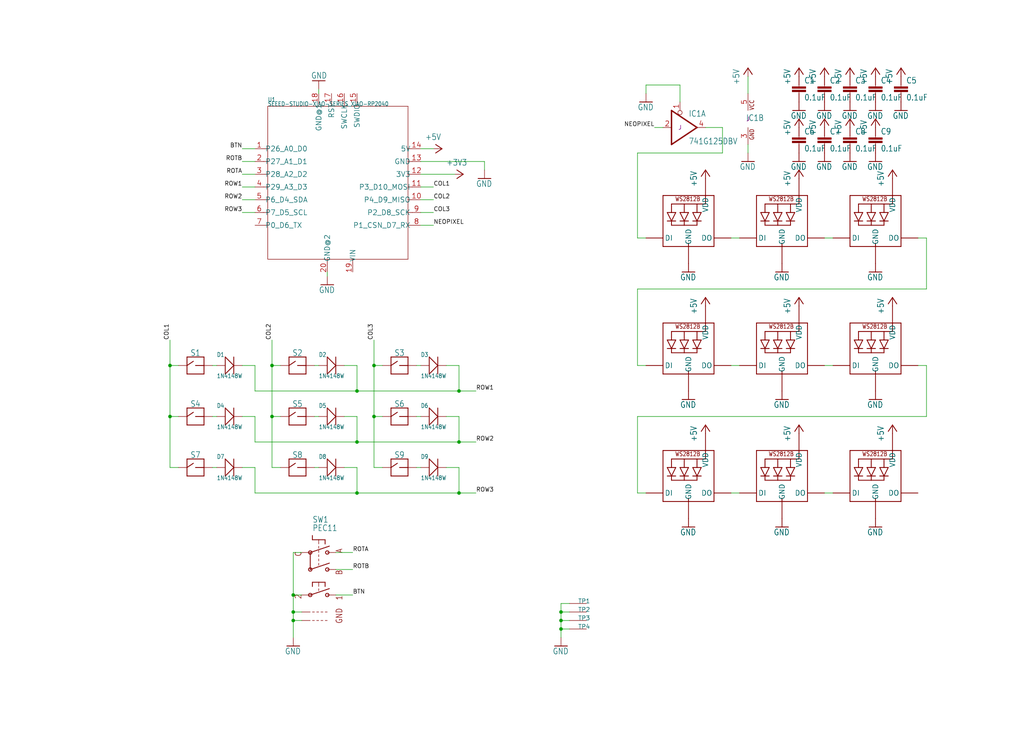
<source format=kicad_sch>
(kicad_sch
	(version 20250114)
	(generator "eeschema")
	(generator_version "9.0")
	(uuid "188d690f-97c6-4b2c-a496-049dbe05e9e8")
	(paper "User" 305.994 218.491)
	(lib_symbols
		(symbol "MacroBoard-eagle-import:+3V3"
			(power)
			(exclude_from_sim no)
			(in_bom yes)
			(on_board yes)
			(property "Reference" "#+3V3"
				(at 0 0 0)
				(effects
					(font
						(size 1.27 1.27)
					)
					(hide yes)
				)
			)
			(property "Value" ""
				(at -2.54 -5.08 90)
				(effects
					(font
						(size 1.778 1.5113)
					)
					(justify left bottom)
				)
			)
			(property "Footprint" ""
				(at 0 0 0)
				(effects
					(font
						(size 1.27 1.27)
					)
					(hide yes)
				)
			)
			(property "Datasheet" ""
				(at 0 0 0)
				(effects
					(font
						(size 1.27 1.27)
					)
					(hide yes)
				)
			)
			(property "Description" "SUPPLY SYMBOL"
				(at 0 0 0)
				(effects
					(font
						(size 1.27 1.27)
					)
					(hide yes)
				)
			)
			(property "ki_locked" ""
				(at 0 0 0)
				(effects
					(font
						(size 1.27 1.27)
					)
				)
			)
			(symbol "+3V3_1_0"
				(polyline
					(pts
						(xy 0 0) (xy -1.27 -1.905)
					)
					(stroke
						(width 0.254)
						(type solid)
					)
					(fill
						(type none)
					)
				)
				(polyline
					(pts
						(xy 1.27 -1.905) (xy 0 0)
					)
					(stroke
						(width 0.254)
						(type solid)
					)
					(fill
						(type none)
					)
				)
				(pin power_in line
					(at 0 -2.54 90)
					(length 2.54)
					(name "+3V3"
						(effects
							(font
								(size 0 0)
							)
						)
					)
					(number "1"
						(effects
							(font
								(size 0 0)
							)
						)
					)
				)
			)
			(embedded_fonts no)
		)
		(symbol "MacroBoard-eagle-import:+5V"
			(power)
			(exclude_from_sim no)
			(in_bom yes)
			(on_board yes)
			(property "Reference" "#P+"
				(at 0 0 0)
				(effects
					(font
						(size 1.27 1.27)
					)
					(hide yes)
				)
			)
			(property "Value" ""
				(at -2.54 -5.08 90)
				(effects
					(font
						(size 1.778 1.5113)
					)
					(justify left bottom)
				)
			)
			(property "Footprint" ""
				(at 0 0 0)
				(effects
					(font
						(size 1.27 1.27)
					)
					(hide yes)
				)
			)
			(property "Datasheet" ""
				(at 0 0 0)
				(effects
					(font
						(size 1.27 1.27)
					)
					(hide yes)
				)
			)
			(property "Description" "SUPPLY SYMBOL"
				(at 0 0 0)
				(effects
					(font
						(size 1.27 1.27)
					)
					(hide yes)
				)
			)
			(property "ki_locked" ""
				(at 0 0 0)
				(effects
					(font
						(size 1.27 1.27)
					)
				)
			)
			(symbol "+5V_1_0"
				(polyline
					(pts
						(xy 0 0) (xy -1.27 -1.905)
					)
					(stroke
						(width 0.254)
						(type solid)
					)
					(fill
						(type none)
					)
				)
				(polyline
					(pts
						(xy 1.27 -1.905) (xy 0 0)
					)
					(stroke
						(width 0.254)
						(type solid)
					)
					(fill
						(type none)
					)
				)
				(pin power_in line
					(at 0 -2.54 90)
					(length 2.54)
					(name "+5V"
						(effects
							(font
								(size 0 0)
							)
						)
					)
					(number "1"
						(effects
							(font
								(size 0 0)
							)
						)
					)
				)
			)
			(embedded_fonts no)
		)
		(symbol "MacroBoard-eagle-import:741G125DBV"
			(exclude_from_sim no)
			(in_bom yes)
			(on_board yes)
			(property "Reference" "IC"
				(at -0.635 -0.635 0)
				(effects
					(font
						(size 1.778 1.5113)
					)
					(justify left bottom)
				)
			)
			(property "Value" ""
				(at 2.54 -5.08 0)
				(effects
					(font
						(size 1.778 1.5113)
					)
					(justify left bottom)
					(hide yes)
				)
			)
			(property "Footprint" "MacroBoard:SOT23-5"
				(at 0 0 0)
				(effects
					(font
						(size 1.27 1.27)
					)
					(hide yes)
				)
			)
			(property "Datasheet" ""
				(at 0 0 0)
				(effects
					(font
						(size 1.27 1.27)
					)
					(hide yes)
				)
			)
			(property "Description" "Single Bus Buffer Gate with 3-State Output"
				(at 0 0 0)
				(effects
					(font
						(size 1.27 1.27)
					)
					(hide yes)
				)
			)
			(property "ki_locked" ""
				(at 0 0 0)
				(effects
					(font
						(size 1.27 1.27)
					)
				)
			)
			(symbol "741G125DBV_1_0"
				(polyline
					(pts
						(xy -2.54 -5.08) (xy -2.54 5.08)
					)
					(stroke
						(width 0.4064)
						(type solid)
					)
					(fill
						(type none)
					)
				)
				(circle
					(center 0 4.445)
					(radius 0.635)
					(stroke
						(width 0.1524)
						(type solid)
					)
					(fill
						(type none)
					)
				)
				(polyline
					(pts
						(xy 5.08 0) (xy -2.54 5.08)
					)
					(stroke
						(width 0.4064)
						(type solid)
					)
					(fill
						(type none)
					)
				)
				(polyline
					(pts
						(xy 5.08 0) (xy -2.54 -5.08)
					)
					(stroke
						(width 0.4064)
						(type solid)
					)
					(fill
						(type none)
					)
				)
				(pin input line
					(at -5.08 0 0)
					(length 2.54)
					(name "I"
						(effects
							(font
								(size 0 0)
							)
						)
					)
					(number "2"
						(effects
							(font
								(size 1.524 1.524)
							)
						)
					)
				)
				(pin input line
					(at 0 7.62 270)
					(length 2.54)
					(name "OE"
						(effects
							(font
								(size 0 0)
							)
						)
					)
					(number "1"
						(effects
							(font
								(size 1.524 1.524)
							)
						)
					)
				)
				(pin tri_state line
					(at 7.62 0 180)
					(length 2.54)
					(name "O"
						(effects
							(font
								(size 0 0)
							)
						)
					)
					(number "4"
						(effects
							(font
								(size 1.524 1.524)
							)
						)
					)
				)
			)
			(symbol "741G125DBV_2_0"
				(text "VCC"
					(at 1.905 2.54 900)
					(effects
						(font
							(size 1.27 1.0795)
						)
						(justify left bottom)
					)
				)
				(text "GND"
					(at 1.905 -6.35 900)
					(effects
						(font
							(size 1.27 1.0795)
						)
						(justify left bottom)
					)
				)
				(pin power_in line
					(at 0 7.62 270)
					(length 5.08)
					(name "VCC"
						(effects
							(font
								(size 0 0)
							)
						)
					)
					(number "5"
						(effects
							(font
								(size 1.524 1.524)
							)
						)
					)
				)
				(pin power_in line
					(at 0 -7.62 90)
					(length 5.08)
					(name "GND"
						(effects
							(font
								(size 0 0)
							)
						)
					)
					(number "3"
						(effects
							(font
								(size 1.524 1.524)
							)
						)
					)
				)
			)
			(embedded_fonts no)
		)
		(symbol "MacroBoard-eagle-import:ADAFRUIT_ELECTROMECH_ENCODER_PLUS_SWITCH_PEC11"
			(exclude_from_sim no)
			(in_bom yes)
			(on_board yes)
			(property "Reference" "SW"
				(at -1.905 13.97 0)
				(effects
					(font
						(size 1.778 1.5113)
					)
					(justify left bottom)
				)
			)
			(property "Value" ""
				(at -1.905 11.43 0)
				(effects
					(font
						(size 1.778 1.5113)
					)
					(justify left bottom)
				)
			)
			(property "Footprint" "MacroBoard:ADAFRUIT_ELECTROMECH_PEC11+SWITCH"
				(at 0 0 0)
				(effects
					(font
						(size 1.27 1.27)
					)
					(hide yes)
				)
			)
			(property "Datasheet" ""
				(at 0 0 0)
				(effects
					(font
						(size 1.27 1.27)
					)
					(hide yes)
				)
			)
			(property "Description" "Rotary Encoder with Built-In Switch\n\n• PEC11 - 24 Step, PEC11-4215F-S24 - http://www.adafruit.com/products/377"
				(at 0 0 0)
				(effects
					(font
						(size 1.27 1.27)
					)
					(hide yes)
				)
			)
			(property "ki_locked" ""
				(at 0 0 0)
				(effects
					(font
						(size 1.27 1.27)
					)
				)
			)
			(symbol "ADAFRUIT_ELECTROMECH_ENCODER_PLUS_SWITCH_PEC11_1_0"
				(circle
					(center -2.54 5.08)
					(radius 0.508)
					(stroke
						(width 0.254)
						(type solid)
					)
					(fill
						(type none)
					)
				)
				(polyline
					(pts
						(xy -2.54 5.08) (xy 3.175 6.985)
					)
					(stroke
						(width 0.254)
						(type solid)
					)
					(fill
						(type none)
					)
				)
				(circle
					(center -2.54 0)
					(radius 0.508)
					(stroke
						(width 0.254)
						(type solid)
					)
					(fill
						(type none)
					)
				)
				(polyline
					(pts
						(xy -2.54 0) (xy -2.54 5.08)
					)
					(stroke
						(width 0.254)
						(type solid)
					)
					(fill
						(type none)
					)
				)
				(polyline
					(pts
						(xy -2.54 0) (xy 3.175 1.905)
					)
					(stroke
						(width 0.254)
						(type solid)
					)
					(fill
						(type none)
					)
				)
				(circle
					(center -2.54 -7.62)
					(radius 0.508)
					(stroke
						(width 0.254)
						(type solid)
					)
					(fill
						(type none)
					)
				)
				(polyline
					(pts
						(xy -2.54 -7.62) (xy 3.175 -5.715)
					)
					(stroke
						(width 0.254)
						(type solid)
					)
					(fill
						(type none)
					)
				)
				(polyline
					(pts
						(xy -1.905 8.89) (xy -1.905 10.16)
					)
					(stroke
						(width 0.254)
						(type solid)
					)
					(fill
						(type none)
					)
				)
				(polyline
					(pts
						(xy -1.905 -3.81) (xy -1.905 -5.08)
					)
					(stroke
						(width 0.254)
						(type solid)
					)
					(fill
						(type none)
					)
				)
				(polyline
					(pts
						(xy -1.905 -12.7) (xy -1.27 -12.7)
					)
					(stroke
						(width 0.1524)
						(type solid)
					)
					(fill
						(type none)
					)
				)
				(polyline
					(pts
						(xy -1.905 -15.24) (xy -1.27 -15.24)
					)
					(stroke
						(width 0.1524)
						(type solid)
					)
					(fill
						(type none)
					)
				)
				(polyline
					(pts
						(xy -0.635 -12.7) (xy 0 -12.7)
					)
					(stroke
						(width 0.1524)
						(type solid)
					)
					(fill
						(type none)
					)
				)
				(polyline
					(pts
						(xy -0.635 -15.24) (xy 0 -15.24)
					)
					(stroke
						(width 0.1524)
						(type solid)
					)
					(fill
						(type none)
					)
				)
				(polyline
					(pts
						(xy 0 8.89) (xy -1.905 8.89)
					)
					(stroke
						(width 0.254)
						(type solid)
					)
					(fill
						(type none)
					)
				)
				(polyline
					(pts
						(xy 0 8.89) (xy 0 7.62)
					)
					(stroke
						(width 0.1524)
						(type solid)
					)
					(fill
						(type none)
					)
				)
				(polyline
					(pts
						(xy 0 6.35) (xy 0 6.985)
					)
					(stroke
						(width 0.1524)
						(type solid)
					)
					(fill
						(type none)
					)
				)
				(polyline
					(pts
						(xy 0 5.08) (xy 0 5.715)
					)
					(stroke
						(width 0.1524)
						(type solid)
					)
					(fill
						(type none)
					)
				)
				(polyline
					(pts
						(xy 0 3.81) (xy 0 4.445)
					)
					(stroke
						(width 0.1524)
						(type solid)
					)
					(fill
						(type none)
					)
				)
				(polyline
					(pts
						(xy 0 3.175) (xy 0 2.54)
					)
					(stroke
						(width 0.1524)
						(type solid)
					)
					(fill
						(type none)
					)
				)
				(polyline
					(pts
						(xy 0 1.27) (xy 0 1.905)
					)
					(stroke
						(width 0.1524)
						(type solid)
					)
					(fill
						(type none)
					)
				)
				(polyline
					(pts
						(xy 0 -3.81) (xy -1.905 -3.81)
					)
					(stroke
						(width 0.254)
						(type solid)
					)
					(fill
						(type none)
					)
				)
				(polyline
					(pts
						(xy 0 -3.81) (xy 0 -5.08)
					)
					(stroke
						(width 0.1524)
						(type solid)
					)
					(fill
						(type none)
					)
				)
				(polyline
					(pts
						(xy 0 -5.715) (xy 0 -6.35)
					)
					(stroke
						(width 0.1524)
						(type solid)
					)
					(fill
						(type none)
					)
				)
				(polyline
					(pts
						(xy 0.635 -12.7) (xy 1.27 -12.7)
					)
					(stroke
						(width 0.1524)
						(type solid)
					)
					(fill
						(type none)
					)
				)
				(polyline
					(pts
						(xy 0.635 -15.24) (xy 1.27 -15.24)
					)
					(stroke
						(width 0.1524)
						(type solid)
					)
					(fill
						(type none)
					)
				)
				(polyline
					(pts
						(xy 1.905 8.89) (xy 0 8.89)
					)
					(stroke
						(width 0.254)
						(type solid)
					)
					(fill
						(type none)
					)
				)
				(polyline
					(pts
						(xy 1.905 8.89) (xy 1.905 7.62)
					)
					(stroke
						(width 0.254)
						(type solid)
					)
					(fill
						(type none)
					)
				)
				(polyline
					(pts
						(xy 1.905 -3.81) (xy 0 -3.81)
					)
					(stroke
						(width 0.254)
						(type solid)
					)
					(fill
						(type none)
					)
				)
				(polyline
					(pts
						(xy 1.905 -3.81) (xy 1.905 -5.08)
					)
					(stroke
						(width 0.254)
						(type solid)
					)
					(fill
						(type none)
					)
				)
				(polyline
					(pts
						(xy 1.905 -12.7) (xy 2.54 -12.7)
					)
					(stroke
						(width 0.1524)
						(type solid)
					)
					(fill
						(type none)
					)
				)
				(polyline
					(pts
						(xy 1.905 -15.24) (xy 2.54 -15.24)
					)
					(stroke
						(width 0.1524)
						(type solid)
					)
					(fill
						(type none)
					)
				)
				(circle
					(center 2.54 5.08)
					(radius 0.508)
					(stroke
						(width 0.254)
						(type solid)
					)
					(fill
						(type none)
					)
				)
				(circle
					(center 2.54 0)
					(radius 0.508)
					(stroke
						(width 0.254)
						(type solid)
					)
					(fill
						(type none)
					)
				)
				(circle
					(center 2.54 -7.62)
					(radius 0.508)
					(stroke
						(width 0.254)
						(type solid)
					)
					(fill
						(type none)
					)
				)
				(text "C"
					(at -5.08 3.81 900)
					(effects
						(font
							(size 1.778 1.5113)
						)
						(justify left bottom)
					)
				)
				(text "2"
					(at -5.08 -8.89 900)
					(effects
						(font
							(size 1.778 1.5113)
						)
						(justify left bottom)
					)
				)
				(text "A"
					(at 5.08 6.35 900)
					(effects
						(font
							(size 1.778 1.5113)
						)
						(justify right top)
					)
				)
				(text "B"
					(at 5.08 0 900)
					(effects
						(font
							(size 1.778 1.5113)
						)
						(justify right top)
					)
				)
				(text "1"
					(at 5.08 -7.62 900)
					(effects
						(font
							(size 1.778 1.5113)
						)
						(justify right top)
					)
				)
				(text "GND"
					(at 5.08 -11.43 900)
					(effects
						(font
							(size 1.778 1.5113)
						)
						(justify right top)
					)
				)
				(pin passive line
					(at -5.08 5.08 0)
					(length 2.54)
					(name "P$C"
						(effects
							(font
								(size 0 0)
							)
						)
					)
					(number "P$C"
						(effects
							(font
								(size 0 0)
							)
						)
					)
				)
				(pin passive line
					(at -5.08 -7.62 0)
					(length 2.54)
					(name "P$2"
						(effects
							(font
								(size 0 0)
							)
						)
					)
					(number "P$2"
						(effects
							(font
								(size 0 0)
							)
						)
					)
				)
				(pin passive line
					(at -5.08 -12.7 0)
					(length 2.54)
					(name "P$GND1"
						(effects
							(font
								(size 0 0)
							)
						)
					)
					(number "P$GND1"
						(effects
							(font
								(size 0 0)
							)
						)
					)
				)
				(pin passive line
					(at -5.08 -15.24 0)
					(length 2.54)
					(name "P$GND2"
						(effects
							(font
								(size 0 0)
							)
						)
					)
					(number "P$GND2"
						(effects
							(font
								(size 0 0)
							)
						)
					)
				)
				(pin passive line
					(at 5.08 5.08 180)
					(length 2.54)
					(name "P$A"
						(effects
							(font
								(size 0 0)
							)
						)
					)
					(number "P$A"
						(effects
							(font
								(size 0 0)
							)
						)
					)
				)
				(pin passive line
					(at 5.08 0 180)
					(length 2.54)
					(name "P$B"
						(effects
							(font
								(size 0 0)
							)
						)
					)
					(number "P$B"
						(effects
							(font
								(size 0 0)
							)
						)
					)
				)
				(pin passive line
					(at 5.08 -7.62 180)
					(length 2.54)
					(name "P$1"
						(effects
							(font
								(size 0 0)
							)
						)
					)
					(number "P$1"
						(effects
							(font
								(size 0 0)
							)
						)
					)
				)
			)
			(embedded_fonts no)
		)
		(symbol "MacroBoard-eagle-import:ADAFRUIT_ELECTROMECH_KBD_SWITCH_KAILH_SOCKETBOX_JADE_KAILH_SOCKET"
			(exclude_from_sim no)
			(in_bom yes)
			(on_board yes)
			(property "Reference" ""
				(at 0 2.794 0)
				(effects
					(font
						(size 1.778 1.5113)
					)
					(justify bottom)
				)
			)
			(property "Value" ""
				(at 0 0 0)
				(effects
					(font
						(size 1.27 1.27)
					)
					(hide yes)
				)
			)
			(property "Footprint" "MacroBoard:ADAFRUIT_ELECTROMECH_KAILH_SOCKET"
				(at 0 0 0)
				(effects
					(font
						(size 1.27 1.27)
					)
					(hide yes)
				)
			)
			(property "Datasheet" ""
				(at 0 0 0)
				(effects
					(font
						(size 1.27 1.27)
					)
					(hide yes)
				)
			)
			(property "Description" ""
				(at 0 0 0)
				(effects
					(font
						(size 1.27 1.27)
					)
					(hide yes)
				)
			)
			(property "ki_locked" ""
				(at 0 0 0)
				(effects
					(font
						(size 1.27 1.27)
					)
				)
			)
			(symbol "ADAFRUIT_ELECTROMECH_KBD_SWITCH_KAILH_SOCKETBOX_JADE_KAILH_SOCKET_1_0"
				(polyline
					(pts
						(xy -2.54 2.54) (xy -2.54 0)
					)
					(stroke
						(width 0.254)
						(type solid)
					)
					(fill
						(type none)
					)
				)
				(polyline
					(pts
						(xy -2.54 2.54) (xy 2.54 2.54)
					)
					(stroke
						(width 0.254)
						(type solid)
					)
					(fill
						(type none)
					)
				)
				(polyline
					(pts
						(xy -2.54 0) (xy -2.54 -2.54)
					)
					(stroke
						(width 0.254)
						(type solid)
					)
					(fill
						(type none)
					)
				)
				(polyline
					(pts
						(xy -2.54 0) (xy -0.635 1.27)
					)
					(stroke
						(width 0.254)
						(type solid)
					)
					(fill
						(type none)
					)
				)
				(polyline
					(pts
						(xy -2.54 -2.54) (xy 2.54 -2.54)
					)
					(stroke
						(width 0.254)
						(type solid)
					)
					(fill
						(type none)
					)
				)
				(polyline
					(pts
						(xy 0 0) (xy 2.54 0)
					)
					(stroke
						(width 0.254)
						(type solid)
					)
					(fill
						(type none)
					)
				)
				(polyline
					(pts
						(xy 2.54 2.54) (xy 2.54 0)
					)
					(stroke
						(width 0.254)
						(type solid)
					)
					(fill
						(type none)
					)
				)
				(polyline
					(pts
						(xy 2.54 0) (xy 2.54 -2.54)
					)
					(stroke
						(width 0.254)
						(type solid)
					)
					(fill
						(type none)
					)
				)
				(pin passive line
					(at -5.08 0 0)
					(length 2.54)
					(name "1"
						(effects
							(font
								(size 0 0)
							)
						)
					)
					(number "1"
						(effects
							(font
								(size 0 0)
							)
						)
					)
				)
				(pin passive line
					(at 5.08 0 180)
					(length 2.54)
					(name "2"
						(effects
							(font
								(size 0 0)
							)
						)
					)
					(number "2"
						(effects
							(font
								(size 0 0)
							)
						)
					)
				)
			)
			(embedded_fonts no)
		)
		(symbol "MacroBoard-eagle-import:C-EUC0805K"
			(exclude_from_sim no)
			(in_bom yes)
			(on_board yes)
			(property "Reference" "C"
				(at 1.524 0.381 0)
				(effects
					(font
						(size 1.778 1.5113)
					)
					(justify left bottom)
				)
			)
			(property "Value" ""
				(at 1.524 -4.699 0)
				(effects
					(font
						(size 1.778 1.5113)
					)
					(justify left bottom)
				)
			)
			(property "Footprint" "MacroBoard:C0805K"
				(at 0 0 0)
				(effects
					(font
						(size 1.27 1.27)
					)
					(hide yes)
				)
			)
			(property "Datasheet" ""
				(at 0 0 0)
				(effects
					(font
						(size 1.27 1.27)
					)
					(hide yes)
				)
			)
			(property "Description" "CAPACITOR, European symbol"
				(at 0 0 0)
				(effects
					(font
						(size 1.27 1.27)
					)
					(hide yes)
				)
			)
			(property "ki_locked" ""
				(at 0 0 0)
				(effects
					(font
						(size 1.27 1.27)
					)
				)
			)
			(symbol "C-EUC0805K_1_0"
				(rectangle
					(start -2.032 -1.016)
					(end 2.032 -0.508)
					(stroke
						(width 0)
						(type default)
					)
					(fill
						(type outline)
					)
				)
				(rectangle
					(start -2.032 -2.032)
					(end 2.032 -1.524)
					(stroke
						(width 0)
						(type default)
					)
					(fill
						(type outline)
					)
				)
				(polyline
					(pts
						(xy 0 0) (xy 0 -0.508)
					)
					(stroke
						(width 0.1524)
						(type solid)
					)
					(fill
						(type none)
					)
				)
				(polyline
					(pts
						(xy 0 -2.54) (xy 0 -2.032)
					)
					(stroke
						(width 0.1524)
						(type solid)
					)
					(fill
						(type none)
					)
				)
				(pin passive line
					(at 0 2.54 270)
					(length 2.54)
					(name "1"
						(effects
							(font
								(size 0 0)
							)
						)
					)
					(number "1"
						(effects
							(font
								(size 0 0)
							)
						)
					)
				)
				(pin passive line
					(at 0 -5.08 90)
					(length 2.54)
					(name "2"
						(effects
							(font
								(size 0 0)
							)
						)
					)
					(number "2"
						(effects
							(font
								(size 0 0)
							)
						)
					)
				)
			)
			(embedded_fonts no)
		)
		(symbol "MacroBoard-eagle-import:GND"
			(power)
			(exclude_from_sim no)
			(in_bom yes)
			(on_board yes)
			(property "Reference" "#GND"
				(at 0 0 0)
				(effects
					(font
						(size 1.27 1.27)
					)
					(hide yes)
				)
			)
			(property "Value" ""
				(at -2.54 -2.54 0)
				(effects
					(font
						(size 1.778 1.5113)
					)
					(justify left bottom)
				)
			)
			(property "Footprint" ""
				(at 0 0 0)
				(effects
					(font
						(size 1.27 1.27)
					)
					(hide yes)
				)
			)
			(property "Datasheet" ""
				(at 0 0 0)
				(effects
					(font
						(size 1.27 1.27)
					)
					(hide yes)
				)
			)
			(property "Description" "SUPPLY SYMBOL"
				(at 0 0 0)
				(effects
					(font
						(size 1.27 1.27)
					)
					(hide yes)
				)
			)
			(property "ki_locked" ""
				(at 0 0 0)
				(effects
					(font
						(size 1.27 1.27)
					)
				)
			)
			(symbol "GND_1_0"
				(polyline
					(pts
						(xy -1.905 0) (xy 1.905 0)
					)
					(stroke
						(width 0.254)
						(type solid)
					)
					(fill
						(type none)
					)
				)
				(pin power_in line
					(at 0 2.54 270)
					(length 2.54)
					(name "GND"
						(effects
							(font
								(size 0 0)
							)
						)
					)
					(number "1"
						(effects
							(font
								(size 0 0)
							)
						)
					)
				)
			)
			(embedded_fonts no)
		)
		(symbol "MacroBoard-eagle-import:MICROBUILDER_WS2812B_SK6812E"
			(exclude_from_sim no)
			(in_bom yes)
			(on_board yes)
			(property "Reference" "LED"
				(at 0 0 0)
				(effects
					(font
						(size 1.27 1.27)
					)
					(hide yes)
				)
			)
			(property "Value" ""
				(at 0 0 0)
				(effects
					(font
						(size 1.27 1.27)
					)
					(hide yes)
				)
			)
			(property "Footprint" "MacroBoard:MICROBUILDER_NEO3535_REVERSE"
				(at 0 0 0)
				(effects
					(font
						(size 1.27 1.27)
					)
					(hide yes)
				)
			)
			(property "Datasheet" ""
				(at 0 0 0)
				(effects
					(font
						(size 1.27 1.27)
					)
					(hide yes)
				)
			)
			(property "Description" ""
				(at 0 0 0)
				(effects
					(font
						(size 1.27 1.27)
					)
					(hide yes)
				)
			)
			(property "ki_locked" ""
				(at 0 0 0)
				(effects
					(font
						(size 1.27 1.27)
					)
				)
			)
			(symbol "MICROBUILDER_WS2812B_SK6812E_1_0"
				(polyline
					(pts
						(xy -7.62 10.16) (xy -7.62 -5.08)
					)
					(stroke
						(width 0.254)
						(type solid)
					)
					(fill
						(type none)
					)
				)
				(polyline
					(pts
						(xy -7.62 -5.08) (xy 0 -5.08)
					)
					(stroke
						(width 0.254)
						(type solid)
					)
					(fill
						(type none)
					)
				)
				(polyline
					(pts
						(xy -6.35 5.08) (xy -5.08 5.08)
					)
					(stroke
						(width 0.254)
						(type solid)
					)
					(fill
						(type none)
					)
				)
				(polyline
					(pts
						(xy -6.35 2.54) (xy -5.08 2.54)
					)
					(stroke
						(width 0.254)
						(type solid)
					)
					(fill
						(type none)
					)
				)
				(polyline
					(pts
						(xy -5.08 7.62) (xy -5.08 5.08)
					)
					(stroke
						(width 0.254)
						(type solid)
					)
					(fill
						(type none)
					)
				)
				(polyline
					(pts
						(xy -5.08 5.08) (xy -3.81 5.08)
					)
					(stroke
						(width 0.254)
						(type solid)
					)
					(fill
						(type none)
					)
				)
				(polyline
					(pts
						(xy -5.08 2.54) (xy -6.35 5.08)
					)
					(stroke
						(width 0.254)
						(type solid)
					)
					(fill
						(type none)
					)
				)
				(polyline
					(pts
						(xy -5.08 2.54) (xy -5.08 1.27)
					)
					(stroke
						(width 0.254)
						(type solid)
					)
					(fill
						(type none)
					)
				)
				(polyline
					(pts
						(xy -5.08 2.54) (xy -3.81 5.08)
					)
					(stroke
						(width 0.254)
						(type solid)
					)
					(fill
						(type none)
					)
				)
				(polyline
					(pts
						(xy -3.81 2.54) (xy -5.08 2.54)
					)
					(stroke
						(width 0.254)
						(type solid)
					)
					(fill
						(type none)
					)
				)
				(polyline
					(pts
						(xy -2.54 5.08) (xy 0 5.08)
					)
					(stroke
						(width 0.254)
						(type solid)
					)
					(fill
						(type none)
					)
				)
				(polyline
					(pts
						(xy -2.54 2.54) (xy -1.27 2.54)
					)
					(stroke
						(width 0.254)
						(type solid)
					)
					(fill
						(type none)
					)
				)
				(polyline
					(pts
						(xy -1.27 7.62) (xy -5.08 7.62)
					)
					(stroke
						(width 0.254)
						(type solid)
					)
					(fill
						(type none)
					)
				)
				(polyline
					(pts
						(xy -1.27 5.08) (xy -1.27 7.62)
					)
					(stroke
						(width 0.254)
						(type solid)
					)
					(fill
						(type none)
					)
				)
				(polyline
					(pts
						(xy -1.27 2.54) (xy -2.54 5.08)
					)
					(stroke
						(width 0.254)
						(type solid)
					)
					(fill
						(type none)
					)
				)
				(polyline
					(pts
						(xy -1.27 2.54) (xy -1.27 1.27)
					)
					(stroke
						(width 0.254)
						(type solid)
					)
					(fill
						(type none)
					)
				)
				(polyline
					(pts
						(xy -1.27 2.54) (xy 0 2.54)
					)
					(stroke
						(width 0.254)
						(type solid)
					)
					(fill
						(type none)
					)
				)
				(polyline
					(pts
						(xy -1.27 1.27) (xy -5.08 1.27)
					)
					(stroke
						(width 0.254)
						(type solid)
					)
					(fill
						(type none)
					)
				)
				(polyline
					(pts
						(xy 0 5.08) (xy -1.27 2.54)
					)
					(stroke
						(width 0.254)
						(type solid)
					)
					(fill
						(type none)
					)
				)
				(polyline
					(pts
						(xy 0 -4.064) (xy 0 -5.08)
					)
					(stroke
						(width 0.254)
						(type solid)
					)
					(fill
						(type none)
					)
				)
				(polyline
					(pts
						(xy 0 -5.08) (xy 7.62 -5.08)
					)
					(stroke
						(width 0.254)
						(type solid)
					)
					(fill
						(type none)
					)
				)
				(polyline
					(pts
						(xy 1.27 5.08) (xy 2.54 5.08)
					)
					(stroke
						(width 0.254)
						(type solid)
					)
					(fill
						(type none)
					)
				)
				(polyline
					(pts
						(xy 1.27 5.08) (xy 2.54 2.54)
					)
					(stroke
						(width 0.254)
						(type solid)
					)
					(fill
						(type none)
					)
				)
				(polyline
					(pts
						(xy 2.54 7.62) (xy -1.27 7.62)
					)
					(stroke
						(width 0.254)
						(type solid)
					)
					(fill
						(type none)
					)
				)
				(polyline
					(pts
						(xy 2.54 7.62) (xy 5.08 7.62)
					)
					(stroke
						(width 0.254)
						(type solid)
					)
					(fill
						(type none)
					)
				)
				(polyline
					(pts
						(xy 2.54 5.08) (xy 2.54 7.62)
					)
					(stroke
						(width 0.254)
						(type solid)
					)
					(fill
						(type none)
					)
				)
				(polyline
					(pts
						(xy 2.54 2.54) (xy 1.27 2.54)
					)
					(stroke
						(width 0.254)
						(type solid)
					)
					(fill
						(type none)
					)
				)
				(polyline
					(pts
						(xy 2.54 2.54) (xy 2.54 1.27)
					)
					(stroke
						(width 0.254)
						(type solid)
					)
					(fill
						(type none)
					)
				)
				(polyline
					(pts
						(xy 2.54 2.54) (xy 3.81 5.08)
					)
					(stroke
						(width 0.254)
						(type solid)
					)
					(fill
						(type none)
					)
				)
				(polyline
					(pts
						(xy 2.54 2.54) (xy 3.81 2.54)
					)
					(stroke
						(width 0.254)
						(type solid)
					)
					(fill
						(type none)
					)
				)
				(polyline
					(pts
						(xy 2.54 1.27) (xy -1.27 1.27)
					)
					(stroke
						(width 0.254)
						(type solid)
					)
					(fill
						(type none)
					)
				)
				(polyline
					(pts
						(xy 3.81 5.08) (xy 2.54 5.08)
					)
					(stroke
						(width 0.254)
						(type solid)
					)
					(fill
						(type none)
					)
				)
				(polyline
					(pts
						(xy 5.08 10.16) (xy -7.62 10.16)
					)
					(stroke
						(width 0.254)
						(type solid)
					)
					(fill
						(type none)
					)
				)
				(polyline
					(pts
						(xy 5.08 10.16) (xy 5.08 7.62)
					)
					(stroke
						(width 0.254)
						(type solid)
					)
					(fill
						(type none)
					)
				)
				(polyline
					(pts
						(xy 7.62 10.16) (xy 5.08 10.16)
					)
					(stroke
						(width 0.254)
						(type solid)
					)
					(fill
						(type none)
					)
				)
				(polyline
					(pts
						(xy 7.62 -5.08) (xy 7.62 10.16)
					)
					(stroke
						(width 0.254)
						(type solid)
					)
					(fill
						(type none)
					)
				)
				(text "WS2812B"
					(at -4.064 8.382 0)
					(effects
						(font
							(size 1.27 1.0795)
						)
						(justify left bottom)
					)
				)
				(pin input line
					(at -12.7 -2.54 0)
					(length 5.08)
					(name "DI"
						(effects
							(font
								(size 1.524 1.524)
							)
						)
					)
					(number "4-DIN"
						(effects
							(font
								(size 0 0)
							)
						)
					)
				)
				(pin power_in line
					(at 0 -10.16 90)
					(length 5.08)
					(name "GND"
						(effects
							(font
								(size 1.524 1.524)
							)
						)
					)
					(number "3-GND"
						(effects
							(font
								(size 0 0)
							)
						)
					)
				)
				(pin power_in line
					(at 5.08 15.24 270)
					(length 5.08)
					(name "VDD"
						(effects
							(font
								(size 1.524 1.524)
							)
						)
					)
					(number "1-VDD"
						(effects
							(font
								(size 0 0)
							)
						)
					)
				)
				(pin output line
					(at 12.7 -2.54 180)
					(length 5.08)
					(name "DO"
						(effects
							(font
								(size 1.524 1.524)
							)
						)
					)
					(number "2-DOUT"
						(effects
							(font
								(size 0 0)
							)
						)
					)
				)
			)
			(embedded_fonts no)
		)
		(symbol "MacroBoard-eagle-import:SEEED-STUDIO-XIAO-SERIES_XIAO-RP2040"
			(exclude_from_sim no)
			(in_bom yes)
			(on_board yes)
			(property "Reference" "U"
				(at -20.32 24.13 0)
				(effects
					(font
						(size 1.27 1.0795)
					)
					(justify left bottom)
				)
			)
			(property "Value" ""
				(at -20.32 22.86 0)
				(effects
					(font
						(size 1.27 1.0795)
					)
					(justify left bottom)
				)
			)
			(property "Footprint" "MacroBoard:SEEED-STUDIO-XIAO-SERIES_XIAO-SAMD21_RP2040-MODULE14P-2.54-21X17.8MM"
				(at 0 0 0)
				(effects
					(font
						(size 1.27 1.27)
					)
					(hide yes)
				)
			)
			(property "Datasheet" ""
				(at 0 0 0)
				(effects
					(font
						(size 1.27 1.27)
					)
					(hide yes)
				)
			)
			(property "Description" "Seeed Studio XIAO RP2040 v1.22 - Raspberry Pi RP2040 Microcontroller - 32-bit 133MHz Dual-Core ARM® Cortex® M0+processor Seeed SKU: 102010428\n\nSeeed Studio XIAO RP2040 is a microcontroller using the Raspberry Pi RP2040 chip. The MCU runs at up to 133MHz. It is built with rich interfaces in a tiny thumb size and fully supports Arduino, MicroPython, and CircuitPython. The onboard interfaces are enough for developing multiple applications.\n\nhttps://www.seeedstudio.com/XIAO-RP2040-v1-0-p-5026.html Buy now\nhttps://wiki.seeedstudio.com/XIAO-RP2040/ Wiki"
				(at 0 0 0)
				(effects
					(font
						(size 1.27 1.27)
					)
					(hide yes)
				)
			)
			(property "ki_locked" ""
				(at 0 0 0)
				(effects
					(font
						(size 1.27 1.27)
					)
				)
			)
			(symbol "SEEED-STUDIO-XIAO-SERIES_XIAO-RP2040_1_0"
				(polyline
					(pts
						(xy -20.32 22.86) (xy -20.32 10.16)
					)
					(stroke
						(width 0.1524)
						(type solid)
					)
					(fill
						(type none)
					)
				)
				(polyline
					(pts
						(xy -20.32 10.16) (xy -21.59 10.16)
					)
					(stroke
						(width 0.1524)
						(type solid)
					)
					(fill
						(type none)
					)
				)
				(polyline
					(pts
						(xy -20.32 10.16) (xy -20.32 6.35)
					)
					(stroke
						(width 0.1524)
						(type solid)
					)
					(fill
						(type none)
					)
				)
				(polyline
					(pts
						(xy -20.32 6.35) (xy -21.59 6.35)
					)
					(stroke
						(width 0.1524)
						(type solid)
					)
					(fill
						(type none)
					)
				)
				(polyline
					(pts
						(xy -20.32 6.35) (xy -20.32 2.54)
					)
					(stroke
						(width 0.1524)
						(type solid)
					)
					(fill
						(type none)
					)
				)
				(polyline
					(pts
						(xy -20.32 2.54) (xy -21.59 2.54)
					)
					(stroke
						(width 0.1524)
						(type solid)
					)
					(fill
						(type none)
					)
				)
				(polyline
					(pts
						(xy -20.32 2.54) (xy -20.32 -1.27)
					)
					(stroke
						(width 0.1524)
						(type solid)
					)
					(fill
						(type none)
					)
				)
				(polyline
					(pts
						(xy -20.32 -1.27) (xy -21.59 -1.27)
					)
					(stroke
						(width 0.1524)
						(type solid)
					)
					(fill
						(type none)
					)
				)
				(polyline
					(pts
						(xy -20.32 -1.27) (xy -20.32 -5.08)
					)
					(stroke
						(width 0.1524)
						(type solid)
					)
					(fill
						(type none)
					)
				)
				(polyline
					(pts
						(xy -20.32 -5.08) (xy -21.59 -5.08)
					)
					(stroke
						(width 0.1524)
						(type solid)
					)
					(fill
						(type none)
					)
				)
				(polyline
					(pts
						(xy -20.32 -5.08) (xy -20.32 -8.89)
					)
					(stroke
						(width 0.1524)
						(type solid)
					)
					(fill
						(type none)
					)
				)
				(polyline
					(pts
						(xy -20.32 -8.89) (xy -21.59 -8.89)
					)
					(stroke
						(width 0.1524)
						(type solid)
					)
					(fill
						(type none)
					)
				)
				(polyline
					(pts
						(xy -20.32 -8.89) (xy -20.32 -12.7)
					)
					(stroke
						(width 0.1524)
						(type solid)
					)
					(fill
						(type none)
					)
				)
				(polyline
					(pts
						(xy -20.32 -12.7) (xy -21.59 -12.7)
					)
					(stroke
						(width 0.1524)
						(type solid)
					)
					(fill
						(type none)
					)
				)
				(polyline
					(pts
						(xy -20.32 -12.7) (xy -20.32 -22.86)
					)
					(stroke
						(width 0.1524)
						(type solid)
					)
					(fill
						(type none)
					)
				)
				(polyline
					(pts
						(xy -20.32 -22.86) (xy -2.54 -22.86)
					)
					(stroke
						(width 0.1524)
						(type solid)
					)
					(fill
						(type none)
					)
				)
				(polyline
					(pts
						(xy -5.08 24.13) (xy -5.08 22.86)
					)
					(stroke
						(width 0.1524)
						(type solid)
					)
					(fill
						(type none)
					)
				)
				(polyline
					(pts
						(xy -5.08 22.86) (xy -20.32 22.86)
					)
					(stroke
						(width 0.1524)
						(type solid)
					)
					(fill
						(type none)
					)
				)
				(polyline
					(pts
						(xy -2.54 -22.86) (xy -2.54 -24.13)
					)
					(stroke
						(width 0.1524)
						(type solid)
					)
					(fill
						(type none)
					)
				)
				(polyline
					(pts
						(xy -2.54 -22.86) (xy 5.08 -22.86)
					)
					(stroke
						(width 0.1524)
						(type solid)
					)
					(fill
						(type none)
					)
				)
				(polyline
					(pts
						(xy -1.27 24.13) (xy -1.27 22.86)
					)
					(stroke
						(width 0.1524)
						(type solid)
					)
					(fill
						(type none)
					)
				)
				(polyline
					(pts
						(xy -1.27 22.86) (xy -5.08 22.86)
					)
					(stroke
						(width 0.1524)
						(type solid)
					)
					(fill
						(type none)
					)
				)
				(polyline
					(pts
						(xy 2.54 24.13) (xy 2.54 22.86)
					)
					(stroke
						(width 0.1524)
						(type solid)
					)
					(fill
						(type none)
					)
				)
				(polyline
					(pts
						(xy 2.54 22.86) (xy -1.27 22.86)
					)
					(stroke
						(width 0.1524)
						(type solid)
					)
					(fill
						(type none)
					)
				)
				(polyline
					(pts
						(xy 5.08 -22.86) (xy 5.08 -24.13)
					)
					(stroke
						(width 0.1524)
						(type solid)
					)
					(fill
						(type none)
					)
				)
				(polyline
					(pts
						(xy 5.08 -22.86) (xy 21.59 -22.86)
					)
					(stroke
						(width 0.1524)
						(type solid)
					)
					(fill
						(type none)
					)
				)
				(polyline
					(pts
						(xy 6.35 24.13) (xy 6.35 22.86)
					)
					(stroke
						(width 0.1524)
						(type solid)
					)
					(fill
						(type none)
					)
				)
				(polyline
					(pts
						(xy 6.35 22.86) (xy 2.54 22.86)
					)
					(stroke
						(width 0.1524)
						(type solid)
					)
					(fill
						(type none)
					)
				)
				(polyline
					(pts
						(xy 21.59 22.86) (xy 6.35 22.86)
					)
					(stroke
						(width 0.1524)
						(type solid)
					)
					(fill
						(type none)
					)
				)
				(polyline
					(pts
						(xy 21.59 10.16) (xy 21.59 22.86)
					)
					(stroke
						(width 0.1524)
						(type solid)
					)
					(fill
						(type none)
					)
				)
				(polyline
					(pts
						(xy 21.59 6.35) (xy 21.59 10.16)
					)
					(stroke
						(width 0.1524)
						(type solid)
					)
					(fill
						(type none)
					)
				)
				(polyline
					(pts
						(xy 21.59 2.54) (xy 21.59 6.35)
					)
					(stroke
						(width 0.1524)
						(type solid)
					)
					(fill
						(type none)
					)
				)
				(polyline
					(pts
						(xy 21.59 -1.27) (xy 21.59 2.54)
					)
					(stroke
						(width 0.1524)
						(type solid)
					)
					(fill
						(type none)
					)
				)
				(polyline
					(pts
						(xy 21.59 -5.08) (xy 21.59 -1.27)
					)
					(stroke
						(width 0.1524)
						(type solid)
					)
					(fill
						(type none)
					)
				)
				(polyline
					(pts
						(xy 21.59 -8.89) (xy 21.59 -5.08)
					)
					(stroke
						(width 0.1524)
						(type solid)
					)
					(fill
						(type none)
					)
				)
				(polyline
					(pts
						(xy 21.59 -12.7) (xy 21.59 -8.89)
					)
					(stroke
						(width 0.1524)
						(type solid)
					)
					(fill
						(type none)
					)
				)
				(polyline
					(pts
						(xy 21.59 -22.86) (xy 21.59 -12.7)
					)
					(stroke
						(width 0.1524)
						(type solid)
					)
					(fill
						(type none)
					)
				)
				(polyline
					(pts
						(xy 22.86 10.16) (xy 21.59 10.16)
					)
					(stroke
						(width 0.1524)
						(type solid)
					)
					(fill
						(type none)
					)
				)
				(polyline
					(pts
						(xy 22.86 6.35) (xy 21.59 6.35)
					)
					(stroke
						(width 0.1524)
						(type solid)
					)
					(fill
						(type none)
					)
				)
				(polyline
					(pts
						(xy 22.86 2.54) (xy 21.59 2.54)
					)
					(stroke
						(width 0.1524)
						(type solid)
					)
					(fill
						(type none)
					)
				)
				(polyline
					(pts
						(xy 22.86 -1.27) (xy 21.59 -1.27)
					)
					(stroke
						(width 0.1524)
						(type solid)
					)
					(fill
						(type none)
					)
				)
				(polyline
					(pts
						(xy 22.86 -5.08) (xy 21.59 -5.08)
					)
					(stroke
						(width 0.1524)
						(type solid)
					)
					(fill
						(type none)
					)
				)
				(polyline
					(pts
						(xy 22.86 -8.89) (xy 21.59 -8.89)
					)
					(stroke
						(width 0.1524)
						(type solid)
					)
					(fill
						(type none)
					)
				)
				(polyline
					(pts
						(xy 22.86 -12.7) (xy 21.59 -12.7)
					)
					(stroke
						(width 0.1524)
						(type solid)
					)
					(fill
						(type none)
					)
				)
				(pin bidirectional line
					(at -24.13 10.16 0)
					(length 2.54)
					(name "P26_A0_D0"
						(effects
							(font
								(size 1.524 1.524)
							)
						)
					)
					(number "1"
						(effects
							(font
								(size 1.524 1.524)
							)
						)
					)
				)
				(pin bidirectional line
					(at -24.13 6.35 0)
					(length 2.54)
					(name "P27_A1_D1"
						(effects
							(font
								(size 1.524 1.524)
							)
						)
					)
					(number "2"
						(effects
							(font
								(size 1.524 1.524)
							)
						)
					)
				)
				(pin bidirectional line
					(at -24.13 2.54 0)
					(length 2.54)
					(name "P28_A2_D2"
						(effects
							(font
								(size 1.524 1.524)
							)
						)
					)
					(number "3"
						(effects
							(font
								(size 1.524 1.524)
							)
						)
					)
				)
				(pin bidirectional line
					(at -24.13 -1.27 0)
					(length 2.54)
					(name "P29_A3_D3"
						(effects
							(font
								(size 1.524 1.524)
							)
						)
					)
					(number "4"
						(effects
							(font
								(size 1.524 1.524)
							)
						)
					)
				)
				(pin bidirectional line
					(at -24.13 -5.08 0)
					(length 2.54)
					(name "P6_D4_SDA"
						(effects
							(font
								(size 1.524 1.524)
							)
						)
					)
					(number "5"
						(effects
							(font
								(size 1.524 1.524)
							)
						)
					)
				)
				(pin bidirectional line
					(at -24.13 -8.89 0)
					(length 2.54)
					(name "P7_D5_SCL"
						(effects
							(font
								(size 1.524 1.524)
							)
						)
					)
					(number "6"
						(effects
							(font
								(size 1.524 1.524)
							)
						)
					)
				)
				(pin bidirectional line
					(at -24.13 -12.7 0)
					(length 2.54)
					(name "P0_D6_TX"
						(effects
							(font
								(size 1.524 1.524)
							)
						)
					)
					(number "7"
						(effects
							(font
								(size 1.524 1.524)
							)
						)
					)
				)
				(pin bidirectional line
					(at -5.08 26.67 270)
					(length 2.54)
					(name "GND@1"
						(effects
							(font
								(size 1.524 1.524)
							)
						)
					)
					(number "18"
						(effects
							(font
								(size 1.524 1.524)
							)
						)
					)
				)
				(pin bidirectional line
					(at -2.54 -26.67 90)
					(length 2.54)
					(name "GND@2"
						(effects
							(font
								(size 1.524 1.524)
							)
						)
					)
					(number "20"
						(effects
							(font
								(size 1.524 1.524)
							)
						)
					)
				)
				(pin bidirectional line
					(at -1.27 26.67 270)
					(length 2.54)
					(name "RST"
						(effects
							(font
								(size 1.524 1.524)
							)
						)
					)
					(number "17"
						(effects
							(font
								(size 1.524 1.524)
							)
						)
					)
				)
				(pin bidirectional line
					(at 2.54 26.67 270)
					(length 2.54)
					(name "SWCLK"
						(effects
							(font
								(size 1.524 1.524)
							)
						)
					)
					(number "16"
						(effects
							(font
								(size 1.524 1.524)
							)
						)
					)
				)
				(pin bidirectional line
					(at 5.08 -26.67 90)
					(length 2.54)
					(name "VIN"
						(effects
							(font
								(size 1.524 1.524)
							)
						)
					)
					(number "19"
						(effects
							(font
								(size 1.524 1.524)
							)
						)
					)
				)
				(pin bidirectional line
					(at 6.35 26.67 270)
					(length 2.54)
					(name "SWDIO"
						(effects
							(font
								(size 1.524 1.524)
							)
						)
					)
					(number "15"
						(effects
							(font
								(size 1.524 1.524)
							)
						)
					)
				)
				(pin bidirectional line
					(at 25.4 10.16 180)
					(length 2.54)
					(name "5V"
						(effects
							(font
								(size 1.524 1.524)
							)
						)
					)
					(number "14"
						(effects
							(font
								(size 1.524 1.524)
							)
						)
					)
				)
				(pin bidirectional line
					(at 25.4 6.35 180)
					(length 2.54)
					(name "GND"
						(effects
							(font
								(size 1.524 1.524)
							)
						)
					)
					(number "13"
						(effects
							(font
								(size 1.524 1.524)
							)
						)
					)
				)
				(pin bidirectional line
					(at 25.4 2.54 180)
					(length 2.54)
					(name "3V3"
						(effects
							(font
								(size 1.524 1.524)
							)
						)
					)
					(number "12"
						(effects
							(font
								(size 1.524 1.524)
							)
						)
					)
				)
				(pin bidirectional line
					(at 25.4 -1.27 180)
					(length 2.54)
					(name "P3_D10_MOSI"
						(effects
							(font
								(size 1.524 1.524)
							)
						)
					)
					(number "11"
						(effects
							(font
								(size 1.524 1.524)
							)
						)
					)
				)
				(pin bidirectional line
					(at 25.4 -5.08 180)
					(length 2.54)
					(name "P4_D9_MISO"
						(effects
							(font
								(size 1.524 1.524)
							)
						)
					)
					(number "10"
						(effects
							(font
								(size 1.524 1.524)
							)
						)
					)
				)
				(pin bidirectional line
					(at 25.4 -8.89 180)
					(length 2.54)
					(name "P2_D8_SCK"
						(effects
							(font
								(size 1.524 1.524)
							)
						)
					)
					(number "9"
						(effects
							(font
								(size 1.524 1.524)
							)
						)
					)
				)
				(pin bidirectional line
					(at 25.4 -12.7 180)
					(length 2.54)
					(name "P1_CSN_D7_RX"
						(effects
							(font
								(size 1.524 1.524)
							)
						)
					)
					(number "8"
						(effects
							(font
								(size 1.524 1.524)
							)
						)
					)
				)
			)
			(embedded_fonts no)
		)
		(symbol "MacroBoard-eagle-import:SEWTAP_SMTNUTM3"
			(exclude_from_sim no)
			(in_bom yes)
			(on_board yes)
			(property "Reference" "TP"
				(at 0 0 0)
				(effects
					(font
						(size 1.27 1.27)
					)
					(justify left bottom)
				)
			)
			(property "Value" ""
				(at 0 0 0)
				(effects
					(font
						(size 1.27 1.27)
					)
					(hide yes)
				)
			)
			(property "Footprint" "MacroBoard:SMT_NUT_3MM"
				(at 0 0 0)
				(effects
					(font
						(size 1.27 1.27)
					)
					(hide yes)
				)
			)
			(property "Datasheet" ""
				(at 0 0 0)
				(effects
					(font
						(size 1.27 1.27)
					)
					(hide yes)
				)
			)
			(property "Description" ""
				(at 0 0 0)
				(effects
					(font
						(size 1.27 1.27)
					)
					(hide yes)
				)
			)
			(property "ki_locked" ""
				(at 0 0 0)
				(effects
					(font
						(size 1.27 1.27)
					)
				)
			)
			(symbol "SEWTAP_SMTNUTM3_1_0"
				(pin bidirectional line
					(at 0 0 0)
					(length 5.08)
					(name "SEW"
						(effects
							(font
								(size 0 0)
							)
						)
					)
					(number "P$1"
						(effects
							(font
								(size 0 0)
							)
						)
					)
				)
			)
			(embedded_fonts no)
		)
		(symbol "MacroBoard-eagle-import:SMD-DIODE-SCHOTTKY-20V-1A(SOD-123)"
			(exclude_from_sim no)
			(in_bom yes)
			(on_board yes)
			(property "Reference" "D"
				(at -3.81 2.54 0)
				(effects
					(font
						(size 1.27 1.0795)
					)
					(justify left bottom)
				)
			)
			(property "Value" ""
				(at -3.81 -3.81 0)
				(effects
					(font
						(size 1.27 1.0795)
					)
					(justify left bottom)
				)
			)
			(property "Footprint" "MacroBoard:SOD-123"
				(at 0 0 0)
				(effects
					(font
						(size 1.27 1.27)
					)
					(hide yes)
				)
			)
			(property "Datasheet" ""
				(at 0 0 0)
				(effects
					(font
						(size 1.27 1.27)
					)
					(hide yes)
				)
			)
			(property "Description" "304020034"
				(at 0 0 0)
				(effects
					(font
						(size 1.27 1.27)
					)
					(hide yes)
				)
			)
			(property "ki_locked" ""
				(at 0 0 0)
				(effects
					(font
						(size 1.27 1.27)
					)
				)
			)
			(symbol "SMD-DIODE-SCHOTTKY-20V-1A(SOD-123)_1_0"
				(polyline
					(pts
						(xy -1.27 2.54) (xy 1.27 0)
					)
					(stroke
						(width 0.254)
						(type solid)
					)
					(fill
						(type none)
					)
				)
				(polyline
					(pts
						(xy -1.27 -2.54) (xy -1.27 2.54)
					)
					(stroke
						(width 0.254)
						(type solid)
					)
					(fill
						(type none)
					)
				)
				(polyline
					(pts
						(xy -1.27 -2.54) (xy 1.27 0)
					)
					(stroke
						(width 0.254)
						(type solid)
					)
					(fill
						(type none)
					)
				)
				(polyline
					(pts
						(xy 1.27 2.54) (xy 1.27 -2.54)
					)
					(stroke
						(width 0.254)
						(type solid)
					)
					(fill
						(type none)
					)
				)
				(pin passive line
					(at -3.81 0 0)
					(length 2.54)
					(name "+"
						(effects
							(font
								(size 0 0)
							)
						)
					)
					(number "+"
						(effects
							(font
								(size 0 0)
							)
						)
					)
				)
				(pin passive line
					(at 3.81 0 180)
					(length 2.54)
					(name "-"
						(effects
							(font
								(size 0 0)
							)
						)
					)
					(number "-"
						(effects
							(font
								(size 0 0)
							)
						)
					)
				)
			)
			(embedded_fonts no)
		)
	)
	(junction
		(at 87.63 182.88)
		(diameter 0)
		(color 0 0 0 0)
		(uuid "0add1ef5-4a44-4e11-98f7-44afd511a119")
	)
	(junction
		(at 81.28 109.22)
		(diameter 0)
		(color 0 0 0 0)
		(uuid "0ed80328-7910-4225-83d3-e10f35150b4f")
	)
	(junction
		(at 167.64 185.42)
		(diameter 0)
		(color 0 0 0 0)
		(uuid "2e8f7103-0b2b-4205-81bd-c54654599a72")
	)
	(junction
		(at 106.68 116.84)
		(diameter 0)
		(color 0 0 0 0)
		(uuid "4c3205a6-540c-4ab3-ac95-e5808c6b8cd0")
	)
	(junction
		(at 137.16 132.08)
		(diameter 0)
		(color 0 0 0 0)
		(uuid "67e6bce7-1590-41e7-8fa6-368726d2dd1c")
	)
	(junction
		(at 167.64 187.96)
		(diameter 0)
		(color 0 0 0 0)
		(uuid "6c69613e-754c-4b0c-9e37-264bf1ed7c8d")
	)
	(junction
		(at 87.63 177.8)
		(diameter 0)
		(color 0 0 0 0)
		(uuid "7cde3eef-beb4-4c9c-9948-56c155a08312")
	)
	(junction
		(at 106.68 147.32)
		(diameter 0)
		(color 0 0 0 0)
		(uuid "a0e35d8d-2f65-4c92-808e-eb6a92b4f7aa")
	)
	(junction
		(at 81.28 124.46)
		(diameter 0)
		(color 0 0 0 0)
		(uuid "af89506a-3178-4595-b56e-c6d90c5a0087")
	)
	(junction
		(at 50.8 109.22)
		(diameter 0)
		(color 0 0 0 0)
		(uuid "b5e12af5-4d3d-46b2-bc27-7e63e4c2f527")
	)
	(junction
		(at 137.16 147.32)
		(diameter 0)
		(color 0 0 0 0)
		(uuid "b7c4ca62-846a-4ba5-8861-a007e1e89825")
	)
	(junction
		(at 106.68 132.08)
		(diameter 0)
		(color 0 0 0 0)
		(uuid "beb119e0-e9f1-411e-bde8-bb94a1bef4c4")
	)
	(junction
		(at 50.8 124.46)
		(diameter 0)
		(color 0 0 0 0)
		(uuid "bec06ee4-bc64-4f54-a347-05640d30e470")
	)
	(junction
		(at 137.16 116.84)
		(diameter 0)
		(color 0 0 0 0)
		(uuid "c8a9d879-b8a3-4586-9ffc-f0cd9e4ad68f")
	)
	(junction
		(at 111.76 124.46)
		(diameter 0)
		(color 0 0 0 0)
		(uuid "d558c783-cee5-447e-b494-7cf2def3f3e2")
	)
	(junction
		(at 87.63 185.42)
		(diameter 0)
		(color 0 0 0 0)
		(uuid "dd219091-0606-4853-adc6-2a9dceb6bcb9")
	)
	(junction
		(at 111.76 109.22)
		(diameter 0)
		(color 0 0 0 0)
		(uuid "f0eff7dc-a89d-4ae4-a036-f26f9afaf28a")
	)
	(junction
		(at 167.64 182.88)
		(diameter 0)
		(color 0 0 0 0)
		(uuid "f4293363-e526-4b90-ba6a-c480f8a648d6")
	)
	(wire
		(pts
			(xy 137.16 139.7) (xy 137.16 147.32)
		)
		(stroke
			(width 0.1524)
			(type solid)
		)
		(uuid "0ac895b7-5f9e-47b0-9ec4-0ff51d91cd9f")
	)
	(wire
		(pts
			(xy 93.98 124.46) (xy 95.25 124.46)
		)
		(stroke
			(width 0.1524)
			(type solid)
		)
		(uuid "0b093323-1d40-4f7a-9474-e9902b73550c")
	)
	(wire
		(pts
			(xy 76.2 55.88) (xy 72.39 55.88)
		)
		(stroke
			(width 0.1524)
			(type solid)
		)
		(uuid "0b0ed0f8-6dc5-4c11-b062-3eaaedc36690")
	)
	(wire
		(pts
			(xy 114.3 109.22) (xy 111.76 109.22)
		)
		(stroke
			(width 0.1524)
			(type solid)
		)
		(uuid "0d56c673-85df-43f5-a925-38983481420b")
	)
	(wire
		(pts
			(xy 53.34 124.46) (xy 50.8 124.46)
		)
		(stroke
			(width 0.1524)
			(type solid)
		)
		(uuid "0e2e492a-e4a3-4d9b-af4a-a3544f0ca7f2")
	)
	(wire
		(pts
			(xy 76.2 48.26) (xy 72.39 48.26)
		)
		(stroke
			(width 0.1524)
			(type solid)
		)
		(uuid "10fb658d-1112-449e-9a7a-c605a096cdbb")
	)
	(wire
		(pts
			(xy 53.34 109.22) (xy 50.8 109.22)
		)
		(stroke
			(width 0.1524)
			(type solid)
		)
		(uuid "11652d7b-e161-4310-b05a-8fa7eee9f8c8")
	)
	(wire
		(pts
			(xy 95.25 26.67) (xy 95.25 27.94)
		)
		(stroke
			(width 0.1524)
			(type solid)
		)
		(uuid "11fe43f4-73a2-4aec-b7e4-57dacf766764")
	)
	(wire
		(pts
			(xy 72.39 139.7) (xy 76.2 139.7)
		)
		(stroke
			(width 0.1524)
			(type solid)
		)
		(uuid "1381fb36-e84c-49ed-8cea-4319b934445c")
	)
	(wire
		(pts
			(xy 137.16 124.46) (xy 137.16 132.08)
		)
		(stroke
			(width 0.1524)
			(type solid)
		)
		(uuid "1b66e309-f759-431a-bc70-c885ed8e2160")
	)
	(wire
		(pts
			(xy 76.2 132.08) (xy 106.68 132.08)
		)
		(stroke
			(width 0.1524)
			(type solid)
		)
		(uuid "1c07debf-2294-4706-a7f2-83a2836afc89")
	)
	(wire
		(pts
			(xy 133.35 139.7) (xy 137.16 139.7)
		)
		(stroke
			(width 0.1524)
			(type solid)
		)
		(uuid "1ee00897-fb5d-471d-ad6b-6b108bee8c00")
	)
	(wire
		(pts
			(xy 83.82 124.46) (xy 81.28 124.46)
		)
		(stroke
			(width 0.1524)
			(type solid)
		)
		(uuid "20a5a149-7235-447b-ba1e-d9cb3421441d")
	)
	(wire
		(pts
			(xy 203.2 25.4) (xy 193.04 25.4)
		)
		(stroke
			(width 0.1524)
			(type solid)
		)
		(uuid "2327fe24-cf45-463b-b9c6-f07d439502e2")
	)
	(wire
		(pts
			(xy 190.5 124.46) (xy 190.5 147.32)
		)
		(stroke
			(width 0.1524)
			(type solid)
		)
		(uuid "2441bab0-f993-4696-9c63-97f3643c58bf")
	)
	(wire
		(pts
			(xy 106.68 147.32) (xy 137.16 147.32)
		)
		(stroke
			(width 0.1524)
			(type solid)
		)
		(uuid "2454ddfd-8e23-43d4-af20-c505126ea8e6")
	)
	(wire
		(pts
			(xy 50.8 139.7) (xy 50.8 124.46)
		)
		(stroke
			(width 0.1524)
			(type solid)
		)
		(uuid "283eb680-9f49-4140-b9fe-8021de6d1b26")
	)
	(wire
		(pts
			(xy 102.87 124.46) (xy 106.68 124.46)
		)
		(stroke
			(width 0.1524)
			(type solid)
		)
		(uuid "2a2d45f6-4d7d-4134-af94-c38ac24b9701")
	)
	(wire
		(pts
			(xy 246.38 71.12) (xy 248.92 71.12)
		)
		(stroke
			(width 0.1524)
			(type solid)
		)
		(uuid "2efad026-65a2-4e4d-b68d-148e839d1844")
	)
	(wire
		(pts
			(xy 114.3 124.46) (xy 111.76 124.46)
		)
		(stroke
			(width 0.1524)
			(type solid)
		)
		(uuid "3148fc56-025d-4827-bce1-04b5ec643d61")
	)
	(wire
		(pts
			(xy 170.18 180.34) (xy 167.64 180.34)
		)
		(stroke
			(width 0.1524)
			(type solid)
		)
		(uuid "3171ea8c-c1bc-42e9-a20e-05d00582a6ba")
	)
	(wire
		(pts
			(xy 100.33 165.1) (xy 105.41 165.1)
		)
		(stroke
			(width 0.1524)
			(type solid)
		)
		(uuid "32faa083-abca-45a5-86d9-ff9c15596cd6")
	)
	(wire
		(pts
			(xy 106.68 139.7) (xy 106.68 147.32)
		)
		(stroke
			(width 0.1524)
			(type solid)
		)
		(uuid "344c2801-5fb3-4d1e-8937-51bb4d558ec4")
	)
	(wire
		(pts
			(xy 203.2 30.48) (xy 203.2 25.4)
		)
		(stroke
			(width 0.1524)
			(type solid)
		)
		(uuid "3590b7ff-df33-4402-88c3-c1fec88f1285")
	)
	(wire
		(pts
			(xy 63.5 109.22) (xy 64.77 109.22)
		)
		(stroke
			(width 0.1524)
			(type solid)
		)
		(uuid "35c52d1c-e5de-4dbc-a183-c91436fdc04f")
	)
	(wire
		(pts
			(xy 76.2 59.69) (xy 72.39 59.69)
		)
		(stroke
			(width 0.1524)
			(type solid)
		)
		(uuid "36d11c69-56c9-4e06-8938-a779a5a8193c")
	)
	(wire
		(pts
			(xy 218.44 71.12) (xy 220.98 71.12)
		)
		(stroke
			(width 0.1524)
			(type solid)
		)
		(uuid "3a442348-d0f5-452c-9805-e9cdea6e7b5c")
	)
	(wire
		(pts
			(xy 76.2 63.5) (xy 72.39 63.5)
		)
		(stroke
			(width 0.1524)
			(type solid)
		)
		(uuid "3ae3bd21-137d-4e21-ace5-7c163232e1b3")
	)
	(wire
		(pts
			(xy 125.73 63.5) (xy 129.54 63.5)
		)
		(stroke
			(width 0.1524)
			(type solid)
		)
		(uuid "3d7554d4-9b33-42aa-8673-8aea635962f6")
	)
	(wire
		(pts
			(xy 190.5 147.32) (xy 193.04 147.32)
		)
		(stroke
			(width 0.1524)
			(type solid)
		)
		(uuid "3e8088b0-9ef9-47c9-9329-f8515f363b45")
	)
	(wire
		(pts
			(xy 276.86 71.12) (xy 276.86 86.36)
		)
		(stroke
			(width 0.1524)
			(type solid)
		)
		(uuid "41530cc0-1828-4685-84f6-6278edc9be9d")
	)
	(wire
		(pts
			(xy 274.32 109.22) (xy 276.86 109.22)
		)
		(stroke
			(width 0.1524)
			(type solid)
		)
		(uuid "42eb0c5d-c106-45db-82ee-9658ceaa3225")
	)
	(wire
		(pts
			(xy 190.5 45.72) (xy 215.9 45.72)
		)
		(stroke
			(width 0.1524)
			(type solid)
		)
		(uuid "43b73228-b24c-4ae7-8750-0611ba60c5be")
	)
	(wire
		(pts
			(xy 106.68 132.08) (xy 137.16 132.08)
		)
		(stroke
			(width 0.1524)
			(type solid)
		)
		(uuid "44885bca-eb9f-4f11-994c-58df2deac56f")
	)
	(wire
		(pts
			(xy 111.76 139.7) (xy 111.76 124.46)
		)
		(stroke
			(width 0.1524)
			(type solid)
		)
		(uuid "450e28bb-84bf-4ca2-8fbd-e1e82283ddb8")
	)
	(wire
		(pts
			(xy 144.78 48.26) (xy 144.78 50.8)
		)
		(stroke
			(width 0.1524)
			(type solid)
		)
		(uuid "459d3992-75ed-40de-8c41-f50802320834")
	)
	(wire
		(pts
			(xy 125.73 44.45) (xy 129.54 44.45)
		)
		(stroke
			(width 0.1524)
			(type solid)
		)
		(uuid "46cccdb3-f2c8-4440-b518-6b420d9999be")
	)
	(wire
		(pts
			(xy 87.63 177.8) (xy 87.63 182.88)
		)
		(stroke
			(width 0.1524)
			(type solid)
		)
		(uuid "47672bbe-e6d7-4703-9949-e1cf3b4f53b0")
	)
	(wire
		(pts
			(xy 72.39 109.22) (xy 76.2 109.22)
		)
		(stroke
			(width 0.1524)
			(type solid)
		)
		(uuid "480f1eca-7b66-4efa-8f5f-2b81220c1099")
	)
	(wire
		(pts
			(xy 76.2 139.7) (xy 76.2 147.32)
		)
		(stroke
			(width 0.1524)
			(type solid)
		)
		(uuid "4d7b3c28-6e3c-436f-861c-fc11ec78be26")
	)
	(wire
		(pts
			(xy 190.5 71.12) (xy 190.5 45.72)
		)
		(stroke
			(width 0.1524)
			(type solid)
		)
		(uuid "524e79e1-7825-415b-88c0-80f43251a452")
	)
	(wire
		(pts
			(xy 133.35 124.46) (xy 137.16 124.46)
		)
		(stroke
			(width 0.1524)
			(type solid)
		)
		(uuid "58d32952-5e10-411e-8657-e8cbffcd25cf")
	)
	(wire
		(pts
			(xy 100.33 170.18) (xy 105.41 170.18)
		)
		(stroke
			(width 0.1524)
			(type solid)
		)
		(uuid "59c90883-8f71-42d8-84b4-588a6a3c8ecb")
	)
	(wire
		(pts
			(xy 87.63 182.88) (xy 87.63 185.42)
		)
		(stroke
			(width 0.1524)
			(type solid)
		)
		(uuid "5a08d368-ee18-4d29-b3d4-8cdb7334fbce")
	)
	(wire
		(pts
			(xy 137.16 147.32) (xy 142.24 147.32)
		)
		(stroke
			(width 0.1524)
			(type solid)
		)
		(uuid "5a431d2b-cf2f-4476-a093-6e7801c68cde")
	)
	(wire
		(pts
			(xy 167.64 185.42) (xy 167.64 187.96)
		)
		(stroke
			(width 0.1524)
			(type solid)
		)
		(uuid "5e824b80-ec12-44d0-bbb4-f6380ab0bbcd")
	)
	(wire
		(pts
			(xy 137.16 109.22) (xy 137.16 116.84)
		)
		(stroke
			(width 0.1524)
			(type solid)
		)
		(uuid "5fb8d066-a4bd-47eb-b0d9-7ea7a103b522")
	)
	(wire
		(pts
			(xy 72.39 124.46) (xy 76.2 124.46)
		)
		(stroke
			(width 0.1524)
			(type solid)
		)
		(uuid "5fbb1f7e-3b7a-46fa-9bdf-829a80f922b3")
	)
	(wire
		(pts
			(xy 190.5 109.22) (xy 193.04 109.22)
		)
		(stroke
			(width 0.1524)
			(type solid)
		)
		(uuid "600f4db6-bcc5-47a2-9ee5-8cda9e4cf9f6")
	)
	(wire
		(pts
			(xy 102.87 139.7) (xy 106.68 139.7)
		)
		(stroke
			(width 0.1524)
			(type solid)
		)
		(uuid "60b72abe-ca87-490f-baba-404e563f9c56")
	)
	(wire
		(pts
			(xy 167.64 187.96) (xy 167.64 190.5)
		)
		(stroke
			(width 0.1524)
			(type solid)
		)
		(uuid "6286b9ae-d17c-414d-a0e4-878031948f67")
	)
	(wire
		(pts
			(xy 90.17 177.8) (xy 87.63 177.8)
		)
		(stroke
			(width 0.1524)
			(type solid)
		)
		(uuid "67a76678-ed1c-4023-98ee-163df416c11a")
	)
	(wire
		(pts
			(xy 76.2 147.32) (xy 106.68 147.32)
		)
		(stroke
			(width 0.1524)
			(type solid)
		)
		(uuid "6a2a94d7-59cc-4018-9d25-6e768fac4b7d")
	)
	(wire
		(pts
			(xy 76.2 116.84) (xy 106.68 116.84)
		)
		(stroke
			(width 0.1524)
			(type solid)
		)
		(uuid "6ac7502c-20c1-429e-882a-8d71575a0b9e")
	)
	(wire
		(pts
			(xy 137.16 116.84) (xy 142.24 116.84)
		)
		(stroke
			(width 0.1524)
			(type solid)
		)
		(uuid "6ba489f7-dbb8-4343-ac6f-6568ef500b85")
	)
	(wire
		(pts
			(xy 125.73 59.69) (xy 129.54 59.69)
		)
		(stroke
			(width 0.1524)
			(type solid)
		)
		(uuid "74af7970-d3f0-44cb-8513-9c8f32a9b326")
	)
	(wire
		(pts
			(xy 124.46 139.7) (xy 125.73 139.7)
		)
		(stroke
			(width 0.1524)
			(type solid)
		)
		(uuid "7589ced7-bd0a-4876-86b5-1a70c578229f")
	)
	(wire
		(pts
			(xy 63.5 139.7) (xy 64.77 139.7)
		)
		(stroke
			(width 0.1524)
			(type solid)
		)
		(uuid "7683cdf4-19ee-4ad0-9285-f081dfddcfa3")
	)
	(wire
		(pts
			(xy 90.17 182.88) (xy 87.63 182.88)
		)
		(stroke
			(width 0.1524)
			(type solid)
		)
		(uuid "77347081-b286-4793-8b63-1c5de500921e")
	)
	(wire
		(pts
			(xy 137.16 132.08) (xy 142.24 132.08)
		)
		(stroke
			(width 0.1524)
			(type solid)
		)
		(uuid "776eab89-f905-409b-8098-ead03fac7751")
	)
	(wire
		(pts
			(xy 50.8 109.22) (xy 50.8 101.6)
		)
		(stroke
			(width 0.1524)
			(type solid)
		)
		(uuid "7a987424-fd00-4067-bc3a-b5db13f7df33")
	)
	(wire
		(pts
			(xy 50.8 124.46) (xy 50.8 109.22)
		)
		(stroke
			(width 0.1524)
			(type solid)
		)
		(uuid "7b3cfcb1-c8c4-4f09-822b-9f081a0eedc1")
	)
	(wire
		(pts
			(xy 87.63 165.1) (xy 87.63 177.8)
		)
		(stroke
			(width 0.1524)
			(type solid)
		)
		(uuid "7c46bbd5-0c17-42fc-8b74-c908bdd71d16")
	)
	(wire
		(pts
			(xy 81.28 109.22) (xy 81.28 101.6)
		)
		(stroke
			(width 0.1524)
			(type solid)
		)
		(uuid "7e54d057-c977-4d1f-981c-6cf574579515")
	)
	(wire
		(pts
			(xy 133.35 109.22) (xy 137.16 109.22)
		)
		(stroke
			(width 0.1524)
			(type solid)
		)
		(uuid "81534a31-374f-4e4e-ba3b-154d501cd25b")
	)
	(wire
		(pts
			(xy 83.82 109.22) (xy 81.28 109.22)
		)
		(stroke
			(width 0.1524)
			(type solid)
		)
		(uuid "825d10d7-d1d0-49ae-b60e-12ab2ded5ad9")
	)
	(wire
		(pts
			(xy 90.17 165.1) (xy 87.63 165.1)
		)
		(stroke
			(width 0.1524)
			(type solid)
		)
		(uuid "82e8d100-45df-4b5c-9601-aca0986fe5ca")
	)
	(wire
		(pts
			(xy 193.04 25.4) (xy 193.04 27.94)
		)
		(stroke
			(width 0.1524)
			(type solid)
		)
		(uuid "8311eae0-eb9e-4981-ace8-5e9f7bbe61f2")
	)
	(wire
		(pts
			(xy 190.5 86.36) (xy 190.5 109.22)
		)
		(stroke
			(width 0.1524)
			(type solid)
		)
		(uuid "84b6c9b2-a498-455b-a7ed-61eeec935f35")
	)
	(wire
		(pts
			(xy 76.2 52.07) (xy 72.39 52.07)
		)
		(stroke
			(width 0.1524)
			(type solid)
		)
		(uuid "865bea4e-64e2-40e5-82b3-74056259299f")
	)
	(wire
		(pts
			(xy 215.9 45.72) (xy 215.9 38.1)
		)
		(stroke
			(width 0.1524)
			(type solid)
		)
		(uuid "882a97cd-efb1-4864-a37a-b6cae6710766")
	)
	(wire
		(pts
			(xy 220.98 109.22) (xy 218.44 109.22)
		)
		(stroke
			(width 0.1524)
			(type solid)
		)
		(uuid "899bb0d8-5ccb-40d9-bc48-ff385ae5ec55")
	)
	(wire
		(pts
			(xy 125.73 55.88) (xy 129.54 55.88)
		)
		(stroke
			(width 0.1524)
			(type solid)
		)
		(uuid "8adc3d9c-b8a3-4a37-ab16-d7b215ab68ad")
	)
	(wire
		(pts
			(xy 124.46 124.46) (xy 125.73 124.46)
		)
		(stroke
			(width 0.1524)
			(type solid)
		)
		(uuid "8cc33a44-35e5-41ce-a5dd-4955e3683b0c")
	)
	(wire
		(pts
			(xy 170.18 182.88) (xy 167.64 182.88)
		)
		(stroke
			(width 0.1524)
			(type solid)
		)
		(uuid "92dfbbe7-2f9c-476e-8c5e-9650d7e4ba3c")
	)
	(wire
		(pts
			(xy 198.12 38.1) (xy 195.58 38.1)
		)
		(stroke
			(width 0.1524)
			(type solid)
		)
		(uuid "940a1c4f-14b6-4500-a719-7c55ccb3037f")
	)
	(wire
		(pts
			(xy 81.28 124.46) (xy 81.28 109.22)
		)
		(stroke
			(width 0.1524)
			(type solid)
		)
		(uuid "97d24f87-1b13-41f7-8969-ad69b0251949")
	)
	(wire
		(pts
			(xy 53.34 139.7) (xy 50.8 139.7)
		)
		(stroke
			(width 0.1524)
			(type solid)
		)
		(uuid "9b1c22c2-ca73-46f5-a29e-b1ead58987f7")
	)
	(wire
		(pts
			(xy 97.79 82.55) (xy 97.79 81.28)
		)
		(stroke
			(width 0.1524)
			(type solid)
		)
		(uuid "a05f1d21-f320-4327-b1ec-4a8c350b688d")
	)
	(wire
		(pts
			(xy 276.86 109.22) (xy 276.86 124.46)
		)
		(stroke
			(width 0.1524)
			(type solid)
		)
		(uuid "a28420a5-97c3-478b-918f-34bd040d9a57")
	)
	(wire
		(pts
			(xy 114.3 139.7) (xy 111.76 139.7)
		)
		(stroke
			(width 0.1524)
			(type solid)
		)
		(uuid "a41f3dd4-a0cb-4909-b7f5-852e3ed19d7f")
	)
	(wire
		(pts
			(xy 167.64 182.88) (xy 167.64 185.42)
		)
		(stroke
			(width 0.1524)
			(type solid)
		)
		(uuid "a5661965-a9c4-44a3-aa9a-233b0de6699c")
	)
	(wire
		(pts
			(xy 93.98 139.7) (xy 95.25 139.7)
		)
		(stroke
			(width 0.1524)
			(type solid)
		)
		(uuid "a7199402-566d-4edb-8ef9-c686bd3e67be")
	)
	(wire
		(pts
			(xy 100.33 177.8) (xy 105.41 177.8)
		)
		(stroke
			(width 0.1524)
			(type solid)
		)
		(uuid "a80a7d80-5006-40ca-b226-ec2dc93aa87a")
	)
	(wire
		(pts
			(xy 218.44 147.32) (xy 220.98 147.32)
		)
		(stroke
			(width 0.1524)
			(type solid)
		)
		(uuid "ad2613db-9940-4ee6-9667-272a0460b360")
	)
	(wire
		(pts
			(xy 167.64 180.34) (xy 167.64 182.88)
		)
		(stroke
			(width 0.1524)
			(type solid)
		)
		(uuid "ae33c375-a79f-4d24-8e6a-b2a3186c0a65")
	)
	(wire
		(pts
			(xy 170.18 187.96) (xy 167.64 187.96)
		)
		(stroke
			(width 0.1524)
			(type solid)
		)
		(uuid "aefe9a79-f05a-4ec9-b77f-45822b6e2320")
	)
	(wire
		(pts
			(xy 106.68 124.46) (xy 106.68 132.08)
		)
		(stroke
			(width 0.1524)
			(type solid)
		)
		(uuid "b4addcc3-dc39-488c-9da5-8933f128e505")
	)
	(wire
		(pts
			(xy 111.76 109.22) (xy 111.76 101.6)
		)
		(stroke
			(width 0.1524)
			(type solid)
		)
		(uuid "b4d49a9e-b047-4b9c-be42-d3b161619182")
	)
	(wire
		(pts
			(xy 276.86 86.36) (xy 190.5 86.36)
		)
		(stroke
			(width 0.1524)
			(type solid)
		)
		(uuid "b743d00f-0139-4998-ad5c-ec85ea0ec102")
	)
	(wire
		(pts
			(xy 274.32 71.12) (xy 276.86 71.12)
		)
		(stroke
			(width 0.1524)
			(type solid)
		)
		(uuid "b9906649-7271-4b3b-97dc-445c528b810a")
	)
	(wire
		(pts
			(xy 193.04 71.12) (xy 190.5 71.12)
		)
		(stroke
			(width 0.1524)
			(type solid)
		)
		(uuid "bfb81e50-e057-4f1d-942c-b638897767a1")
	)
	(wire
		(pts
			(xy 63.5 124.46) (xy 64.77 124.46)
		)
		(stroke
			(width 0.1524)
			(type solid)
		)
		(uuid "c61ae336-c4f1-4c72-bb81-344606efed90")
	)
	(wire
		(pts
			(xy 246.38 109.22) (xy 248.92 109.22)
		)
		(stroke
			(width 0.1524)
			(type solid)
		)
		(uuid "c8e66be6-2b17-45c2-b00e-d672168263ff")
	)
	(wire
		(pts
			(xy 83.82 139.7) (xy 81.28 139.7)
		)
		(stroke
			(width 0.1524)
			(type solid)
		)
		(uuid "cba4d871-9d76-46b4-aff6-255a7a34cb59")
	)
	(wire
		(pts
			(xy 76.2 124.46) (xy 76.2 132.08)
		)
		(stroke
			(width 0.1524)
			(type solid)
		)
		(uuid "ce41e83c-d41a-4e28-a631-1784acaea827")
	)
	(wire
		(pts
			(xy 215.9 38.1) (xy 210.82 38.1)
		)
		(stroke
			(width 0.1524)
			(type solid)
		)
		(uuid "ceec276c-85ae-4220-a9cd-7786ece63dad")
	)
	(wire
		(pts
			(xy 102.87 109.22) (xy 106.68 109.22)
		)
		(stroke
			(width 0.1524)
			(type solid)
		)
		(uuid "d1322043-b2f8-4f1d-8289-a0e5492c007d")
	)
	(wire
		(pts
			(xy 111.76 124.46) (xy 111.76 109.22)
		)
		(stroke
			(width 0.1524)
			(type solid)
		)
		(uuid "d4ed0669-31cc-44ee-9a3b-5915f9b2423f")
	)
	(wire
		(pts
			(xy 246.38 147.32) (xy 248.92 147.32)
		)
		(stroke
			(width 0.1524)
			(type solid)
		)
		(uuid "d6106356-7d9a-4a22-979d-fdc96e0ceace")
	)
	(wire
		(pts
			(xy 170.18 185.42) (xy 167.64 185.42)
		)
		(stroke
			(width 0.1524)
			(type solid)
		)
		(uuid "d76a6726-b4da-4aac-86ec-683a154108b0")
	)
	(wire
		(pts
			(xy 90.17 185.42) (xy 87.63 185.42)
		)
		(stroke
			(width 0.1524)
			(type solid)
		)
		(uuid "d8624afb-5dad-4308-b481-c85795399fa7")
	)
	(wire
		(pts
			(xy 223.52 27.94) (xy 223.52 22.86)
		)
		(stroke
			(width 0.1524)
			(type solid)
		)
		(uuid "d88a9085-b6c7-4985-8cca-f541e4e8f5d0")
	)
	(wire
		(pts
			(xy 125.73 48.26) (xy 144.78 48.26)
		)
		(stroke
			(width 0.1524)
			(type solid)
		)
		(uuid "d94834d9-df70-4756-8928-cbd809045332")
	)
	(wire
		(pts
			(xy 76.2 109.22) (xy 76.2 116.84)
		)
		(stroke
			(width 0.1524)
			(type solid)
		)
		(uuid "dcc592b5-aab6-451c-ac2a-3648aa177c28")
	)
	(wire
		(pts
			(xy 81.28 139.7) (xy 81.28 124.46)
		)
		(stroke
			(width 0.1524)
			(type solid)
		)
		(uuid "e04a1f09-df4e-460e-9224-cd2660ebf071")
	)
	(wire
		(pts
			(xy 106.68 109.22) (xy 106.68 116.84)
		)
		(stroke
			(width 0.1524)
			(type solid)
		)
		(uuid "e1c18e6f-622b-49dc-a294-0d138d6966de")
	)
	(wire
		(pts
			(xy 276.86 124.46) (xy 190.5 124.46)
		)
		(stroke
			(width 0.1524)
			(type solid)
		)
		(uuid "e23a5c77-5ccf-48bb-8b97-a0c074c5d4cf")
	)
	(wire
		(pts
			(xy 124.46 109.22) (xy 125.73 109.22)
		)
		(stroke
			(width 0.1524)
			(type solid)
		)
		(uuid "e581cd82-cbb0-4913-acd3-6f85e1937ed1")
	)
	(wire
		(pts
			(xy 125.73 67.31) (xy 129.54 67.31)
		)
		(stroke
			(width 0.1524)
			(type solid)
		)
		(uuid "e8aa139e-edbf-49da-8442-43122b01c975")
	)
	(wire
		(pts
			(xy 87.63 185.42) (xy 87.63 190.5)
		)
		(stroke
			(width 0.1524)
			(type solid)
		)
		(uuid "e970d378-af18-46fa-829e-dd32ee597a9a")
	)
	(wire
		(pts
			(xy 125.73 52.07) (xy 135.89 52.07)
		)
		(stroke
			(width 0.1524)
			(type solid)
		)
		(uuid "ef6eaead-eb02-4c62-96a7-eac487846d0e")
	)
	(wire
		(pts
			(xy 223.52 43.18) (xy 223.52 45.72)
		)
		(stroke
			(width 0.1524)
			(type solid)
		)
		(uuid "f0914960-ce16-4695-b35b-0b88032025b6")
	)
	(wire
		(pts
			(xy 106.68 116.84) (xy 137.16 116.84)
		)
		(stroke
			(width 0.1524)
			(type solid)
		)
		(uuid "f3f5045f-f524-4849-81c7-bdfc16b66bff")
	)
	(wire
		(pts
			(xy 93.98 109.22) (xy 95.25 109.22)
		)
		(stroke
			(width 0.1524)
			(type solid)
		)
		(uuid "f5e93ec6-d5ad-49f2-9af6-aa6856823540")
	)
	(wire
		(pts
			(xy 76.2 44.45) (xy 72.39 44.45)
		)
		(stroke
			(width 0.1524)
			(type solid)
		)
		(uuid "f6fe3214-6775-4dde-be8b-7241cedd9546")
	)
	(label "NEOPIXEL"
		(at 195.58 38.1 180)
		(effects
			(font
				(size 1.2446 1.2446)
			)
			(justify right bottom)
		)
		(uuid "28e18715-f914-41dd-ae0f-78d3dc945381")
	)
	(label "COL2"
		(at 81.28 101.6 90)
		(effects
			(font
				(size 1.2446 1.2446)
			)
			(justify left bottom)
		)
		(uuid "3a6dd2f4-8d12-42a0-a04e-b4393f1de51c")
	)
	(label "ROW1"
		(at 142.24 116.84 0)
		(effects
			(font
				(size 1.2446 1.2446)
			)
			(justify left bottom)
		)
		(uuid "3ca97802-fafb-4215-8f20-8d203b74ed9f")
	)
	(label "COL3"
		(at 129.54 63.5 0)
		(effects
			(font
				(size 1.2446 1.2446)
			)
			(justify left bottom)
		)
		(uuid "3d354334-e2f0-4a25-93cc-449395c3a6bc")
	)
	(label "COL3"
		(at 111.76 101.6 90)
		(effects
			(font
				(size 1.2446 1.2446)
			)
			(justify left bottom)
		)
		(uuid "42d3441f-aa67-4bfe-8032-ad16e7cb429d")
	)
	(label "COL1"
		(at 50.8 101.6 90)
		(effects
			(font
				(size 1.2446 1.2446)
			)
			(justify left bottom)
		)
		(uuid "52b461cf-03d6-4720-8718-e65d2d9fd6c9")
	)
	(label "ROW2"
		(at 142.24 132.08 0)
		(effects
			(font
				(size 1.2446 1.2446)
			)
			(justify left bottom)
		)
		(uuid "58035910-f368-447b-8fc8-fe23041ea8f7")
	)
	(label "NEOPIXEL"
		(at 129.54 67.31 0)
		(effects
			(font
				(size 1.2446 1.2446)
			)
			(justify left bottom)
		)
		(uuid "63962889-19a0-4851-b71a-f27f97085c5a")
	)
	(label "ROTA"
		(at 72.39 52.07 180)
		(effects
			(font
				(size 1.2446 1.2446)
			)
			(justify right bottom)
		)
		(uuid "669a4d12-67f0-49de-92ea-0335859dab88")
	)
	(label "BTN"
		(at 105.41 177.8 0)
		(effects
			(font
				(size 1.2446 1.2446)
			)
			(justify left bottom)
		)
		(uuid "6cfe7e49-c62a-481e-8be5-14a1561c9aa2")
	)
	(label "ROW2"
		(at 72.39 59.69 180)
		(effects
			(font
				(size 1.2446 1.2446)
			)
			(justify right bottom)
		)
		(uuid "7413da06-0bec-4924-be95-2f73f9cb7d3e")
	)
	(label "BTN"
		(at 72.39 44.45 180)
		(effects
			(font
				(size 1.2446 1.2446)
			)
			(justify right bottom)
		)
		(uuid "7b254709-e5f7-4822-b76e-e823e16ffd08")
	)
	(label "COL1"
		(at 129.54 55.88 0)
		(effects
			(font
				(size 1.2446 1.2446)
			)
			(justify left bottom)
		)
		(uuid "915ba39d-2abc-41b3-9a87-4777b83b3c7a")
	)
	(label "ROTB"
		(at 72.39 48.26 180)
		(effects
			(font
				(size 1.2446 1.2446)
			)
			(justify right bottom)
		)
		(uuid "a3f46f61-fe51-490c-9915-60955f36bf2a")
	)
	(label "ROW3"
		(at 142.24 147.32 0)
		(effects
			(font
				(size 1.2446 1.2446)
			)
			(justify left bottom)
		)
		(uuid "bda0898b-0add-411d-bf11-d34c258e51ef")
	)
	(label "ROW1"
		(at 72.39 55.88 180)
		(effects
			(font
				(size 1.2446 1.2446)
			)
			(justify right bottom)
		)
		(uuid "c66c9a3b-ed40-4f9a-b9e5-aba803b6a9fe")
	)
	(label "COL2"
		(at 129.54 59.69 0)
		(effects
			(font
				(size 1.2446 1.2446)
			)
			(justify left bottom)
		)
		(uuid "c6dabc0b-d423-48c8-a837-4d2759836c4e")
	)
	(label "ROW3"
		(at 72.39 63.5 180)
		(effects
			(font
				(size 1.2446 1.2446)
			)
			(justify right bottom)
		)
		(uuid "e82c922f-4eb3-4cec-8bce-88b3a0960751")
	)
	(label "ROTB"
		(at 105.41 170.18 0)
		(effects
			(font
				(size 1.2446 1.2446)
			)
			(justify left bottom)
		)
		(uuid "e8b80105-743b-41f7-9271-6d0ab4caf60f")
	)
	(label "ROTA"
		(at 105.41 165.1 0)
		(effects
			(font
				(size 1.2446 1.2446)
			)
			(justify left bottom)
		)
		(uuid "eb1a44f9-b79a-4d02-8204-b6814c8098f0")
	)
	(symbol
		(lib_id "MacroBoard-eagle-import:GND")
		(at 205.74 119.38 0)
		(unit 1)
		(exclude_from_sim no)
		(in_bom yes)
		(on_board yes)
		(dnp no)
		(uuid "0051eb19-b34d-4821-993c-313a2398b300")
		(property "Reference" "#GND8"
			(at 205.74 119.38 0)
			(effects
				(font
					(size 1.27 1.27)
				)
				(hide yes)
			)
		)
		(property "Value" "GND"
			(at 203.2 121.92 0)
			(effects
				(font
					(size 1.778 1.5113)
				)
				(justify left bottom)
			)
		)
		(property "Footprint" ""
			(at 205.74 119.38 0)
			(effects
				(font
					(size 1.27 1.27)
				)
				(hide yes)
			)
		)
		(property "Datasheet" ""
			(at 205.74 119.38 0)
			(effects
				(font
					(size 1.27 1.27)
				)
				(hide yes)
			)
		)
		(property "Description" ""
			(at 205.74 119.38 0)
			(effects
				(font
					(size 1.27 1.27)
				)
				(hide yes)
			)
		)
		(pin "1"
			(uuid "d2cec20c-170c-4698-afc0-1dd0504ddacd")
		)
		(instances
			(project ""
				(path "/188d690f-97c6-4b2c-a496-049dbe05e9e8"
					(reference "#GND8")
					(unit 1)
				)
			)
		)
	)
	(symbol
		(lib_id "MacroBoard-eagle-import:+5V")
		(at 210.82 50.8 0)
		(unit 1)
		(exclude_from_sim no)
		(in_bom yes)
		(on_board yes)
		(dnp no)
		(uuid "00cc16a6-5b34-4bb4-8f13-4d7bc7d6dff0")
		(property "Reference" "#P+2"
			(at 210.82 50.8 0)
			(effects
				(font
					(size 1.27 1.27)
				)
				(hide yes)
			)
		)
		(property "Value" "+5V"
			(at 208.28 55.88 90)
			(effects
				(font
					(size 1.778 1.5113)
				)
				(justify left bottom)
			)
		)
		(property "Footprint" ""
			(at 210.82 50.8 0)
			(effects
				(font
					(size 1.27 1.27)
				)
				(hide yes)
			)
		)
		(property "Datasheet" ""
			(at 210.82 50.8 0)
			(effects
				(font
					(size 1.27 1.27)
				)
				(hide yes)
			)
		)
		(property "Description" ""
			(at 210.82 50.8 0)
			(effects
				(font
					(size 1.27 1.27)
				)
				(hide yes)
			)
		)
		(pin "1"
			(uuid "dd43f886-064f-4927-b40b-39bb9058c79d")
		)
		(instances
			(project ""
				(path "/188d690f-97c6-4b2c-a496-049dbe05e9e8"
					(reference "#P+2")
					(unit 1)
				)
			)
		)
	)
	(symbol
		(lib_id "MacroBoard-eagle-import:ADAFRUIT_ELECTROMECH_ENCODER_PLUS_SWITCH_PEC11")
		(at 95.25 170.18 0)
		(unit 1)
		(exclude_from_sim no)
		(in_bom yes)
		(on_board yes)
		(dnp no)
		(uuid "062c6eff-6e60-487e-9c90-7b1a84dbb006")
		(property "Reference" "SW1"
			(at 93.345 156.21 0)
			(effects
				(font
					(size 1.778 1.5113)
				)
				(justify left bottom)
			)
		)
		(property "Value" "PEC11"
			(at 93.345 158.75 0)
			(effects
				(font
					(size 1.778 1.5113)
				)
				(justify left bottom)
			)
		)
		(property "Footprint" "MacroBoard:ADAFRUIT_ELECTROMECH_PEC11+SWITCH"
			(at 95.25 170.18 0)
			(effects
				(font
					(size 1.27 1.27)
				)
				(hide yes)
			)
		)
		(property "Datasheet" ""
			(at 95.25 170.18 0)
			(effects
				(font
					(size 1.27 1.27)
				)
				(hide yes)
			)
		)
		(property "Description" ""
			(at 95.25 170.18 0)
			(effects
				(font
					(size 1.27 1.27)
				)
				(hide yes)
			)
		)
		(pin "P$1"
			(uuid "91f305da-b925-4250-9004-2eadc30644ed")
		)
		(pin "P$C"
			(uuid "af80da97-6ce3-436b-b39d-ee82ab160c99")
		)
		(pin "P$GND2"
			(uuid "57492fbb-0248-40af-bfeb-f1b2b8885eaf")
		)
		(pin "P$GND1"
			(uuid "5a628137-0dfd-4802-bef1-dafdb6fbab7e")
		)
		(pin "P$2"
			(uuid "c7173d95-16f2-496e-958a-abb330e5eecf")
		)
		(pin "P$A"
			(uuid "74aa662c-493d-4afe-98f1-8e0fdd2ea99f")
		)
		(pin "P$B"
			(uuid "1649d0c7-2f5f-4af7-a51e-2e149643cab0")
		)
		(instances
			(project ""
				(path "/188d690f-97c6-4b2c-a496-049dbe05e9e8"
					(reference "SW1")
					(unit 1)
				)
			)
		)
	)
	(symbol
		(lib_id "MacroBoard-eagle-import:SEWTAP_SMTNUTM3")
		(at 170.18 180.34 0)
		(unit 1)
		(exclude_from_sim no)
		(in_bom yes)
		(on_board yes)
		(dnp no)
		(uuid "0c809580-c028-476b-8b08-4cc491019c05")
		(property "Reference" "TP1"
			(at 172.72 180.34 0)
			(effects
				(font
					(size 1.27 1.27)
				)
				(justify left bottom)
			)
		)
		(property "Value" "SEWTAP_SMTNUTM3"
			(at 170.18 180.34 0)
			(effects
				(font
					(size 1.27 1.27)
				)
				(hide yes)
			)
		)
		(property "Footprint" "MacroBoard:SMT_NUT_3MM"
			(at 170.18 180.34 0)
			(effects
				(font
					(size 1.27 1.27)
				)
				(hide yes)
			)
		)
		(property "Datasheet" ""
			(at 170.18 180.34 0)
			(effects
				(font
					(size 1.27 1.27)
				)
				(hide yes)
			)
		)
		(property "Description" ""
			(at 170.18 180.34 0)
			(effects
				(font
					(size 1.27 1.27)
				)
				(hide yes)
			)
		)
		(pin "P$1"
			(uuid "01703a5a-2856-4a01-9180-77306b19e66f")
		)
		(instances
			(project ""
				(path "/188d690f-97c6-4b2c-a496-049dbe05e9e8"
					(reference "TP1")
					(unit 1)
				)
			)
		)
	)
	(symbol
		(lib_id "MacroBoard-eagle-import:+5V")
		(at 238.76 88.9 0)
		(unit 1)
		(exclude_from_sim no)
		(in_bom yes)
		(on_board yes)
		(dnp no)
		(uuid "0fd112a7-6c24-46b7-9cf4-1d51dc134f36")
		(property "Reference" "#P+6"
			(at 238.76 88.9 0)
			(effects
				(font
					(size 1.27 1.27)
				)
				(hide yes)
			)
		)
		(property "Value" "+5V"
			(at 236.22 93.98 90)
			(effects
				(font
					(size 1.778 1.5113)
				)
				(justify left bottom)
			)
		)
		(property "Footprint" ""
			(at 238.76 88.9 0)
			(effects
				(font
					(size 1.27 1.27)
				)
				(hide yes)
			)
		)
		(property "Datasheet" ""
			(at 238.76 88.9 0)
			(effects
				(font
					(size 1.27 1.27)
				)
				(hide yes)
			)
		)
		(property "Description" ""
			(at 238.76 88.9 0)
			(effects
				(font
					(size 1.27 1.27)
				)
				(hide yes)
			)
		)
		(pin "1"
			(uuid "4f4c5155-b4c3-40b8-8ace-7e080aa7f782")
		)
		(instances
			(project ""
				(path "/188d690f-97c6-4b2c-a496-049dbe05e9e8"
					(reference "#P+6")
					(unit 1)
				)
			)
		)
	)
	(symbol
		(lib_id "MacroBoard-eagle-import:C-EUC0805K")
		(at 246.38 40.64 0)
		(unit 1)
		(exclude_from_sim no)
		(in_bom yes)
		(on_board yes)
		(dnp no)
		(uuid "10d03583-224a-4f97-b147-1d59777b29c1")
		(property "Reference" "C7"
			(at 247.904 40.259 0)
			(effects
				(font
					(size 1.778 1.5113)
				)
				(justify left bottom)
			)
		)
		(property "Value" "0.1uF"
			(at 247.904 45.339 0)
			(effects
				(font
					(size 1.778 1.5113)
				)
				(justify left bottom)
			)
		)
		(property "Footprint" "MacroBoard:C0805K"
			(at 246.38 40.64 0)
			(effects
				(font
					(size 1.27 1.27)
				)
				(hide yes)
			)
		)
		(property "Datasheet" ""
			(at 246.38 40.64 0)
			(effects
				(font
					(size 1.27 1.27)
				)
				(hide yes)
			)
		)
		(property "Description" ""
			(at 246.38 40.64 0)
			(effects
				(font
					(size 1.27 1.27)
				)
				(hide yes)
			)
		)
		(pin "1"
			(uuid "74803e4b-de98-4b29-9521-d66b76d702cb")
		)
		(pin "2"
			(uuid "01812c4d-3b1a-41bb-a922-e23b486343e9")
		)
		(instances
			(project ""
				(path "/188d690f-97c6-4b2c-a496-049dbe05e9e8"
					(reference "C7")
					(unit 1)
				)
			)
		)
	)
	(symbol
		(lib_id "MacroBoard-eagle-import:+5V")
		(at 266.7 50.8 0)
		(unit 1)
		(exclude_from_sim no)
		(in_bom yes)
		(on_board yes)
		(dnp no)
		(uuid "10df681d-e10a-42ee-a9f2-484978a04b24")
		(property "Reference" "#P+4"
			(at 266.7 50.8 0)
			(effects
				(font
					(size 1.27 1.27)
				)
				(hide yes)
			)
		)
		(property "Value" "+5V"
			(at 264.16 55.88 90)
			(effects
				(font
					(size 1.778 1.5113)
				)
				(justify left bottom)
			)
		)
		(property "Footprint" ""
			(at 266.7 50.8 0)
			(effects
				(font
					(size 1.27 1.27)
				)
				(hide yes)
			)
		)
		(property "Datasheet" ""
			(at 266.7 50.8 0)
			(effects
				(font
					(size 1.27 1.27)
				)
				(hide yes)
			)
		)
		(property "Description" ""
			(at 266.7 50.8 0)
			(effects
				(font
					(size 1.27 1.27)
				)
				(hide yes)
			)
		)
		(pin "1"
			(uuid "6b0b7805-b24c-4a3e-90b0-e13b51b09912")
		)
		(instances
			(project ""
				(path "/188d690f-97c6-4b2c-a496-049dbe05e9e8"
					(reference "#P+4")
					(unit 1)
				)
			)
		)
	)
	(symbol
		(lib_id "MacroBoard-eagle-import:C-EUC0805K")
		(at 238.76 25.4 0)
		(unit 1)
		(exclude_from_sim no)
		(in_bom yes)
		(on_board yes)
		(dnp no)
		(uuid "12dd0cab-a190-407f-bdb0-c28f8f1dcad6")
		(property "Reference" "C1"
			(at 240.284 25.019 0)
			(effects
				(font
					(size 1.778 1.5113)
				)
				(justify left bottom)
			)
		)
		(property "Value" "0.1uF"
			(at 240.284 30.099 0)
			(effects
				(font
					(size 1.778 1.5113)
				)
				(justify left bottom)
			)
		)
		(property "Footprint" "Capacitor_SMD:C_0805_2012Metric"
			(at 238.76 25.4 0)
			(effects
				(font
					(size 1.27 1.27)
				)
				(hide yes)
			)
		)
		(property "Datasheet" ""
			(at 238.76 25.4 0)
			(effects
				(font
					(size 1.27 1.27)
				)
				(hide yes)
			)
		)
		(property "Description" ""
			(at 238.76 25.4 0)
			(effects
				(font
					(size 1.27 1.27)
				)
				(hide yes)
			)
		)
		(pin "2"
			(uuid "e72e5a93-fc0e-4ba1-9cce-a86208b01ebb")
		)
		(pin "1"
			(uuid "3955772e-58d6-4bfe-960b-f166cbb8487b")
		)
		(instances
			(project ""
				(path "/188d690f-97c6-4b2c-a496-049dbe05e9e8"
					(reference "C1")
					(unit 1)
				)
			)
		)
	)
	(symbol
		(lib_id "MacroBoard-eagle-import:+5V")
		(at 246.38 20.32 0)
		(unit 1)
		(exclude_from_sim no)
		(in_bom yes)
		(on_board yes)
		(dnp no)
		(uuid "1305d160-f435-4846-9ea5-185992f8df15")
		(property "Reference" "#P+13"
			(at 246.38 20.32 0)
			(effects
				(font
					(size 1.27 1.27)
				)
				(hide yes)
			)
		)
		(property "Value" "+5V"
			(at 243.84 25.4 90)
			(effects
				(font
					(size 1.778 1.5113)
				)
				(justify left bottom)
			)
		)
		(property "Footprint" ""
			(at 246.38 20.32 0)
			(effects
				(font
					(size 1.27 1.27)
				)
				(hide yes)
			)
		)
		(property "Datasheet" ""
			(at 246.38 20.32 0)
			(effects
				(font
					(size 1.27 1.27)
				)
				(hide yes)
			)
		)
		(property "Description" ""
			(at 246.38 20.32 0)
			(effects
				(font
					(size 1.27 1.27)
				)
				(hide yes)
			)
		)
		(pin "1"
			(uuid "b651ce4f-2418-4400-8b13-4a21f502baae")
		)
		(instances
			(project ""
				(path "/188d690f-97c6-4b2c-a496-049dbe05e9e8"
					(reference "#P+13")
					(unit 1)
				)
			)
		)
	)
	(symbol
		(lib_id "MacroBoard-eagle-import:ADAFRUIT_ELECTROMECH_KBD_SWITCH_KAILH_SOCKETBOX_JADE_KAILH_SOCKET")
		(at 88.9 124.46 0)
		(unit 1)
		(exclude_from_sim no)
		(in_bom yes)
		(on_board yes)
		(dnp no)
		(uuid "17f33ec2-1fbf-451c-a764-32ef99b8e132")
		(property "Reference" "S5"
			(at 88.9 121.666 0)
			(effects
				(font
					(size 1.778 1.5113)
				)
				(justify bottom)
			)
		)
		(property "Value" "SOCKET"
			(at 88.9 124.46 0)
			(effects
				(font
					(size 1.27 1.27)
				)
				(hide yes)
			)
		)
		(property "Footprint" "MacroBoard:ADAFRUIT_ELECTROMECH_KAILH_SOCKET"
			(at 88.9 124.46 0)
			(effects
				(font
					(size 1.27 1.27)
				)
				(hide yes)
			)
		)
		(property "Datasheet" ""
			(at 88.9 124.46 0)
			(effects
				(font
					(size 1.27 1.27)
				)
				(hide yes)
			)
		)
		(property "Description" ""
			(at 88.9 124.46 0)
			(effects
				(font
					(size 1.27 1.27)
				)
				(hide yes)
			)
		)
		(pin "1"
			(uuid "a5b56ac8-d46e-499e-b6bd-97bddb86e04c")
		)
		(pin "2"
			(uuid "4fbf00d5-a527-4784-999c-f25f49ae260a")
		)
		(instances
			(project ""
				(path "/188d690f-97c6-4b2c-a496-049dbe05e9e8"
					(reference "S5")
					(unit 1)
				)
			)
		)
	)
	(symbol
		(lib_id "MacroBoard-eagle-import:C-EUC0805K")
		(at 238.76 40.64 0)
		(unit 1)
		(exclude_from_sim no)
		(in_bom yes)
		(on_board yes)
		(dnp no)
		(uuid "27109c80-ed08-4202-b123-db5162256252")
		(property "Reference" "C6"
			(at 240.284 40.259 0)
			(effects
				(font
					(size 1.778 1.5113)
				)
				(justify left bottom)
			)
		)
		(property "Value" "0.1uF"
			(at 240.284 45.339 0)
			(effects
				(font
					(size 1.778 1.5113)
				)
				(justify left bottom)
			)
		)
		(property "Footprint" "MacroBoard:C0805K"
			(at 238.76 40.64 0)
			(effects
				(font
					(size 1.27 1.27)
				)
				(hide yes)
			)
		)
		(property "Datasheet" ""
			(at 238.76 40.64 0)
			(effects
				(font
					(size 1.27 1.27)
				)
				(hide yes)
			)
		)
		(property "Description" ""
			(at 238.76 40.64 0)
			(effects
				(font
					(size 1.27 1.27)
				)
				(hide yes)
			)
		)
		(pin "2"
			(uuid "324d7452-c5b6-4534-be2a-bd2289e4c9ac")
		)
		(pin "1"
			(uuid "ad4a6e4c-22bf-4d47-8493-8d91ae194165")
		)
		(instances
			(project ""
				(path "/188d690f-97c6-4b2c-a496-049dbe05e9e8"
					(reference "C6")
					(unit 1)
				)
			)
		)
	)
	(symbol
		(lib_id "MacroBoard-eagle-import:C-EUC0805K")
		(at 261.62 25.4 0)
		(unit 1)
		(exclude_from_sim no)
		(in_bom yes)
		(on_board yes)
		(dnp no)
		(uuid "2803d2ec-f0ec-4b65-81cd-28fd55da7249")
		(property "Reference" "C4"
			(at 263.144 25.019 0)
			(effects
				(font
					(size 1.778 1.5113)
				)
				(justify left bottom)
			)
		)
		(property "Value" "0.1uF"
			(at 263.144 30.099 0)
			(effects
				(font
					(size 1.778 1.5113)
				)
				(justify left bottom)
			)
		)
		(property "Footprint" "MacroBoard:C0805K"
			(at 261.62 25.4 0)
			(effects
				(font
					(size 1.27 1.27)
				)
				(hide yes)
			)
		)
		(property "Datasheet" ""
			(at 261.62 25.4 0)
			(effects
				(font
					(size 1.27 1.27)
				)
				(hide yes)
			)
		)
		(property "Description" ""
			(at 261.62 25.4 0)
			(effects
				(font
					(size 1.27 1.27)
				)
				(hide yes)
			)
		)
		(pin "1"
			(uuid "07b5231e-f8a9-49b0-bcfc-378bc487bcd0")
		)
		(pin "2"
			(uuid "8a3c84be-1f43-4a3b-a9f7-7308ef2fbb69")
		)
		(instances
			(project ""
				(path "/188d690f-97c6-4b2c-a496-049dbe05e9e8"
					(reference "C4")
					(unit 1)
				)
			)
		)
	)
	(symbol
		(lib_id "MacroBoard-eagle-import:ADAFRUIT_ELECTROMECH_KBD_SWITCH_KAILH_SOCKETBOX_JADE_KAILH_SOCKET")
		(at 119.38 139.7 0)
		(unit 1)
		(exclude_from_sim no)
		(in_bom yes)
		(on_board yes)
		(dnp no)
		(uuid "28ad7c64-81a6-4c90-b61f-36835d0546b8")
		(property "Reference" "S9"
			(at 119.38 136.906 0)
			(effects
				(font
					(size 1.778 1.5113)
				)
				(justify bottom)
			)
		)
		(property "Value" "SOCKET"
			(at 119.38 139.7 0)
			(effects
				(font
					(size 1.27 1.27)
				)
				(hide yes)
			)
		)
		(property "Footprint" "hotswap:SW_Hotswap_Kailh_MX_1.00u"
			(at 119.38 139.7 0)
			(effects
				(font
					(size 1.27 1.27)
				)
				(hide yes)
			)
		)
		(property "Datasheet" ""
			(at 119.38 139.7 0)
			(effects
				(font
					(size 1.27 1.27)
				)
				(hide yes)
			)
		)
		(property "Description" ""
			(at 119.38 139.7 0)
			(effects
				(font
					(size 1.27 1.27)
				)
				(hide yes)
			)
		)
		(pin "2"
			(uuid "d223404e-c967-4a8b-aa86-e23a3a608c84")
		)
		(pin "1"
			(uuid "d613f49a-7d32-4e5d-ad0f-26a4ba51bb0b")
		)
		(instances
			(project ""
				(path "/188d690f-97c6-4b2c-a496-049dbe05e9e8"
					(reference "S9")
					(unit 1)
				)
			)
		)
	)
	(symbol
		(lib_id "MacroBoard-eagle-import:+5V")
		(at 254 35.56 0)
		(unit 1)
		(exclude_from_sim no)
		(in_bom yes)
		(on_board yes)
		(dnp no)
		(uuid "2afc7369-8f8b-48a8-8d96-cb8f92b1f10a")
		(property "Reference" "#P+19"
			(at 254 35.56 0)
			(effects
				(font
					(size 1.27 1.27)
				)
				(hide yes)
			)
		)
		(property "Value" "+5V"
			(at 251.46 40.64 90)
			(effects
				(font
					(size 1.778 1.5113)
				)
				(justify left bottom)
			)
		)
		(property "Footprint" ""
			(at 254 35.56 0)
			(effects
				(font
					(size 1.27 1.27)
				)
				(hide yes)
			)
		)
		(property "Datasheet" ""
			(at 254 35.56 0)
			(effects
				(font
					(size 1.27 1.27)
				)
				(hide yes)
			)
		)
		(property "Description" ""
			(at 254 35.56 0)
			(effects
				(font
					(size 1.27 1.27)
				)
				(hide yes)
			)
		)
		(pin "1"
			(uuid "9b9ac211-732f-456f-bfe1-45f4d606eb57")
		)
		(instances
			(project ""
				(path "/188d690f-97c6-4b2c-a496-049dbe05e9e8"
					(reference "#P+19")
					(unit 1)
				)
			)
		)
	)
	(symbol
		(lib_id "MacroBoard-eagle-import:GND")
		(at 254 33.02 0)
		(unit 1)
		(exclude_from_sim no)
		(in_bom yes)
		(on_board yes)
		(dnp no)
		(uuid "2dce0a93-729f-4bf4-bf9c-4d8acede54c6")
		(property "Reference" "#GND16"
			(at 254 33.02 0)
			(effects
				(font
					(size 1.27 1.27)
				)
				(hide yes)
			)
		)
		(property "Value" "GND"
			(at 251.46 35.56 0)
			(effects
				(font
					(size 1.778 1.5113)
				)
				(justify left bottom)
			)
		)
		(property "Footprint" ""
			(at 254 33.02 0)
			(effects
				(font
					(size 1.27 1.27)
				)
				(hide yes)
			)
		)
		(property "Datasheet" ""
			(at 254 33.02 0)
			(effects
				(font
					(size 1.27 1.27)
				)
				(hide yes)
			)
		)
		(property "Description" ""
			(at 254 33.02 0)
			(effects
				(font
					(size 1.27 1.27)
				)
				(hide yes)
			)
		)
		(pin "1"
			(uuid "e64a1bc6-bb01-49f6-8617-55ac853a08c1")
		)
		(instances
			(project ""
				(path "/188d690f-97c6-4b2c-a496-049dbe05e9e8"
					(reference "#GND16")
					(unit 1)
				)
			)
		)
	)
	(symbol
		(lib_id "MacroBoard-eagle-import:GND")
		(at 254 48.26 0)
		(unit 1)
		(exclude_from_sim no)
		(in_bom yes)
		(on_board yes)
		(dnp no)
		(uuid "31245440-ccee-42e9-8c34-e475780e1759")
		(property "Reference" "#GND21"
			(at 254 48.26 0)
			(effects
				(font
					(size 1.27 1.27)
				)
				(hide yes)
			)
		)
		(property "Value" "GND"
			(at 251.46 50.8 0)
			(effects
				(font
					(size 1.778 1.5113)
				)
				(justify left bottom)
			)
		)
		(property "Footprint" ""
			(at 254 48.26 0)
			(effects
				(font
					(size 1.27 1.27)
				)
				(hide yes)
			)
		)
		(property "Datasheet" ""
			(at 254 48.26 0)
			(effects
				(font
					(size 1.27 1.27)
				)
				(hide yes)
			)
		)
		(property "Description" ""
			(at 254 48.26 0)
			(effects
				(font
					(size 1.27 1.27)
				)
				(hide yes)
			)
		)
		(pin "1"
			(uuid "9ba0c0e8-3fd9-4bad-8b5a-73395c5e235a")
		)
		(instances
			(project ""
				(path "/188d690f-97c6-4b2c-a496-049dbe05e9e8"
					(reference "#GND21")
					(unit 1)
				)
			)
		)
	)
	(symbol
		(lib_id "MacroBoard-eagle-import:MICROBUILDER_WS2812B_SK6812E")
		(at 261.62 106.68 0)
		(unit 1)
		(exclude_from_sim no)
		(in_bom yes)
		(on_board yes)
		(dnp no)
		(uuid "31829ab3-c14a-4219-a026-fa0c8525ec72")
		(property "Reference" "LED6"
			(at 261.62 106.68 0)
			(effects
				(font
					(size 1.27 1.27)
				)
				(hide yes)
			)
		)
		(property "Value" "MICROBUILDER_WS2812B_SK6812E"
			(at 261.62 106.68 0)
			(effects
				(font
					(size 1.27 1.27)
				)
				(hide yes)
			)
		)
		(property "Footprint" "MacroBoard:MICROBUILDER_NEO3535_REVERSE"
			(at 261.62 106.68 0)
			(effects
				(font
					(size 1.27 1.27)
				)
				(hide yes)
			)
		)
		(property "Datasheet" ""
			(at 261.62 106.68 0)
			(effects
				(font
					(size 1.27 1.27)
				)
				(hide yes)
			)
		)
		(property "Description" ""
			(at 261.62 106.68 0)
			(effects
				(font
					(size 1.27 1.27)
				)
				(hide yes)
			)
		)
		(pin "4-DIN"
			(uuid "b3232df5-4a19-4025-8b75-f9da04baa70a")
		)
		(pin "3-GND"
			(uuid "00900846-80af-4bf9-a3b8-31858b4e9d2e")
		)
		(pin "1-VDD"
			(uuid "e0fc4632-68b3-4519-a63e-32f5dfe696c5")
		)
		(pin "2-DOUT"
			(uuid "d3f33281-5095-4e24-bbc0-f07cf41f548e")
		)
		(instances
			(project ""
				(path "/188d690f-97c6-4b2c-a496-049dbe05e9e8"
					(reference "LED6")
					(unit 1)
				)
			)
		)
	)
	(symbol
		(lib_id "MacroBoard-eagle-import:MICROBUILDER_WS2812B_SK6812E")
		(at 233.68 68.58 0)
		(unit 1)
		(exclude_from_sim no)
		(in_bom yes)
		(on_board yes)
		(dnp no)
		(uuid "378b75c1-2359-40f1-98f3-553ead368a76")
		(property "Reference" "LED2"
			(at 233.68 68.58 0)
			(effects
				(font
					(size 1.27 1.27)
				)
				(hide yes)
			)
		)
		(property "Value" "MICROBUILDER_WS2812B_SK6812E"
			(at 233.68 68.58 0)
			(effects
				(font
					(size 1.27 1.27)
				)
				(hide yes)
			)
		)
		(property "Footprint" "MacroBoard:MICROBUILDER_NEO3535_REVERSE"
			(at 233.68 68.58 0)
			(effects
				(font
					(size 1.27 1.27)
				)
				(hide yes)
			)
		)
		(property "Datasheet" ""
			(at 233.68 68.58 0)
			(effects
				(font
					(size 1.27 1.27)
				)
				(hide yes)
			)
		)
		(property "Description" ""
			(at 233.68 68.58 0)
			(effects
				(font
					(size 1.27 1.27)
				)
				(hide yes)
			)
		)
		(pin "4-DIN"
			(uuid "ffc8c72e-ca25-4397-b661-f73430a4721a")
		)
		(pin "3-GND"
			(uuid "4634afd3-0e29-4b69-9d01-e62eeb979acc")
		)
		(pin "2-DOUT"
			(uuid "086e72e8-a986-4305-9f33-b8a4ad2c2917")
		)
		(pin "1-VDD"
			(uuid "f4ad70d0-eea6-473b-9062-121f3c6853a9")
		)
		(instances
			(project ""
				(path "/188d690f-97c6-4b2c-a496-049dbe05e9e8"
					(reference "LED2")
					(unit 1)
				)
			)
		)
	)
	(symbol
		(lib_id "MacroBoard-eagle-import:C-EUC0805K")
		(at 254 25.4 0)
		(unit 1)
		(exclude_from_sim no)
		(in_bom yes)
		(on_board yes)
		(dnp no)
		(uuid "378fb5e4-f929-4629-b638-5636f361416a")
		(property "Reference" "C3"
			(at 255.524 25.019 0)
			(effects
				(font
					(size 1.778 1.5113)
				)
				(justify left bottom)
			)
		)
		(property "Value" "0.1uF"
			(at 255.524 30.099 0)
			(effects
				(font
					(size 1.778 1.5113)
				)
				(justify left bottom)
			)
		)
		(property "Footprint" "MacroBoard:C0805K"
			(at 254 25.4 0)
			(effects
				(font
					(size 1.27 1.27)
				)
				(hide yes)
			)
		)
		(property "Datasheet" ""
			(at 254 25.4 0)
			(effects
				(font
					(size 1.27 1.27)
				)
				(hide yes)
			)
		)
		(property "Description" ""
			(at 254 25.4 0)
			(effects
				(font
					(size 1.27 1.27)
				)
				(hide yes)
			)
		)
		(pin "1"
			(uuid "3d4d1552-9ea1-444f-8eed-64ca90d276de")
		)
		(pin "2"
			(uuid "a84b3cb2-25c4-40e7-9b96-631698671bd2")
		)
		(instances
			(project ""
				(path "/188d690f-97c6-4b2c-a496-049dbe05e9e8"
					(reference "C3")
					(unit 1)
				)
			)
		)
	)
	(symbol
		(lib_id "MacroBoard-eagle-import:MICROBUILDER_WS2812B_SK6812E")
		(at 261.62 68.58 0)
		(unit 1)
		(exclude_from_sim no)
		(in_bom yes)
		(on_board yes)
		(dnp no)
		(uuid "38db35fc-0f31-4293-bf8e-28b14b328c26")
		(property "Reference" "LED3"
			(at 261.62 68.58 0)
			(effects
				(font
					(size 1.27 1.27)
				)
				(hide yes)
			)
		)
		(property "Value" "MICROBUILDER_WS2812B_SK6812E"
			(at 261.62 68.58 0)
			(effects
				(font
					(size 1.27 1.27)
				)
				(hide yes)
			)
		)
		(property "Footprint" "MacroBoard:MICROBUILDER_NEO3535_REVERSE"
			(at 261.62 68.58 0)
			(effects
				(font
					(size 1.27 1.27)
				)
				(hide yes)
			)
		)
		(property "Datasheet" ""
			(at 261.62 68.58 0)
			(effects
				(font
					(size 1.27 1.27)
				)
				(hide yes)
			)
		)
		(property "Description" ""
			(at 261.62 68.58 0)
			(effects
				(font
					(size 1.27 1.27)
				)
				(hide yes)
			)
		)
		(pin "3-GND"
			(uuid "a75b6a12-bead-4936-bae7-e9b55f263557")
		)
		(pin "1-VDD"
			(uuid "b6d91dcf-6a84-468a-bf03-f1c55e6b04e1")
		)
		(pin "4-DIN"
			(uuid "e3a62c9c-e9e9-45a0-a53b-37d9df261227")
		)
		(pin "2-DOUT"
			(uuid "b9901c0a-caa5-4db2-9d6a-650e1885e98b")
		)
		(instances
			(project ""
				(path "/188d690f-97c6-4b2c-a496-049dbe05e9e8"
					(reference "LED3")
					(unit 1)
				)
			)
		)
	)
	(symbol
		(lib_id "MacroBoard-eagle-import:GND")
		(at 261.62 81.28 0)
		(unit 1)
		(exclude_from_sim no)
		(in_bom yes)
		(on_board yes)
		(dnp no)
		(uuid "38feef7d-2670-45ef-b9b7-12fcec960a64")
		(property "Reference" "#GND9"
			(at 261.62 81.28 0)
			(effects
				(font
					(size 1.27 1.27)
				)
				(hide yes)
			)
		)
		(property "Value" "GND"
			(at 259.08 83.82 0)
			(effects
				(font
					(size 1.778 1.5113)
				)
				(justify left bottom)
			)
		)
		(property "Footprint" ""
			(at 261.62 81.28 0)
			(effects
				(font
					(size 1.27 1.27)
				)
				(hide yes)
			)
		)
		(property "Datasheet" ""
			(at 261.62 81.28 0)
			(effects
				(font
					(size 1.27 1.27)
				)
				(hide yes)
			)
		)
		(property "Description" ""
			(at 261.62 81.28 0)
			(effects
				(font
					(size 1.27 1.27)
				)
				(hide yes)
			)
		)
		(pin "1"
			(uuid "4b50a84a-9f16-467e-9583-86de313d4a98")
		)
		(instances
			(project ""
				(path "/188d690f-97c6-4b2c-a496-049dbe05e9e8"
					(reference "#GND9")
					(unit 1)
				)
			)
		)
	)
	(symbol
		(lib_id "MacroBoard-eagle-import:ADAFRUIT_ELECTROMECH_KBD_SWITCH_KAILH_SOCKETBOX_JADE_KAILH_SOCKET")
		(at 119.38 109.22 0)
		(unit 1)
		(exclude_from_sim no)
		(in_bom yes)
		(on_board yes)
		(dnp no)
		(uuid "39454901-4d9e-495c-b67a-a2ea4f4eda19")
		(property "Reference" "S3"
			(at 119.38 106.426 0)
			(effects
				(font
					(size 1.778 1.5113)
				)
				(justify bottom)
			)
		)
		(property "Value" "SOCKET"
			(at 119.38 109.22 0)
			(effects
				(font
					(size 1.27 1.27)
				)
				(hide yes)
			)
		)
		(property "Footprint" "MacroBoard:ADAFRUIT_ELECTROMECH_KAILH_SOCKET"
			(at 119.38 109.22 0)
			(effects
				(font
					(size 1.27 1.27)
				)
				(hide yes)
			)
		)
		(property "Datasheet" ""
			(at 119.38 109.22 0)
			(effects
				(font
					(size 1.27 1.27)
				)
				(hide yes)
			)
		)
		(property "Description" ""
			(at 119.38 109.22 0)
			(effects
				(font
					(size 1.27 1.27)
				)
				(hide yes)
			)
		)
		(pin "1"
			(uuid "3d496c5b-47b8-4bca-920d-da291849e08b")
		)
		(pin "2"
			(uuid "222cd91f-8f30-4ffc-b5cc-9928f121764c")
		)
		(instances
			(project ""
				(path "/188d690f-97c6-4b2c-a496-049dbe05e9e8"
					(reference "S3")
					(unit 1)
				)
			)
		)
	)
	(symbol
		(lib_id "MacroBoard-eagle-import:SMD-DIODE-SCHOTTKY-20V-1A(SOD-123)")
		(at 129.54 124.46 0)
		(unit 1)
		(exclude_from_sim no)
		(in_bom yes)
		(on_board yes)
		(dnp no)
		(uuid "42f91b86-36ad-4123-a238-ccce9a4b75ed")
		(property "Reference" "D6"
			(at 125.73 121.92 0)
			(effects
				(font
					(size 1.27 1.0795)
				)
				(justify left bottom)
			)
		)
		(property "Value" "1N4148W"
			(at 125.73 128.27 0)
			(effects
				(font
					(size 1.27 1.0795)
				)
				(justify left bottom)
			)
		)
		(property "Footprint" "MacroBoard:SOD-123"
			(at 129.54 124.46 0)
			(effects
				(font
					(size 1.27 1.27)
				)
				(hide yes)
			)
		)
		(property "Datasheet" ""
			(at 129.54 124.46 0)
			(effects
				(font
					(size 1.27 1.27)
				)
				(hide yes)
			)
		)
		(property "Description" ""
			(at 129.54 124.46 0)
			(effects
				(font
					(size 1.27 1.27)
				)
				(hide yes)
			)
		)
		(pin "+"
			(uuid "960ea22c-fb7a-49bd-bad0-e612585c57b6")
		)
		(pin "-"
			(uuid "722f4d76-5199-4495-b6ac-c638016d233b")
		)
		(instances
			(project ""
				(path "/188d690f-97c6-4b2c-a496-049dbe05e9e8"
					(reference "D6")
					(unit 1)
				)
			)
		)
	)
	(symbol
		(lib_id "MacroBoard-eagle-import:GND")
		(at 87.63 193.04 0)
		(unit 1)
		(exclude_from_sim no)
		(in_bom yes)
		(on_board yes)
		(dnp no)
		(uuid "4363cc82-e7f2-4f75-8a2d-fcf77d382b72")
		(property "Reference" "#GND13"
			(at 87.63 193.04 0)
			(effects
				(font
					(size 1.27 1.27)
				)
				(hide yes)
			)
		)
		(property "Value" "GND"
			(at 85.09 195.58 0)
			(effects
				(font
					(size 1.778 1.5113)
				)
				(justify left bottom)
			)
		)
		(property "Footprint" ""
			(at 87.63 193.04 0)
			(effects
				(font
					(size 1.27 1.27)
				)
				(hide yes)
			)
		)
		(property "Datasheet" ""
			(at 87.63 193.04 0)
			(effects
				(font
					(size 1.27 1.27)
				)
				(hide yes)
			)
		)
		(property "Description" ""
			(at 87.63 193.04 0)
			(effects
				(font
					(size 1.27 1.27)
				)
				(hide yes)
			)
		)
		(pin "1"
			(uuid "d20d22ea-f593-4e1a-b9fe-bc55e5c4bbff")
		)
		(instances
			(project ""
				(path "/188d690f-97c6-4b2c-a496-049dbe05e9e8"
					(reference "#GND13")
					(unit 1)
				)
			)
		)
	)
	(symbol
		(lib_id "MacroBoard-eagle-import:+5V")
		(at 210.82 127 0)
		(unit 1)
		(exclude_from_sim no)
		(in_bom yes)
		(on_board yes)
		(dnp no)
		(uuid "45d07119-b8c7-4140-b871-dacf42e653ef")
		(property "Reference" "#P+8"
			(at 210.82 127 0)
			(effects
				(font
					(size 1.27 1.27)
				)
				(hide yes)
			)
		)
		(property "Value" "+5V"
			(at 208.28 132.08 90)
			(effects
				(font
					(size 1.778 1.5113)
				)
				(justify left bottom)
			)
		)
		(property "Footprint" ""
			(at 210.82 127 0)
			(effects
				(font
					(size 1.27 1.27)
				)
				(hide yes)
			)
		)
		(property "Datasheet" ""
			(at 210.82 127 0)
			(effects
				(font
					(size 1.27 1.27)
				)
				(hide yes)
			)
		)
		(property "Description" ""
			(at 210.82 127 0)
			(effects
				(font
					(size 1.27 1.27)
				)
				(hide yes)
			)
		)
		(pin "1"
			(uuid "5274b139-2b95-43b6-8200-a283fae129a8")
		)
		(instances
			(project ""
				(path "/188d690f-97c6-4b2c-a496-049dbe05e9e8"
					(reference "#P+8")
					(unit 1)
				)
			)
		)
	)
	(symbol
		(lib_id "MacroBoard-eagle-import:MICROBUILDER_WS2812B_SK6812E")
		(at 205.74 106.68 0)
		(unit 1)
		(exclude_from_sim no)
		(in_bom yes)
		(on_board yes)
		(dnp no)
		(uuid "4c0b8fe2-1858-4137-8e6e-5598b77e68a4")
		(property "Reference" "LED4"
			(at 205.74 106.68 0)
			(effects
				(font
					(size 1.27 1.27)
				)
				(hide yes)
			)
		)
		(property "Value" "MICROBUILDER_WS2812B_SK6812E"
			(at 205.74 106.68 0)
			(effects
				(font
					(size 1.27 1.27)
				)
				(hide yes)
			)
		)
		(property "Footprint" "MacroBoard:MICROBUILDER_NEO3535_REVERSE"
			(at 205.74 106.68 0)
			(effects
				(font
					(size 1.27 1.27)
				)
				(hide yes)
			)
		)
		(property "Datasheet" ""
			(at 205.74 106.68 0)
			(effects
				(font
					(size 1.27 1.27)
				)
				(hide yes)
			)
		)
		(property "Description" ""
			(at 205.74 106.68 0)
			(effects
				(font
					(size 1.27 1.27)
				)
				(hide yes)
			)
		)
		(pin "2-DOUT"
			(uuid "e7c5ffe3-2438-418d-8a11-c09cfd24e30d")
		)
		(pin "4-DIN"
			(uuid "1520b542-2388-49da-a6e0-fcd196a5b2a5")
		)
		(pin "1-VDD"
			(uuid "be83cd3e-6382-4daf-b04c-2bd0f407b50c")
		)
		(pin "3-GND"
			(uuid "024609df-d1ea-4531-80aa-843cffeb2151")
		)
		(instances
			(project ""
				(path "/188d690f-97c6-4b2c-a496-049dbe05e9e8"
					(reference "LED4")
					(unit 1)
				)
			)
		)
	)
	(symbol
		(lib_id "MacroBoard-eagle-import:SMD-DIODE-SCHOTTKY-20V-1A(SOD-123)")
		(at 68.58 124.46 0)
		(unit 1)
		(exclude_from_sim no)
		(in_bom yes)
		(on_board yes)
		(dnp no)
		(uuid "4c1a4560-d249-4564-a39b-2b91675b067c")
		(property "Reference" "D4"
			(at 64.77 121.92 0)
			(effects
				(font
					(size 1.27 1.0795)
				)
				(justify left bottom)
			)
		)
		(property "Value" "1N4148W"
			(at 64.77 128.27 0)
			(effects
				(font
					(size 1.27 1.0795)
				)
				(justify left bottom)
			)
		)
		(property "Footprint" "MacroBoard:SOD-123"
			(at 68.58 124.46 0)
			(effects
				(font
					(size 1.27 1.27)
				)
				(hide yes)
			)
		)
		(property "Datasheet" ""
			(at 68.58 124.46 0)
			(effects
				(font
					(size 1.27 1.27)
				)
				(hide yes)
			)
		)
		(property "Description" ""
			(at 68.58 124.46 0)
			(effects
				(font
					(size 1.27 1.27)
				)
				(hide yes)
			)
		)
		(pin "+"
			(uuid "1694674e-56e4-48b2-acca-d9584c30b226")
		)
		(pin "-"
			(uuid "b84ae3f8-455c-4099-aa08-17d3596c183a")
		)
		(instances
			(project ""
				(path "/188d690f-97c6-4b2c-a496-049dbe05e9e8"
					(reference "D4")
					(unit 1)
				)
			)
		)
	)
	(symbol
		(lib_id "MacroBoard-eagle-import:GND")
		(at 233.68 157.48 0)
		(unit 1)
		(exclude_from_sim no)
		(in_bom yes)
		(on_board yes)
		(dnp no)
		(uuid "5798d68e-a2e0-4c6b-bd89-5f865765fdab")
		(property "Reference" "#GND4"
			(at 233.68 157.48 0)
			(effects
				(font
					(size 1.27 1.27)
				)
				(hide yes)
			)
		)
		(property "Value" "GND"
			(at 231.14 160.02 0)
			(effects
				(font
					(size 1.778 1.5113)
				)
				(justify left bottom)
			)
		)
		(property "Footprint" ""
			(at 233.68 157.48 0)
			(effects
				(font
					(size 1.27 1.27)
				)
				(hide yes)
			)
		)
		(property "Datasheet" ""
			(at 233.68 157.48 0)
			(effects
				(font
					(size 1.27 1.27)
				)
				(hide yes)
			)
		)
		(property "Description" ""
			(at 233.68 157.48 0)
			(effects
				(font
					(size 1.27 1.27)
				)
				(hide yes)
			)
		)
		(pin "1"
			(uuid "e1838e77-6176-4fe7-aa0a-90bcfd90d0a6")
		)
		(instances
			(project ""
				(path "/188d690f-97c6-4b2c-a496-049dbe05e9e8"
					(reference "#GND4")
					(unit 1)
				)
			)
		)
	)
	(symbol
		(lib_id "MacroBoard-eagle-import:ADAFRUIT_ELECTROMECH_KBD_SWITCH_KAILH_SOCKETBOX_JADE_KAILH_SOCKET")
		(at 119.38 124.46 0)
		(unit 1)
		(exclude_from_sim no)
		(in_bom yes)
		(on_board yes)
		(dnp no)
		(uuid "592931a3-5576-4ed5-95cd-50827e099f3d")
		(property "Reference" "S6"
			(at 119.38 121.666 0)
			(effects
				(font
					(size 1.778 1.5113)
				)
				(justify bottom)
			)
		)
		(property "Value" "SOCKET"
			(at 119.38 124.46 0)
			(effects
				(font
					(size 1.27 1.27)
				)
				(hide yes)
			)
		)
		(property "Footprint" "MacroBoard:ADAFRUIT_ELECTROMECH_KAILH_SOCKET"
			(at 119.38 124.46 0)
			(effects
				(font
					(size 1.27 1.27)
				)
				(hide yes)
			)
		)
		(property "Datasheet" ""
			(at 119.38 124.46 0)
			(effects
				(font
					(size 1.27 1.27)
				)
				(hide yes)
			)
		)
		(property "Description" ""
			(at 119.38 124.46 0)
			(effects
				(font
					(size 1.27 1.27)
				)
				(hide yes)
			)
		)
		(pin "2"
			(uuid "b4a433af-6ef0-48ef-aaed-3d4f823f0c7d")
		)
		(pin "1"
			(uuid "1fa67022-d255-45af-908a-32eaed64b642")
		)
		(instances
			(project ""
				(path "/188d690f-97c6-4b2c-a496-049dbe05e9e8"
					(reference "S6")
					(unit 1)
				)
			)
		)
	)
	(symbol
		(lib_id "MacroBoard-eagle-import:GND")
		(at 261.62 48.26 0)
		(unit 1)
		(exclude_from_sim no)
		(in_bom yes)
		(on_board yes)
		(dnp no)
		(uuid "59e33443-aea6-43ab-a247-69960341ff8e")
		(property "Reference" "#GND22"
			(at 261.62 48.26 0)
			(effects
				(font
					(size 1.27 1.27)
				)
				(hide yes)
			)
		)
		(property "Value" "GND"
			(at 259.08 50.8 0)
			(effects
				(font
					(size 1.778 1.5113)
				)
				(justify left bottom)
			)
		)
		(property "Footprint" ""
			(at 261.62 48.26 0)
			(effects
				(font
					(size 1.27 1.27)
				)
				(hide yes)
			)
		)
		(property "Datasheet" ""
			(at 261.62 48.26 0)
			(effects
				(font
					(size 1.27 1.27)
				)
				(hide yes)
			)
		)
		(property "Description" ""
			(at 261.62 48.26 0)
			(effects
				(font
					(size 1.27 1.27)
				)
				(hide yes)
			)
		)
		(pin "1"
			(uuid "1153c633-5317-4988-be12-eb12ae7e53b3")
		)
		(instances
			(project ""
				(path "/188d690f-97c6-4b2c-a496-049dbe05e9e8"
					(reference "#GND22")
					(unit 1)
				)
			)
		)
	)
	(symbol
		(lib_id "MacroBoard-eagle-import:SMD-DIODE-SCHOTTKY-20V-1A(SOD-123)")
		(at 129.54 139.7 0)
		(unit 1)
		(exclude_from_sim no)
		(in_bom yes)
		(on_board yes)
		(dnp no)
		(uuid "5ace7af1-098b-48ec-b09e-a2c941cfef7b")
		(property "Reference" "D9"
			(at 125.73 137.16 0)
			(effects
				(font
					(size 1.27 1.0795)
				)
				(justify left bottom)
			)
		)
		(property "Value" "1N4148W"
			(at 125.73 143.51 0)
			(effects
				(font
					(size 1.27 1.0795)
				)
				(justify left bottom)
			)
		)
		(property "Footprint" "MacroBoard:SOD-123"
			(at 129.54 139.7 0)
			(effects
				(font
					(size 1.27 1.27)
				)
				(hide yes)
			)
		)
		(property "Datasheet" ""
			(at 129.54 139.7 0)
			(effects
				(font
					(size 1.27 1.27)
				)
				(hide yes)
			)
		)
		(property "Description" ""
			(at 129.54 139.7 0)
			(effects
				(font
					(size 1.27 1.27)
				)
				(hide yes)
			)
		)
		(pin "-"
			(uuid "0d3483b7-9f12-4f5e-805a-0456b6d4accd")
		)
		(pin "+"
			(uuid "1f4fd602-c191-4412-ab6a-2878b34991ce")
		)
		(instances
			(project ""
				(path "/188d690f-97c6-4b2c-a496-049dbe05e9e8"
					(reference "D9")
					(unit 1)
				)
			)
		)
	)
	(symbol
		(lib_id "MacroBoard-eagle-import:+5V")
		(at 238.76 50.8 0)
		(unit 1)
		(exclude_from_sim no)
		(in_bom yes)
		(on_board yes)
		(dnp no)
		(uuid "5b704152-1e6a-4467-ab6a-19637c79746b")
		(property "Reference" "#P+3"
			(at 238.76 50.8 0)
			(effects
				(font
					(size 1.27 1.27)
				)
				(hide yes)
			)
		)
		(property "Value" "+5V"
			(at 236.22 55.88 90)
			(effects
				(font
					(size 1.778 1.5113)
				)
				(justify left bottom)
			)
		)
		(property "Footprint" ""
			(at 238.76 50.8 0)
			(effects
				(font
					(size 1.27 1.27)
				)
				(hide yes)
			)
		)
		(property "Datasheet" ""
			(at 238.76 50.8 0)
			(effects
				(font
					(size 1.27 1.27)
				)
				(hide yes)
			)
		)
		(property "Description" ""
			(at 238.76 50.8 0)
			(effects
				(font
					(size 1.27 1.27)
				)
				(hide yes)
			)
		)
		(pin "1"
			(uuid "4bf55575-cd15-439e-8f2d-783897f6066c")
		)
		(instances
			(project ""
				(path "/188d690f-97c6-4b2c-a496-049dbe05e9e8"
					(reference "#P+3")
					(unit 1)
				)
			)
		)
	)
	(symbol
		(lib_id "MacroBoard-eagle-import:GND")
		(at 205.74 81.28 0)
		(unit 1)
		(exclude_from_sim no)
		(in_bom yes)
		(on_board yes)
		(dnp no)
		(uuid "5f5abeca-231a-482b-99c9-852bc998128d")
		(property "Reference" "#GND11"
			(at 205.74 81.28 0)
			(effects
				(font
					(size 1.27 1.27)
				)
				(hide yes)
			)
		)
		(property "Value" "GND"
			(at 203.2 83.82 0)
			(effects
				(font
					(size 1.778 1.5113)
				)
				(justify left bottom)
			)
		)
		(property "Footprint" ""
			(at 205.74 81.28 0)
			(effects
				(font
					(size 1.27 1.27)
				)
				(hide yes)
			)
		)
		(property "Datasheet" ""
			(at 205.74 81.28 0)
			(effects
				(font
					(size 1.27 1.27)
				)
				(hide yes)
			)
		)
		(property "Description" ""
			(at 205.74 81.28 0)
			(effects
				(font
					(size 1.27 1.27)
				)
				(hide yes)
			)
		)
		(pin "1"
			(uuid "676ded21-5812-4564-a378-5772477709fe")
		)
		(instances
			(project ""
				(path "/188d690f-97c6-4b2c-a496-049dbe05e9e8"
					(reference "#GND11")
					(unit 1)
				)
			)
		)
	)
	(symbol
		(lib_id "MacroBoard-eagle-import:GND")
		(at 238.76 48.26 0)
		(unit 1)
		(exclude_from_sim no)
		(in_bom yes)
		(on_board yes)
		(dnp no)
		(uuid "60188f89-2582-4d1e-afb6-34c40f628241")
		(property "Reference" "#GND19"
			(at 238.76 48.26 0)
			(effects
				(font
					(size 1.27 1.27)
				)
				(hide yes)
			)
		)
		(property "Value" "GND"
			(at 236.22 50.8 0)
			(effects
				(font
					(size 1.778 1.5113)
				)
				(justify left bottom)
			)
		)
		(property "Footprint" ""
			(at 238.76 48.26 0)
			(effects
				(font
					(size 1.27 1.27)
				)
				(hide yes)
			)
		)
		(property "Datasheet" ""
			(at 238.76 48.26 0)
			(effects
				(font
					(size 1.27 1.27)
				)
				(hide yes)
			)
		)
		(property "Description" ""
			(at 238.76 48.26 0)
			(effects
				(font
					(size 1.27 1.27)
				)
				(hide yes)
			)
		)
		(pin "1"
			(uuid "319f8e69-49f9-4521-a733-b0aad59a7696")
		)
		(instances
			(project ""
				(path "/188d690f-97c6-4b2c-a496-049dbe05e9e8"
					(reference "#GND19")
					(unit 1)
				)
			)
		)
	)
	(symbol
		(lib_id "MacroBoard-eagle-import:GND")
		(at 223.52 48.26 0)
		(unit 1)
		(exclude_from_sim no)
		(in_bom yes)
		(on_board yes)
		(dnp no)
		(uuid "60d8496e-63a2-4a10-b9f4-6d553876c552")
		(property "Reference" "#GND1"
			(at 223.52 48.26 0)
			(effects
				(font
					(size 1.27 1.27)
				)
				(hide yes)
			)
		)
		(property "Value" "GND"
			(at 220.98 50.8 0)
			(effects
				(font
					(size 1.778 1.5113)
				)
				(justify left bottom)
			)
		)
		(property "Footprint" ""
			(at 223.52 48.26 0)
			(effects
				(font
					(size 1.27 1.27)
				)
				(hide yes)
			)
		)
		(property "Datasheet" ""
			(at 223.52 48.26 0)
			(effects
				(font
					(size 1.27 1.27)
				)
				(hide yes)
			)
		)
		(property "Description" ""
			(at 223.52 48.26 0)
			(effects
				(font
					(size 1.27 1.27)
				)
				(hide yes)
			)
		)
		(pin "1"
			(uuid "a8b12ca4-81bd-4f3a-9ae6-4e11f10bb21f")
		)
		(instances
			(project ""
				(path "/188d690f-97c6-4b2c-a496-049dbe05e9e8"
					(reference "#GND1")
					(unit 1)
				)
			)
		)
	)
	(symbol
		(lib_id "MacroBoard-eagle-import:+5V")
		(at 261.62 35.56 0)
		(unit 1)
		(exclude_from_sim no)
		(in_bom yes)
		(on_board yes)
		(dnp no)
		(uuid "61704cd8-3b9f-43b5-b01b-1e4ae67c231b")
		(property "Reference" "#P+20"
			(at 261.62 35.56 0)
			(effects
				(font
					(size 1.27 1.27)
				)
				(hide yes)
			)
		)
		(property "Value" "+5V"
			(at 259.08 40.64 90)
			(effects
				(font
					(size 1.778 1.5113)
				)
				(justify left bottom)
			)
		)
		(property "Footprint" ""
			(at 261.62 35.56 0)
			(effects
				(font
					(size 1.27 1.27)
				)
				(hide yes)
			)
		)
		(property "Datasheet" ""
			(at 261.62 35.56 0)
			(effects
				(font
					(size 1.27 1.27)
				)
				(hide yes)
			)
		)
		(property "Description" ""
			(at 261.62 35.56 0)
			(effects
				(font
					(size 1.27 1.27)
				)
				(hide yes)
			)
		)
		(pin "1"
			(uuid "41506c0a-57d4-4bcb-8aa8-e12ca21865c3")
		)
		(instances
			(project ""
				(path "/188d690f-97c6-4b2c-a496-049dbe05e9e8"
					(reference "#P+20")
					(unit 1)
				)
			)
		)
	)
	(symbol
		(lib_id "MacroBoard-eagle-import:+5V")
		(at 223.52 20.32 0)
		(unit 1)
		(exclude_from_sim no)
		(in_bom yes)
		(on_board yes)
		(dnp no)
		(uuid "64b3e0c0-df12-4cca-9b13-5b18f90806e8")
		(property "Reference" "#P+1"
			(at 223.52 20.32 0)
			(effects
				(font
					(size 1.27 1.27)
				)
				(hide yes)
			)
		)
		(property "Value" "+5V"
			(at 220.98 25.4 90)
			(effects
				(font
					(size 1.778 1.5113)
				)
				(justify left bottom)
			)
		)
		(property "Footprint" ""
			(at 223.52 20.32 0)
			(effects
				(font
					(size 1.27 1.27)
				)
				(hide yes)
			)
		)
		(property "Datasheet" ""
			(at 223.52 20.32 0)
			(effects
				(font
					(size 1.27 1.27)
				)
				(hide yes)
			)
		)
		(property "Description" ""
			(at 223.52 20.32 0)
			(effects
				(font
					(size 1.27 1.27)
				)
				(hide yes)
			)
		)
		(pin "1"
			(uuid "bd44cc70-d5ad-453e-b1d1-3e079921a6da")
		)
		(instances
			(project ""
				(path "/188d690f-97c6-4b2c-a496-049dbe05e9e8"
					(reference "#P+1")
					(unit 1)
				)
			)
		)
	)
	(symbol
		(lib_id "MacroBoard-eagle-import:GND")
		(at 233.68 81.28 0)
		(unit 1)
		(exclude_from_sim no)
		(in_bom yes)
		(on_board yes)
		(dnp no)
		(uuid "6a63522a-d885-4128-ac78-ddc7f7f00f52")
		(property "Reference" "#GND10"
			(at 233.68 81.28 0)
			(effects
				(font
					(size 1.27 1.27)
				)
				(hide yes)
			)
		)
		(property "Value" "GND"
			(at 231.14 83.82 0)
			(effects
				(font
					(size 1.778 1.5113)
				)
				(justify left bottom)
			)
		)
		(property "Footprint" ""
			(at 233.68 81.28 0)
			(effects
				(font
					(size 1.27 1.27)
				)
				(hide yes)
			)
		)
		(property "Datasheet" ""
			(at 233.68 81.28 0)
			(effects
				(font
					(size 1.27 1.27)
				)
				(hide yes)
			)
		)
		(property "Description" ""
			(at 233.68 81.28 0)
			(effects
				(font
					(size 1.27 1.27)
				)
				(hide yes)
			)
		)
		(pin "1"
			(uuid "958c9fd8-c9b1-4506-b948-78f209c00764")
		)
		(instances
			(project ""
				(path "/188d690f-97c6-4b2c-a496-049dbe05e9e8"
					(reference "#GND10")
					(unit 1)
				)
			)
		)
	)
	(symbol
		(lib_id "MacroBoard-eagle-import:C-EUC0805K")
		(at 261.62 40.64 0)
		(unit 1)
		(exclude_from_sim no)
		(in_bom yes)
		(on_board yes)
		(dnp no)
		(uuid "6c070c31-2bb3-44d9-a758-b90cd314d5f2")
		(property "Reference" "C9"
			(at 263.144 40.259 0)
			(effects
				(font
					(size 1.778 1.5113)
				)
				(justify left bottom)
			)
		)
		(property "Value" "0.1uF"
			(at 263.144 45.339 0)
			(effects
				(font
					(size 1.778 1.5113)
				)
				(justify left bottom)
			)
		)
		(property "Footprint" "MacroBoard:C0805K"
			(at 261.62 40.64 0)
			(effects
				(font
					(size 1.27 1.27)
				)
				(hide yes)
			)
		)
		(property "Datasheet" ""
			(at 261.62 40.64 0)
			(effects
				(font
					(size 1.27 1.27)
				)
				(hide yes)
			)
		)
		(property "Description" ""
			(at 261.62 40.64 0)
			(effects
				(font
					(size 1.27 1.27)
				)
				(hide yes)
			)
		)
		(pin "2"
			(uuid "24bf72cc-d606-4cee-a33e-16616b24aee7")
		)
		(pin "1"
			(uuid "b6a1cb14-c4c2-4821-9bc4-f55f727fd361")
		)
		(instances
			(project ""
				(path "/188d690f-97c6-4b2c-a496-049dbe05e9e8"
					(reference "C9")
					(unit 1)
				)
			)
		)
	)
	(symbol
		(lib_id "MacroBoard-eagle-import:GND")
		(at 95.25 24.13 180)
		(unit 1)
		(exclude_from_sim no)
		(in_bom yes)
		(on_board yes)
		(dnp no)
		(uuid "76681c84-1b57-4b76-bb34-6103151520d3")
		(property "Reference" "#GND25"
			(at 95.25 24.13 0)
			(effects
				(font
					(size 1.27 1.27)
				)
				(hide yes)
			)
		)
		(property "Value" "GND"
			(at 97.79 21.59 0)
			(effects
				(font
					(size 1.778 1.5113)
				)
				(justify left bottom)
			)
		)
		(property "Footprint" ""
			(at 95.25 24.13 0)
			(effects
				(font
					(size 1.27 1.27)
				)
				(hide yes)
			)
		)
		(property "Datasheet" ""
			(at 95.25 24.13 0)
			(effects
				(font
					(size 1.27 1.27)
				)
				(hide yes)
			)
		)
		(property "Description" ""
			(at 95.25 24.13 0)
			(effects
				(font
					(size 1.27 1.27)
				)
				(hide yes)
			)
		)
		(pin "1"
			(uuid "2789a98f-3e32-4afd-a1ff-bdbe0aed749e")
		)
		(instances
			(project ""
				(path "/188d690f-97c6-4b2c-a496-049dbe05e9e8"
					(reference "#GND25")
					(unit 1)
				)
			)
		)
	)
	(symbol
		(lib_id "MacroBoard-eagle-import:MICROBUILDER_WS2812B_SK6812E")
		(at 233.68 144.78 0)
		(unit 1)
		(exclude_from_sim no)
		(in_bom yes)
		(on_board yes)
		(dnp no)
		(uuid "76860f87-e18f-4e9f-a96d-931cd944104b")
		(property "Reference" "LED8"
			(at 233.68 144.78 0)
			(effects
				(font
					(size 1.27 1.27)
				)
				(hide yes)
			)
		)
		(property "Value" "MICROBUILDER_WS2812B_SK6812E"
			(at 233.68 144.78 0)
			(effects
				(font
					(size 1.27 1.27)
				)
				(hide yes)
			)
		)
		(property "Footprint" "MacroBoard:MICROBUILDER_NEO3535_REVERSE"
			(at 233.68 144.78 0)
			(effects
				(font
					(size 1.27 1.27)
				)
				(hide yes)
			)
		)
		(property "Datasheet" ""
			(at 233.68 144.78 0)
			(effects
				(font
					(size 1.27 1.27)
				)
				(hide yes)
			)
		)
		(property "Description" ""
			(at 233.68 144.78 0)
			(effects
				(font
					(size 1.27 1.27)
				)
				(hide yes)
			)
		)
		(pin "3-GND"
			(uuid "f4203943-760c-445a-853b-62343d6a03a2")
		)
		(pin "4-DIN"
			(uuid "b868a683-a02e-4668-9985-c746059afae3")
		)
		(pin "2-DOUT"
			(uuid "988bd216-2fa0-4425-814b-6fc1bd8e9900")
		)
		(pin "1-VDD"
			(uuid "6052a59f-2f53-4c76-8ead-ef78222fb2ac")
		)
		(instances
			(project ""
				(path "/188d690f-97c6-4b2c-a496-049dbe05e9e8"
					(reference "LED8")
					(unit 1)
				)
			)
		)
	)
	(symbol
		(lib_id "MacroBoard-eagle-import:GND")
		(at 144.78 53.34 0)
		(unit 1)
		(exclude_from_sim no)
		(in_bom yes)
		(on_board yes)
		(dnp no)
		(uuid "76e1dbf0-a69e-4ea9-9c1c-16d8310e6f95")
		(property "Reference" "#GND26"
			(at 144.78 53.34 0)
			(effects
				(font
					(size 1.27 1.27)
				)
				(hide yes)
			)
		)
		(property "Value" "GND"
			(at 142.24 55.88 0)
			(effects
				(font
					(size 1.778 1.5113)
				)
				(justify left bottom)
			)
		)
		(property "Footprint" ""
			(at 144.78 53.34 0)
			(effects
				(font
					(size 1.27 1.27)
				)
				(hide yes)
			)
		)
		(property "Datasheet" ""
			(at 144.78 53.34 0)
			(effects
				(font
					(size 1.27 1.27)
				)
				(hide yes)
			)
		)
		(property "Description" ""
			(at 144.78 53.34 0)
			(effects
				(font
					(size 1.27 1.27)
				)
				(hide yes)
			)
		)
		(pin "1"
			(uuid "c748b5bd-0c29-491e-a62f-00dcf4b129d9")
		)
		(instances
			(project ""
				(path "/188d690f-97c6-4b2c-a496-049dbe05e9e8"
					(reference "#GND26")
					(unit 1)
				)
			)
		)
	)
	(symbol
		(lib_id "MacroBoard-eagle-import:GND")
		(at 97.79 85.09 0)
		(unit 1)
		(exclude_from_sim no)
		(in_bom yes)
		(on_board yes)
		(dnp no)
		(uuid "779965b3-6698-49e2-9938-871016838a52")
		(property "Reference" "#GND24"
			(at 97.79 85.09 0)
			(effects
				(font
					(size 1.27 1.27)
				)
				(hide yes)
			)
		)
		(property "Value" "GND"
			(at 95.25 87.63 0)
			(effects
				(font
					(size 1.778 1.5113)
				)
				(justify left bottom)
			)
		)
		(property "Footprint" ""
			(at 97.79 85.09 0)
			(effects
				(font
					(size 1.27 1.27)
				)
				(hide yes)
			)
		)
		(property "Datasheet" ""
			(at 97.79 85.09 0)
			(effects
				(font
					(size 1.27 1.27)
				)
				(hide yes)
			)
		)
		(property "Description" ""
			(at 97.79 85.09 0)
			(effects
				(font
					(size 1.27 1.27)
				)
				(hide yes)
			)
		)
		(pin "1"
			(uuid "cadf7837-5992-4260-ad57-60a937f96cf4")
		)
		(instances
			(project ""
				(path "/188d690f-97c6-4b2c-a496-049dbe05e9e8"
					(reference "#GND24")
					(unit 1)
				)
			)
		)
	)
	(symbol
		(lib_id "MacroBoard-eagle-import:MICROBUILDER_WS2812B_SK6812E")
		(at 205.74 144.78 0)
		(unit 1)
		(exclude_from_sim no)
		(in_bom yes)
		(on_board yes)
		(dnp no)
		(uuid "7cf9732f-1b62-4653-b1ce-5bbef19f0ff8")
		(property "Reference" "LED7"
			(at 205.74 144.78 0)
			(effects
				(font
					(size 1.27 1.27)
				)
				(hide yes)
			)
		)
		(property "Value" "MICROBUILDER_WS2812B_SK6812E"
			(at 205.74 144.78 0)
			(effects
				(font
					(size 1.27 1.27)
				)
				(hide yes)
			)
		)
		(property "Footprint" "MacroBoard:MICROBUILDER_NEO3535_REVERSE"
			(at 205.74 144.78 0)
			(effects
				(font
					(size 1.27 1.27)
				)
				(hide yes)
			)
		)
		(property "Datasheet" ""
			(at 205.74 144.78 0)
			(effects
				(font
					(size 1.27 1.27)
				)
				(hide yes)
			)
		)
		(property "Description" ""
			(at 205.74 144.78 0)
			(effects
				(font
					(size 1.27 1.27)
				)
				(hide yes)
			)
		)
		(pin "1-VDD"
			(uuid "e4c5eccc-5bf7-481d-86ee-15d101d38c7e")
		)
		(pin "3-GND"
			(uuid "ea4a23b5-c71d-47dd-8ef0-e56575081e69")
		)
		(pin "4-DIN"
			(uuid "342b1b19-89ec-4796-bcfc-7f3183bee777")
		)
		(pin "2-DOUT"
			(uuid "2759048a-e669-4e36-b997-8ac0401d3c2d")
		)
		(instances
			(project ""
				(path "/188d690f-97c6-4b2c-a496-049dbe05e9e8"
					(reference "LED7")
					(unit 1)
				)
			)
		)
	)
	(symbol
		(lib_id "MacroBoard-eagle-import:+3V3")
		(at 138.43 52.07 270)
		(unit 1)
		(exclude_from_sim no)
		(in_bom yes)
		(on_board yes)
		(dnp no)
		(uuid "7e2850c1-fb5a-4ecc-8b5d-71228072d819")
		(property "Reference" "#+3V2"
			(at 138.43 52.07 0)
			(effects
				(font
					(size 1.27 1.27)
				)
				(hide yes)
			)
		)
		(property "Value" "+3V3"
			(at 133.35 49.53 90)
			(effects
				(font
					(size 1.778 1.5113)
				)
				(justify left bottom)
			)
		)
		(property "Footprint" ""
			(at 138.43 52.07 0)
			(effects
				(font
					(size 1.27 1.27)
				)
				(hide yes)
			)
		)
		(property "Datasheet" ""
			(at 138.43 52.07 0)
			(effects
				(font
					(size 1.27 1.27)
				)
				(hide yes)
			)
		)
		(property "Description" ""
			(at 138.43 52.07 0)
			(effects
				(font
					(size 1.27 1.27)
				)
				(hide yes)
			)
		)
		(pin "1"
			(uuid "46e13561-258b-4862-81bd-1e2f3662895b")
		)
		(instances
			(project ""
				(path "/188d690f-97c6-4b2c-a496-049dbe05e9e8"
					(reference "#+3V2")
					(unit 1)
				)
			)
		)
	)
	(symbol
		(lib_id "MacroBoard-eagle-import:741G125DBV")
		(at 223.52 35.56 0)
		(unit 2)
		(exclude_from_sim no)
		(in_bom yes)
		(on_board yes)
		(dnp no)
		(uuid "81379519-cb3c-4fe4-bd9c-5cca46da27af")
		(property "Reference" "IC1"
			(at 222.885 36.195 0)
			(effects
				(font
					(size 1.778 1.5113)
				)
				(justify left bottom)
			)
		)
		(property "Value" "741G125DBV"
			(at 226.06 40.64 0)
			(effects
				(font
					(size 1.778 1.5113)
				)
				(justify left bottom)
				(hide yes)
			)
		)
		(property "Footprint" "MacroBoard:SOT23-5"
			(at 223.52 35.56 0)
			(effects
				(font
					(size 1.27 1.27)
				)
				(hide yes)
			)
		)
		(property "Datasheet" ""
			(at 223.52 35.56 0)
			(effects
				(font
					(size 1.27 1.27)
				)
				(hide yes)
			)
		)
		(property "Description" ""
			(at 223.52 35.56 0)
			(effects
				(font
					(size 1.27 1.27)
				)
				(hide yes)
			)
		)
		(property "SPICEPREFIX" "J"
			(at 223.52 35.56 0)
			(effects
				(font
					(size 1.27 1.27)
				)
			)
		)
		(pin "4"
			(uuid "908cb5cf-e4c8-4a49-bf30-890d66f73562")
		)
		(pin "3"
			(uuid "ac1ac9c4-1fe2-444f-a560-3c4a1c435b0d")
		)
		(pin "1"
			(uuid "59cf7cbb-bad2-42b7-86dc-fb1e2e4beca1")
		)
		(pin "5"
			(uuid "f37682d5-d9ba-4947-bb3e-d3200cf2149e")
		)
		(pin "2"
			(uuid "b71af739-4bfb-4503-9020-f0bdea85cf2f")
		)
		(instances
			(project ""
				(path "/188d690f-97c6-4b2c-a496-049dbe05e9e8"
					(reference "IC1")
					(unit 2)
				)
			)
		)
	)
	(symbol
		(lib_id "MacroBoard-eagle-import:GND")
		(at 246.38 48.26 0)
		(unit 1)
		(exclude_from_sim no)
		(in_bom yes)
		(on_board yes)
		(dnp no)
		(uuid "82db5de0-1c17-4400-a978-06f885c30283")
		(property "Reference" "#GND20"
			(at 246.38 48.26 0)
			(effects
				(font
					(size 1.27 1.27)
				)
				(hide yes)
			)
		)
		(property "Value" "GND"
			(at 243.84 50.8 0)
			(effects
				(font
					(size 1.778 1.5113)
				)
				(justify left bottom)
			)
		)
		(property "Footprint" ""
			(at 246.38 48.26 0)
			(effects
				(font
					(size 1.27 1.27)
				)
				(hide yes)
			)
		)
		(property "Datasheet" ""
			(at 246.38 48.26 0)
			(effects
				(font
					(size 1.27 1.27)
				)
				(hide yes)
			)
		)
		(property "Description" ""
			(at 246.38 48.26 0)
			(effects
				(font
					(size 1.27 1.27)
				)
				(hide yes)
			)
		)
		(pin "1"
			(uuid "edc669f1-30a6-4d62-bd8f-53ea493367ee")
		)
		(instances
			(project ""
				(path "/188d690f-97c6-4b2c-a496-049dbe05e9e8"
					(reference "#GND20")
					(unit 1)
				)
			)
		)
	)
	(symbol
		(lib_id "MacroBoard-eagle-import:GND")
		(at 238.76 33.02 0)
		(unit 1)
		(exclude_from_sim no)
		(in_bom yes)
		(on_board yes)
		(dnp no)
		(uuid "83c51253-7fb8-4202-a9e9-cfc618277fcd")
		(property "Reference" "#GND14"
			(at 238.76 33.02 0)
			(effects
				(font
					(size 1.27 1.27)
				)
				(hide yes)
			)
		)
		(property "Value" "GND"
			(at 236.22 35.56 0)
			(effects
				(font
					(size 1.778 1.5113)
				)
				(justify left bottom)
			)
		)
		(property "Footprint" ""
			(at 238.76 33.02 0)
			(effects
				(font
					(size 1.27 1.27)
				)
				(hide yes)
			)
		)
		(property "Datasheet" ""
			(at 238.76 33.02 0)
			(effects
				(font
					(size 1.27 1.27)
				)
				(hide yes)
			)
		)
		(property "Description" ""
			(at 238.76 33.02 0)
			(effects
				(font
					(size 1.27 1.27)
				)
				(hide yes)
			)
		)
		(pin "1"
			(uuid "a73d45ce-e4a2-4d5c-9876-56c58c586979")
		)
		(instances
			(project ""
				(path "/188d690f-97c6-4b2c-a496-049dbe05e9e8"
					(reference "#GND14")
					(unit 1)
				)
			)
		)
	)
	(symbol
		(lib_id "MacroBoard-eagle-import:+5V")
		(at 238.76 127 0)
		(unit 1)
		(exclude_from_sim no)
		(in_bom yes)
		(on_board yes)
		(dnp no)
		(uuid "8448a9e6-883b-4985-b9d5-83f9a3e68385")
		(property "Reference" "#P+9"
			(at 238.76 127 0)
			(effects
				(font
					(size 1.27 1.27)
				)
				(hide yes)
			)
		)
		(property "Value" "+5V"
			(at 236.22 132.08 90)
			(effects
				(font
					(size 1.778 1.5113)
				)
				(justify left bottom)
			)
		)
		(property "Footprint" ""
			(at 238.76 127 0)
			(effects
				(font
					(size 1.27 1.27)
				)
				(hide yes)
			)
		)
		(property "Datasheet" ""
			(at 238.76 127 0)
			(effects
				(font
					(size 1.27 1.27)
				)
				(hide yes)
			)
		)
		(property "Description" ""
			(at 238.76 127 0)
			(effects
				(font
					(size 1.27 1.27)
				)
				(hide yes)
			)
		)
		(pin "1"
			(uuid "074fef05-83e8-4a80-a269-4c3f838fc39d")
		)
		(instances
			(project ""
				(path "/188d690f-97c6-4b2c-a496-049dbe05e9e8"
					(reference "#P+9")
					(unit 1)
				)
			)
		)
	)
	(symbol
		(lib_id "MacroBoard-eagle-import:ADAFRUIT_ELECTROMECH_KBD_SWITCH_KAILH_SOCKETBOX_JADE_KAILH_SOCKET")
		(at 58.42 109.22 0)
		(unit 1)
		(exclude_from_sim no)
		(in_bom yes)
		(on_board yes)
		(dnp no)
		(uuid "85392a59-6165-4b79-9661-d778d1e42e73")
		(property "Reference" "S1"
			(at 58.42 106.426 0)
			(effects
				(font
					(size 1.778 1.5113)
				)
				(justify bottom)
			)
		)
		(property "Value" "SOCKET"
			(at 58.42 109.22 0)
			(effects
				(font
					(size 1.27 1.27)
				)
				(hide yes)
			)
		)
		(property "Footprint" "MacroBoard:ADAFRUIT_ELECTROMECH_KAILH_SOCKET"
			(at 58.42 109.22 0)
			(effects
				(font
					(size 1.27 1.27)
				)
				(hide yes)
			)
		)
		(property "Datasheet" ""
			(at 58.42 109.22 0)
			(effects
				(font
					(size 1.27 1.27)
				)
				(hide yes)
			)
		)
		(property "Description" ""
			(at 58.42 109.22 0)
			(effects
				(font
					(size 1.27 1.27)
				)
				(hide yes)
			)
		)
		(pin "1"
			(uuid "b189c330-a592-4357-a2d0-2da1327568e3")
		)
		(pin "2"
			(uuid "634e5d39-c443-4c3d-9846-c28efa6bcfc8")
		)
		(instances
			(project ""
				(path "/188d690f-97c6-4b2c-a496-049dbe05e9e8"
					(reference "S1")
					(unit 1)
				)
			)
		)
	)
	(symbol
		(lib_id "MacroBoard-eagle-import:+5V")
		(at 132.08 44.45 270)
		(unit 1)
		(exclude_from_sim no)
		(in_bom yes)
		(on_board yes)
		(dnp no)
		(uuid "86229dc2-f104-4276-a081-14ff2cc893b2")
		(property "Reference" "#P+21"
			(at 132.08 44.45 0)
			(effects
				(font
					(size 1.27 1.27)
				)
				(hide yes)
			)
		)
		(property "Value" "+5V"
			(at 127 41.91 90)
			(effects
				(font
					(size 1.778 1.5113)
				)
				(justify left bottom)
			)
		)
		(property "Footprint" ""
			(at 132.08 44.45 0)
			(effects
				(font
					(size 1.27 1.27)
				)
				(hide yes)
			)
		)
		(property "Datasheet" ""
			(at 132.08 44.45 0)
			(effects
				(font
					(size 1.27 1.27)
				)
				(hide yes)
			)
		)
		(property "Description" ""
			(at 132.08 44.45 0)
			(effects
				(font
					(size 1.27 1.27)
				)
				(hide yes)
			)
		)
		(pin "1"
			(uuid "edbd9c3b-282e-43be-b4ee-8fe0db318538")
		)
		(instances
			(project ""
				(path "/188d690f-97c6-4b2c-a496-049dbe05e9e8"
					(reference "#P+21")
					(unit 1)
				)
			)
		)
	)
	(symbol
		(lib_id "MacroBoard-eagle-import:+5V")
		(at 246.38 35.56 0)
		(unit 1)
		(exclude_from_sim no)
		(in_bom yes)
		(on_board yes)
		(dnp no)
		(uuid "87614f4c-442a-468e-80be-f0ee6d23abb5")
		(property "Reference" "#P+18"
			(at 246.38 35.56 0)
			(effects
				(font
					(size 1.27 1.27)
				)
				(hide yes)
			)
		)
		(property "Value" "+5V"
			(at 243.84 40.64 90)
			(effects
				(font
					(size 1.778 1.5113)
				)
				(justify left bottom)
			)
		)
		(property "Footprint" ""
			(at 246.38 35.56 0)
			(effects
				(font
					(size 1.27 1.27)
				)
				(hide yes)
			)
		)
		(property "Datasheet" ""
			(at 246.38 35.56 0)
			(effects
				(font
					(size 1.27 1.27)
				)
				(hide yes)
			)
		)
		(property "Description" ""
			(at 246.38 35.56 0)
			(effects
				(font
					(size 1.27 1.27)
				)
				(hide yes)
			)
		)
		(pin "1"
			(uuid "c19a0935-b8b1-470e-8f44-e6d0dcf52d31")
		)
		(instances
			(project ""
				(path "/188d690f-97c6-4b2c-a496-049dbe05e9e8"
					(reference "#P+18")
					(unit 1)
				)
			)
		)
	)
	(symbol
		(lib_id "MacroBoard-eagle-import:GND")
		(at 193.04 30.48 0)
		(unit 1)
		(exclude_from_sim no)
		(in_bom yes)
		(on_board yes)
		(dnp no)
		(uuid "8d2771b3-4a9f-471e-99bd-7d6f9a947b18")
		(property "Reference" "#GND2"
			(at 193.04 30.48 0)
			(effects
				(font
					(size 1.27 1.27)
				)
				(hide yes)
			)
		)
		(property "Value" "GND"
			(at 190.5 33.02 0)
			(effects
				(font
					(size 1.778 1.5113)
				)
				(justify left bottom)
			)
		)
		(property "Footprint" ""
			(at 193.04 30.48 0)
			(effects
				(font
					(size 1.27 1.27)
				)
				(hide yes)
			)
		)
		(property "Datasheet" ""
			(at 193.04 30.48 0)
			(effects
				(font
					(size 1.27 1.27)
				)
				(hide yes)
			)
		)
		(property "Description" ""
			(at 193.04 30.48 0)
			(effects
				(font
					(size 1.27 1.27)
				)
				(hide yes)
			)
		)
		(pin "1"
			(uuid "613eb060-5e34-4423-961f-f738a389dc44")
		)
		(instances
			(project ""
				(path "/188d690f-97c6-4b2c-a496-049dbe05e9e8"
					(reference "#GND2")
					(unit 1)
				)
			)
		)
	)
	(symbol
		(lib_id "MacroBoard-eagle-import:C-EUC0805K")
		(at 254 40.64 0)
		(unit 1)
		(exclude_from_sim no)
		(in_bom yes)
		(on_board yes)
		(dnp no)
		(uuid "92e3e284-138d-4c71-8d19-c03308ed751f")
		(property "Reference" "C8"
			(at 255.524 40.259 0)
			(effects
				(font
					(size 1.778 1.5113)
				)
				(justify left bottom)
			)
		)
		(property "Value" "0.1uF"
			(at 255.524 45.339 0)
			(effects
				(font
					(size 1.778 1.5113)
				)
				(justify left bottom)
			)
		)
		(property "Footprint" "MacroBoard:C0805K"
			(at 254 40.64 0)
			(effects
				(font
					(size 1.27 1.27)
				)
				(hide yes)
			)
		)
		(property "Datasheet" ""
			(at 254 40.64 0)
			(effects
				(font
					(size 1.27 1.27)
				)
				(hide yes)
			)
		)
		(property "Description" ""
			(at 254 40.64 0)
			(effects
				(font
					(size 1.27 1.27)
				)
				(hide yes)
			)
		)
		(pin "2"
			(uuid "70854a50-5d32-4ef9-9d92-5332320707eb")
		)
		(pin "1"
			(uuid "8fa82920-fb42-4942-a746-b1eb8fa7e67d")
		)
		(instances
			(project ""
				(path "/188d690f-97c6-4b2c-a496-049dbe05e9e8"
					(reference "C8")
					(unit 1)
				)
			)
		)
	)
	(symbol
		(lib_id "MacroBoard-eagle-import:ADAFRUIT_ELECTROMECH_KBD_SWITCH_KAILH_SOCKETBOX_JADE_KAILH_SOCKET")
		(at 88.9 139.7 0)
		(unit 1)
		(exclude_from_sim no)
		(in_bom yes)
		(on_board yes)
		(dnp no)
		(uuid "958b0b60-48be-4fb3-a42f-041f44fcfa44")
		(property "Reference" "S8"
			(at 88.9 136.906 0)
			(effects
				(font
					(size 1.778 1.5113)
				)
				(justify bottom)
			)
		)
		(property "Value" "SOCKET"
			(at 88.9 139.7 0)
			(effects
				(font
					(size 1.27 1.27)
				)
				(hide yes)
			)
		)
		(property "Footprint" "hotswap:SW_Hotswap_Kailh_MX_1.00u"
			(at 88.9 139.7 0)
			(effects
				(font
					(size 1.27 1.27)
				)
				(hide yes)
			)
		)
		(property "Datasheet" ""
			(at 88.9 139.7 0)
			(effects
				(font
					(size 1.27 1.27)
				)
				(hide yes)
			)
		)
		(property "Description" ""
			(at 88.9 139.7 0)
			(effects
				(font
					(size 1.27 1.27)
				)
				(hide yes)
			)
		)
		(pin "1"
			(uuid "b2de5630-cdd4-407e-a4e8-a96e746ebccb")
		)
		(pin "2"
			(uuid "c45b93ce-8008-4d4c-86be-beca42afde19")
		)
		(instances
			(project ""
				(path "/188d690f-97c6-4b2c-a496-049dbe05e9e8"
					(reference "S8")
					(unit 1)
				)
			)
		)
	)
	(symbol
		(lib_id "MacroBoard-eagle-import:GND")
		(at 167.64 193.04 0)
		(unit 1)
		(exclude_from_sim no)
		(in_bom yes)
		(on_board yes)
		(dnp no)
		(uuid "967011b2-8941-4475-b957-08441dcb7309")
		(property "Reference" "#GND23"
			(at 167.64 193.04 0)
			(effects
				(font
					(size 1.27 1.27)
				)
				(hide yes)
			)
		)
		(property "Value" "GND"
			(at 165.1 195.58 0)
			(effects
				(font
					(size 1.778 1.5113)
				)
				(justify left bottom)
			)
		)
		(property "Footprint" ""
			(at 167.64 193.04 0)
			(effects
				(font
					(size 1.27 1.27)
				)
				(hide yes)
			)
		)
		(property "Datasheet" ""
			(at 167.64 193.04 0)
			(effects
				(font
					(size 1.27 1.27)
				)
				(hide yes)
			)
		)
		(property "Description" ""
			(at 167.64 193.04 0)
			(effects
				(font
					(size 1.27 1.27)
				)
				(hide yes)
			)
		)
		(pin "1"
			(uuid "22ad4797-78fc-4d1d-8d4a-e3496c896aa1")
		)
		(instances
			(project ""
				(path "/188d690f-97c6-4b2c-a496-049dbe05e9e8"
					(reference "#GND23")
					(unit 1)
				)
			)
		)
	)
	(symbol
		(lib_id "MacroBoard-eagle-import:ADAFRUIT_ELECTROMECH_KBD_SWITCH_KAILH_SOCKETBOX_JADE_KAILH_SOCKET")
		(at 58.42 139.7 0)
		(unit 1)
		(exclude_from_sim no)
		(in_bom yes)
		(on_board yes)
		(dnp no)
		(uuid "99416893-51af-469f-a30e-75cbef2ce2b3")
		(property "Reference" "S7"
			(at 58.42 136.906 0)
			(effects
				(font
					(size 1.778 1.5113)
				)
				(justify bottom)
			)
		)
		(property "Value" "SOCKET"
			(at 58.42 139.7 0)
			(effects
				(font
					(size 1.27 1.27)
				)
				(hide yes)
			)
		)
		(property "Footprint" "hotswap:SW_Hotswap_Kailh_MX_1.00u"
			(at 58.42 139.7 0)
			(effects
				(font
					(size 1.27 1.27)
				)
				(hide yes)
			)
		)
		(property "Datasheet" ""
			(at 58.42 139.7 0)
			(effects
				(font
					(size 1.27 1.27)
				)
				(hide yes)
			)
		)
		(property "Description" ""
			(at 58.42 139.7 0)
			(effects
				(font
					(size 1.27 1.27)
				)
				(hide yes)
			)
		)
		(pin "1"
			(uuid "993b2d2a-3c2a-4cd0-bb7f-d8db02f09fda")
		)
		(pin "2"
			(uuid "bf04e817-765f-4044-9aa6-ef7da67477f1")
		)
		(instances
			(project ""
				(path "/188d690f-97c6-4b2c-a496-049dbe05e9e8"
					(reference "S7")
					(unit 1)
				)
			)
		)
	)
	(symbol
		(lib_id "MacroBoard-eagle-import:GND")
		(at 261.62 33.02 0)
		(unit 1)
		(exclude_from_sim no)
		(in_bom yes)
		(on_board yes)
		(dnp no)
		(uuid "9a7e5ccb-a90e-4e94-b2fe-38deb30fc342")
		(property "Reference" "#GND17"
			(at 261.62 33.02 0)
			(effects
				(font
					(size 1.27 1.27)
				)
				(hide yes)
			)
		)
		(property "Value" "GND"
			(at 259.08 35.56 0)
			(effects
				(font
					(size 1.778 1.5113)
				)
				(justify left bottom)
			)
		)
		(property "Footprint" ""
			(at 261.62 33.02 0)
			(effects
				(font
					(size 1.27 1.27)
				)
				(hide yes)
			)
		)
		(property "Datasheet" ""
			(at 261.62 33.02 0)
			(effects
				(font
					(size 1.27 1.27)
				)
				(hide yes)
			)
		)
		(property "Description" ""
			(at 261.62 33.02 0)
			(effects
				(font
					(size 1.27 1.27)
				)
				(hide yes)
			)
		)
		(pin "1"
			(uuid "d2c7b747-b4d6-493c-9f53-47fe4178a684")
		)
		(instances
			(project ""
				(path "/188d690f-97c6-4b2c-a496-049dbe05e9e8"
					(reference "#GND17")
					(unit 1)
				)
			)
		)
	)
	(symbol
		(lib_id "MacroBoard-eagle-import:+5V")
		(at 266.7 127 0)
		(unit 1)
		(exclude_from_sim no)
		(in_bom yes)
		(on_board yes)
		(dnp no)
		(uuid "9b0655c7-7357-4c5d-9df4-a5a11c40577c")
		(property "Reference" "#P+10"
			(at 266.7 127 0)
			(effects
				(font
					(size 1.27 1.27)
				)
				(hide yes)
			)
		)
		(property "Value" "+5V"
			(at 264.16 132.08 90)
			(effects
				(font
					(size 1.778 1.5113)
				)
				(justify left bottom)
			)
		)
		(property "Footprint" ""
			(at 266.7 127 0)
			(effects
				(font
					(size 1.27 1.27)
				)
				(hide yes)
			)
		)
		(property "Datasheet" ""
			(at 266.7 127 0)
			(effects
				(font
					(size 1.27 1.27)
				)
				(hide yes)
			)
		)
		(property "Description" ""
			(at 266.7 127 0)
			(effects
				(font
					(size 1.27 1.27)
				)
				(hide yes)
			)
		)
		(pin "1"
			(uuid "f89e0683-463c-46c6-97eb-2ed753f2e9ed")
		)
		(instances
			(project ""
				(path "/188d690f-97c6-4b2c-a496-049dbe05e9e8"
					(reference "#P+10")
					(unit 1)
				)
			)
		)
	)
	(symbol
		(lib_id "MacroBoard-eagle-import:SEEED-STUDIO-XIAO-SERIES_XIAO-RP2040")
		(at 100.33 54.61 0)
		(unit 1)
		(exclude_from_sim no)
		(in_bom yes)
		(on_board yes)
		(dnp no)
		(uuid "9e434bca-7046-45bf-b9e6-a154af2d1074")
		(property "Reference" "U1"
			(at 80.01 30.48 0)
			(effects
				(font
					(size 1.27 1.0795)
				)
				(justify left bottom)
			)
		)
		(property "Value" "SEEED-STUDIO-XIAO-SERIES_XIAO-RP2040"
			(at 80.01 31.75 0)
			(effects
				(font
					(size 1.27 1.0795)
				)
				(justify left bottom)
			)
		)
		(property "Footprint" "Seeed XIAO RP2040:MODULE_102010428"
			(at 100.33 54.61 0)
			(effects
				(font
					(size 1.27 1.27)
				)
				(hide yes)
			)
		)
		(property "Datasheet" ""
			(at 100.33 54.61 0)
			(effects
				(font
					(size 1.27 1.27)
				)
				(hide yes)
			)
		)
		(property "Description" ""
			(at 100.33 54.61 0)
			(effects
				(font
					(size 1.27 1.27)
				)
				(hide yes)
			)
		)
		(pin "6"
			(uuid "64300411-04ca-439e-a5de-6207e06d4df4")
		)
		(pin "17"
			(uuid "55a3e896-c01b-4276-946e-a09865ec1eb1")
		)
		(pin "16"
			(uuid "51b5e7d2-febc-48bc-889f-ab66af46ad5e")
		)
		(pin "3"
			(uuid "d70c2ff4-3b93-4b17-b87a-af40dc8a2ece")
		)
		(pin "1"
			(uuid "002fa230-e035-4498-8c6c-61027a05eb0e")
		)
		(pin "2"
			(uuid "de598887-9ab5-460a-a76a-8d3b03c4e9f1")
		)
		(pin "4"
			(uuid "244b1b83-62a0-4aeb-9618-4690b92443e9")
		)
		(pin "5"
			(uuid "e7019be9-9c7a-4344-94e1-e2003ec23610")
		)
		(pin "7"
			(uuid "063a9901-785f-4a30-afc4-dbcb82dcac1e")
		)
		(pin "18"
			(uuid "5a28d750-e72c-44ab-9241-16f7fd97dddf")
		)
		(pin "20"
			(uuid "931d6bae-6359-481c-b699-fc7e04bf7d86")
		)
		(pin "14"
			(uuid "1f6f2dac-e0ec-43fe-b6d6-078aebb72196")
		)
		(pin "13"
			(uuid "b7a87202-7311-4b2d-aecf-284000465cf3")
		)
		(pin "15"
			(uuid "abccba03-064a-4f55-8a22-1a5b4c45145d")
		)
		(pin "12"
			(uuid "75c16748-a000-4bc0-a689-5dc1843f3ef0")
		)
		(pin "11"
			(uuid "28b7564e-1597-4a9d-b0dd-7c9f4f1f7915")
		)
		(pin "19"
			(uuid "d4ac489e-a786-44d5-ac5e-d5a269315bc0")
		)
		(pin "10"
			(uuid "524d37a7-9a63-4cef-9956-b8c80316f72f")
		)
		(pin "9"
			(uuid "ab6fcb04-eab7-45eb-8c24-3a9bd5ba62ae")
		)
		(pin "8"
			(uuid "d24e61a5-4190-4a15-ae10-f43d5d0e4659")
		)
		(instances
			(project ""
				(path "/188d690f-97c6-4b2c-a496-049dbe05e9e8"
					(reference "U1")
					(unit 1)
				)
			)
		)
	)
	(symbol
		(lib_id "MacroBoard-eagle-import:+5V")
		(at 269.24 20.32 0)
		(unit 1)
		(exclude_from_sim no)
		(in_bom yes)
		(on_board yes)
		(dnp no)
		(uuid "a0c0a85f-b1a3-4613-98b8-d34710c59062")
		(property "Reference" "#P+16"
			(at 269.24 20.32 0)
			(effects
				(font
					(size 1.27 1.27)
				)
				(hide yes)
			)
		)
		(property "Value" "+5V"
			(at 266.7 25.4 90)
			(effects
				(font
					(size 1.778 1.5113)
				)
				(justify left bottom)
			)
		)
		(property "Footprint" ""
			(at 269.24 20.32 0)
			(effects
				(font
					(size 1.27 1.27)
				)
				(hide yes)
			)
		)
		(property "Datasheet" ""
			(at 269.24 20.32 0)
			(effects
				(font
					(size 1.27 1.27)
				)
				(hide yes)
			)
		)
		(property "Description" ""
			(at 269.24 20.32 0)
			(effects
				(font
					(size 1.27 1.27)
				)
				(hide yes)
			)
		)
		(pin "1"
			(uuid "6c8aae7d-32d4-4880-ac37-a83af91041ec")
		)
		(instances
			(project ""
				(path "/188d690f-97c6-4b2c-a496-049dbe05e9e8"
					(reference "#P+16")
					(unit 1)
				)
			)
		)
	)
	(symbol
		(lib_id "MacroBoard-eagle-import:GND")
		(at 261.62 119.38 0)
		(unit 1)
		(exclude_from_sim no)
		(in_bom yes)
		(on_board yes)
		(dnp no)
		(uuid "a1168385-4254-4f8d-9d40-09b2a23eb586")
		(property "Reference" "#GND6"
			(at 261.62 119.38 0)
			(effects
				(font
					(size 1.27 1.27)
				)
				(hide yes)
			)
		)
		(property "Value" "GND"
			(at 259.08 121.92 0)
			(effects
				(font
					(size 1.778 1.5113)
				)
				(justify left bottom)
			)
		)
		(property "Footprint" ""
			(at 261.62 119.38 0)
			(effects
				(font
					(size 1.27 1.27)
				)
				(hide yes)
			)
		)
		(property "Datasheet" ""
			(at 261.62 119.38 0)
			(effects
				(font
					(size 1.27 1.27)
				)
				(hide yes)
			)
		)
		(property "Description" ""
			(at 261.62 119.38 0)
			(effects
				(font
					(size 1.27 1.27)
				)
				(hide yes)
			)
		)
		(pin "1"
			(uuid "c9f46bff-7492-47af-ab1f-6eb6d5dc536d")
		)
		(instances
			(project ""
				(path "/188d690f-97c6-4b2c-a496-049dbe05e9e8"
					(reference "#GND6")
					(unit 1)
				)
			)
		)
	)
	(symbol
		(lib_id "MacroBoard-eagle-import:SEWTAP_SMTNUTM3")
		(at 170.18 187.96 0)
		(unit 1)
		(exclude_from_sim no)
		(in_bom yes)
		(on_board yes)
		(dnp no)
		(uuid "a14fe3e8-9ea8-403d-8a93-50d143239925")
		(property "Reference" "TP4"
			(at 172.72 187.96 0)
			(effects
				(font
					(size 1.27 1.27)
				)
				(justify left bottom)
			)
		)
		(property "Value" "SEWTAP_SMTNUTM3"
			(at 170.18 187.96 0)
			(effects
				(font
					(size 1.27 1.27)
				)
				(hide yes)
			)
		)
		(property "Footprint" "MacroBoard:SMT_NUT_3MM"
			(at 170.18 187.96 0)
			(effects
				(font
					(size 1.27 1.27)
				)
				(hide yes)
			)
		)
		(property "Datasheet" ""
			(at 170.18 187.96 0)
			(effects
				(font
					(size 1.27 1.27)
				)
				(hide yes)
			)
		)
		(property "Description" ""
			(at 170.18 187.96 0)
			(effects
				(font
					(size 1.27 1.27)
				)
				(hide yes)
			)
		)
		(pin "P$1"
			(uuid "255812e7-6a7c-4c10-a849-6d55f807fb7c")
		)
		(instances
			(project ""
				(path "/188d690f-97c6-4b2c-a496-049dbe05e9e8"
					(reference "TP4")
					(unit 1)
				)
			)
		)
	)
	(symbol
		(lib_id "MacroBoard-eagle-import:+5V")
		(at 266.7 88.9 0)
		(unit 1)
		(exclude_from_sim no)
		(in_bom yes)
		(on_board yes)
		(dnp no)
		(uuid "a1cb512b-49ab-45db-b6dc-872259d0b9b5")
		(property "Reference" "#P+7"
			(at 266.7 88.9 0)
			(effects
				(font
					(size 1.27 1.27)
				)
				(hide yes)
			)
		)
		(property "Value" "+5V"
			(at 264.16 93.98 90)
			(effects
				(font
					(size 1.778 1.5113)
				)
				(justify left bottom)
			)
		)
		(property "Footprint" ""
			(at 266.7 88.9 0)
			(effects
				(font
					(size 1.27 1.27)
				)
				(hide yes)
			)
		)
		(property "Datasheet" ""
			(at 266.7 88.9 0)
			(effects
				(font
					(size 1.27 1.27)
				)
				(hide yes)
			)
		)
		(property "Description" ""
			(at 266.7 88.9 0)
			(effects
				(font
					(size 1.27 1.27)
				)
				(hide yes)
			)
		)
		(pin "1"
			(uuid "dbdcb285-97ba-439a-b995-238a849697f2")
		)
		(instances
			(project ""
				(path "/188d690f-97c6-4b2c-a496-049dbe05e9e8"
					(reference "#P+7")
					(unit 1)
				)
			)
		)
	)
	(symbol
		(lib_id "MacroBoard-eagle-import:GND")
		(at 246.38 33.02 0)
		(unit 1)
		(exclude_from_sim no)
		(in_bom yes)
		(on_board yes)
		(dnp no)
		(uuid "a2937637-c338-49d0-90e1-40798825fedc")
		(property "Reference" "#GND15"
			(at 246.38 33.02 0)
			(effects
				(font
					(size 1.27 1.27)
				)
				(hide yes)
			)
		)
		(property "Value" "GND"
			(at 243.84 35.56 0)
			(effects
				(font
					(size 1.778 1.5113)
				)
				(justify left bottom)
			)
		)
		(property "Footprint" ""
			(at 246.38 33.02 0)
			(effects
				(font
					(size 1.27 1.27)
				)
				(hide yes)
			)
		)
		(property "Datasheet" ""
			(at 246.38 33.02 0)
			(effects
				(font
					(size 1.27 1.27)
				)
				(hide yes)
			)
		)
		(property "Description" ""
			(at 246.38 33.02 0)
			(effects
				(font
					(size 1.27 1.27)
				)
				(hide yes)
			)
		)
		(pin "1"
			(uuid "7d10b0cf-f6b0-4fb9-8ba5-92522627c8bd")
		)
		(instances
			(project ""
				(path "/188d690f-97c6-4b2c-a496-049dbe05e9e8"
					(reference "#GND15")
					(unit 1)
				)
			)
		)
	)
	(symbol
		(lib_id "MacroBoard-eagle-import:GND")
		(at 269.24 33.02 0)
		(unit 1)
		(exclude_from_sim no)
		(in_bom yes)
		(on_board yes)
		(dnp no)
		(uuid "a5f7e4cc-d91e-4c42-bd02-a88a830f698a")
		(property "Reference" "#GND18"
			(at 269.24 33.02 0)
			(effects
				(font
					(size 1.27 1.27)
				)
				(hide yes)
			)
		)
		(property "Value" "GND"
			(at 266.7 35.56 0)
			(effects
				(font
					(size 1.778 1.5113)
				)
				(justify left bottom)
			)
		)
		(property "Footprint" ""
			(at 269.24 33.02 0)
			(effects
				(font
					(size 1.27 1.27)
				)
				(hide yes)
			)
		)
		(property "Datasheet" ""
			(at 269.24 33.02 0)
			(effects
				(font
					(size 1.27 1.27)
				)
				(hide yes)
			)
		)
		(property "Description" ""
			(at 269.24 33.02 0)
			(effects
				(font
					(size 1.27 1.27)
				)
				(hide yes)
			)
		)
		(pin "1"
			(uuid "8c6becae-3cef-4f84-8e00-530f9a65866e")
		)
		(instances
			(project ""
				(path "/188d690f-97c6-4b2c-a496-049dbe05e9e8"
					(reference "#GND18")
					(unit 1)
				)
			)
		)
	)
	(symbol
		(lib_id "MacroBoard-eagle-import:GND")
		(at 261.62 157.48 0)
		(unit 1)
		(exclude_from_sim no)
		(in_bom yes)
		(on_board yes)
		(dnp no)
		(uuid "a7d9f12f-91ca-4be4-9ef1-8450ba684b21")
		(property "Reference" "#GND3"
			(at 261.62 157.48 0)
			(effects
				(font
					(size 1.27 1.27)
				)
				(hide yes)
			)
		)
		(property "Value" "GND"
			(at 259.08 160.02 0)
			(effects
				(font
					(size 1.778 1.5113)
				)
				(justify left bottom)
			)
		)
		(property "Footprint" ""
			(at 261.62 157.48 0)
			(effects
				(font
					(size 1.27 1.27)
				)
				(hide yes)
			)
		)
		(property "Datasheet" ""
			(at 261.62 157.48 0)
			(effects
				(font
					(size 1.27 1.27)
				)
				(hide yes)
			)
		)
		(property "Description" ""
			(at 261.62 157.48 0)
			(effects
				(font
					(size 1.27 1.27)
				)
				(hide yes)
			)
		)
		(pin "1"
			(uuid "fbecc2a8-2fa9-45bb-8ed1-d242e088938c")
		)
		(instances
			(project ""
				(path "/188d690f-97c6-4b2c-a496-049dbe05e9e8"
					(reference "#GND3")
					(unit 1)
				)
			)
		)
	)
	(symbol
		(lib_id "MacroBoard-eagle-import:SMD-DIODE-SCHOTTKY-20V-1A(SOD-123)")
		(at 68.58 109.22 0)
		(unit 1)
		(exclude_from_sim no)
		(in_bom yes)
		(on_board yes)
		(dnp no)
		(uuid "a9c0eb08-936c-4486-9c36-1993c06d3813")
		(property "Reference" "D1"
			(at 64.77 106.68 0)
			(effects
				(font
					(size 1.27 1.0795)
				)
				(justify left bottom)
			)
		)
		(property "Value" "1N4148W"
			(at 64.77 113.03 0)
			(effects
				(font
					(size 1.27 1.0795)
				)
				(justify left bottom)
			)
		)
		(property "Footprint" "MacroBoard:SOD-123"
			(at 68.58 109.22 0)
			(effects
				(font
					(size 1.27 1.27)
				)
				(hide yes)
			)
		)
		(property "Datasheet" ""
			(at 68.58 109.22 0)
			(effects
				(font
					(size 1.27 1.27)
				)
				(hide yes)
			)
		)
		(property "Description" ""
			(at 68.58 109.22 0)
			(effects
				(font
					(size 1.27 1.27)
				)
				(hide yes)
			)
		)
		(pin "-"
			(uuid "39498289-cbe1-4058-860a-49f743e9219a")
		)
		(pin "+"
			(uuid "e1fe3f18-cea6-43af-83fe-ffccc657a8d9")
		)
		(instances
			(project ""
				(path "/188d690f-97c6-4b2c-a496-049dbe05e9e8"
					(reference "D1")
					(unit 1)
				)
			)
		)
	)
	(symbol
		(lib_id "MacroBoard-eagle-import:ADAFRUIT_ELECTROMECH_KBD_SWITCH_KAILH_SOCKETBOX_JADE_KAILH_SOCKET")
		(at 58.42 124.46 0)
		(unit 1)
		(exclude_from_sim no)
		(in_bom yes)
		(on_board yes)
		(dnp no)
		(uuid "ab1a2f92-ed6c-423d-964b-ce5002b8e55d")
		(property "Reference" "S4"
			(at 58.42 121.666 0)
			(effects
				(font
					(size 1.778 1.5113)
				)
				(justify bottom)
			)
		)
		(property "Value" "SOCKET"
			(at 58.42 124.46 0)
			(effects
				(font
					(size 1.27 1.27)
				)
				(hide yes)
			)
		)
		(property "Footprint" "MacroBoard:ADAFRUIT_ELECTROMECH_KAILH_SOCKET"
			(at 58.42 124.46 0)
			(effects
				(font
					(size 1.27 1.27)
				)
				(hide yes)
			)
		)
		(property "Datasheet" ""
			(at 58.42 124.46 0)
			(effects
				(font
					(size 1.27 1.27)
				)
				(hide yes)
			)
		)
		(property "Description" ""
			(at 58.42 124.46 0)
			(effects
				(font
					(size 1.27 1.27)
				)
				(hide yes)
			)
		)
		(pin "1"
			(uuid "5ac99a6b-d0ae-4fa4-9143-3ffcfa1f96e4")
		)
		(pin "2"
			(uuid "c051ac3f-49da-43f0-a9a8-0c2bcf71698c")
		)
		(instances
			(project ""
				(path "/188d690f-97c6-4b2c-a496-049dbe05e9e8"
					(reference "S4")
					(unit 1)
				)
			)
		)
	)
	(symbol
		(lib_id "MacroBoard-eagle-import:+5V")
		(at 238.76 20.32 0)
		(unit 1)
		(exclude_from_sim no)
		(in_bom yes)
		(on_board yes)
		(dnp no)
		(uuid "ab306493-98cd-49e8-9fff-ca168e18971b")
		(property "Reference" "#P+12"
			(at 238.76 20.32 0)
			(effects
				(font
					(size 1.27 1.27)
				)
				(hide yes)
			)
		)
		(property "Value" "+5V"
			(at 236.22 25.4 90)
			(effects
				(font
					(size 1.778 1.5113)
				)
				(justify left bottom)
			)
		)
		(property "Footprint" ""
			(at 238.76 20.32 0)
			(effects
				(font
					(size 1.27 1.27)
				)
				(hide yes)
			)
		)
		(property "Datasheet" ""
			(at 238.76 20.32 0)
			(effects
				(font
					(size 1.27 1.27)
				)
				(hide yes)
			)
		)
		(property "Description" ""
			(at 238.76 20.32 0)
			(effects
				(font
					(size 1.27 1.27)
				)
				(hide yes)
			)
		)
		(pin "1"
			(uuid "24fcf6a2-553a-4329-a8a4-d3e3090a90b5")
		)
		(instances
			(project ""
				(path "/188d690f-97c6-4b2c-a496-049dbe05e9e8"
					(reference "#P+12")
					(unit 1)
				)
			)
		)
	)
	(symbol
		(lib_id "MacroBoard-eagle-import:ADAFRUIT_ELECTROMECH_KBD_SWITCH_KAILH_SOCKETBOX_JADE_KAILH_SOCKET")
		(at 88.9 109.22 0)
		(unit 1)
		(exclude_from_sim no)
		(in_bom yes)
		(on_board yes)
		(dnp no)
		(uuid "af8d09a1-b975-48c1-8672-1974d07e2c93")
		(property "Reference" "S2"
			(at 88.9 106.426 0)
			(effects
				(font
					(size 1.778 1.5113)
				)
				(justify bottom)
			)
		)
		(property "Value" "SOCKET"
			(at 88.9 109.22 0)
			(effects
				(font
					(size 1.27 1.27)
				)
				(hide yes)
			)
		)
		(property "Footprint" "MacroBoard:ADAFRUIT_ELECTROMECH_KAILH_SOCKET"
			(at 88.9 109.22 0)
			(effects
				(font
					(size 1.27 1.27)
				)
				(hide yes)
			)
		)
		(property "Datasheet" ""
			(at 88.9 109.22 0)
			(effects
				(font
					(size 1.27 1.27)
				)
				(hide yes)
			)
		)
		(property "Description" ""
			(at 88.9 109.22 0)
			(effects
				(font
					(size 1.27 1.27)
				)
				(hide yes)
			)
		)
		(pin "1"
			(uuid "3a03dbea-5b1f-4ef1-bce2-693ff52b4364")
		)
		(pin "2"
			(uuid "1672b67c-ce5a-4589-8588-a7596767e61d")
		)
		(instances
			(project ""
				(path "/188d690f-97c6-4b2c-a496-049dbe05e9e8"
					(reference "S2")
					(unit 1)
				)
			)
		)
	)
	(symbol
		(lib_id "MacroBoard-eagle-import:SMD-DIODE-SCHOTTKY-20V-1A(SOD-123)")
		(at 99.06 139.7 0)
		(unit 1)
		(exclude_from_sim no)
		(in_bom yes)
		(on_board yes)
		(dnp no)
		(uuid "b181b182-f83e-4b9f-87c5-364357675654")
		(property "Reference" "D8"
			(at 95.25 137.16 0)
			(effects
				(font
					(size 1.27 1.0795)
				)
				(justify left bottom)
			)
		)
		(property "Value" "1N4148W"
			(at 95.25 143.51 0)
			(effects
				(font
					(size 1.27 1.0795)
				)
				(justify left bottom)
			)
		)
		(property "Footprint" "MacroBoard:SOD-123"
			(at 99.06 139.7 0)
			(effects
				(font
					(size 1.27 1.27)
				)
				(hide yes)
			)
		)
		(property "Datasheet" ""
			(at 99.06 139.7 0)
			(effects
				(font
					(size 1.27 1.27)
				)
				(hide yes)
			)
		)
		(property "Description" ""
			(at 99.06 139.7 0)
			(effects
				(font
					(size 1.27 1.27)
				)
				(hide yes)
			)
		)
		(pin "+"
			(uuid "060967a5-afbc-4f2a-ae14-baf870de0793")
		)
		(pin "-"
			(uuid "cee70646-526a-44e1-9574-398887088e39")
		)
		(instances
			(project ""
				(path "/188d690f-97c6-4b2c-a496-049dbe05e9e8"
					(reference "D8")
					(unit 1)
				)
			)
		)
	)
	(symbol
		(lib_id "MacroBoard-eagle-import:MICROBUILDER_WS2812B_SK6812E")
		(at 233.68 106.68 0)
		(unit 1)
		(exclude_from_sim no)
		(in_bom yes)
		(on_board yes)
		(dnp no)
		(uuid "b92369b7-dc59-4aca-bc79-451a38797a8b")
		(property "Reference" "LED5"
			(at 233.68 106.68 0)
			(effects
				(font
					(size 1.27 1.27)
				)
				(hide yes)
			)
		)
		(property "Value" "MICROBUILDER_WS2812B_SK6812E"
			(at 233.68 106.68 0)
			(effects
				(font
					(size 1.27 1.27)
				)
				(hide yes)
			)
		)
		(property "Footprint" "MacroBoard:MICROBUILDER_NEO3535_REVERSE"
			(at 233.68 106.68 0)
			(effects
				(font
					(size 1.27 1.27)
				)
				(hide yes)
			)
		)
		(property "Datasheet" ""
			(at 233.68 106.68 0)
			(effects
				(font
					(size 1.27 1.27)
				)
				(hide yes)
			)
		)
		(property "Description" ""
			(at 233.68 106.68 0)
			(effects
				(font
					(size 1.27 1.27)
				)
				(hide yes)
			)
		)
		(pin "2-DOUT"
			(uuid "a219b9b0-d809-4e13-8161-2231c3940127")
		)
		(pin "3-GND"
			(uuid "a0c8b9f3-3742-4708-9db6-745c2650089e")
		)
		(pin "1-VDD"
			(uuid "5763de86-8853-4e0f-8233-9cc623b3e88c")
		)
		(pin "4-DIN"
			(uuid "157a829c-0212-452a-8c24-55fc2c751d95")
		)
		(instances
			(project ""
				(path "/188d690f-97c6-4b2c-a496-049dbe05e9e8"
					(reference "LED5")
					(unit 1)
				)
			)
		)
	)
	(symbol
		(lib_id "MacroBoard-eagle-import:MICROBUILDER_WS2812B_SK6812E")
		(at 261.62 144.78 0)
		(unit 1)
		(exclude_from_sim no)
		(in_bom yes)
		(on_board yes)
		(dnp no)
		(uuid "c5072ff2-8f25-4e07-9582-ccfc698987ce")
		(property "Reference" "LED9"
			(at 261.62 144.78 0)
			(effects
				(font
					(size 1.27 1.27)
				)
				(hide yes)
			)
		)
		(property "Value" "MICROBUILDER_WS2812B_SK6812E"
			(at 261.62 144.78 0)
			(effects
				(font
					(size 1.27 1.27)
				)
				(hide yes)
			)
		)
		(property "Footprint" "MacroBoard:MICROBUILDER_NEO3535_REVERSE"
			(at 261.62 144.78 0)
			(effects
				(font
					(size 1.27 1.27)
				)
				(hide yes)
			)
		)
		(property "Datasheet" ""
			(at 261.62 144.78 0)
			(effects
				(font
					(size 1.27 1.27)
				)
				(hide yes)
			)
		)
		(property "Description" ""
			(at 261.62 144.78 0)
			(effects
				(font
					(size 1.27 1.27)
				)
				(hide yes)
			)
		)
		(pin "2-DOUT"
			(uuid "1b7fb644-4a07-429a-b073-936f612e17a1")
		)
		(pin "1-VDD"
			(uuid "1a22ad0c-d145-477e-b07b-59a8b8bb82fb")
		)
		(pin "4-DIN"
			(uuid "61d47688-23d0-4348-bb2f-25a17e528c67")
		)
		(pin "3-GND"
			(uuid "1af6728b-051b-4731-8ce5-a2ab7e73c709")
		)
		(instances
			(project ""
				(path "/188d690f-97c6-4b2c-a496-049dbe05e9e8"
					(reference "LED9")
					(unit 1)
				)
			)
		)
	)
	(symbol
		(lib_id "MacroBoard-eagle-import:SMD-DIODE-SCHOTTKY-20V-1A(SOD-123)")
		(at 68.58 139.7 0)
		(unit 1)
		(exclude_from_sim no)
		(in_bom yes)
		(on_board yes)
		(dnp no)
		(uuid "c90e3214-a900-4dfb-a734-8e863fbc7ddc")
		(property "Reference" "D7"
			(at 64.77 137.16 0)
			(effects
				(font
					(size 1.27 1.0795)
				)
				(justify left bottom)
			)
		)
		(property "Value" "1N4148W"
			(at 64.77 143.51 0)
			(effects
				(font
					(size 1.27 1.0795)
				)
				(justify left bottom)
			)
		)
		(property "Footprint" "MacroBoard:SOD-123"
			(at 68.58 139.7 0)
			(effects
				(font
					(size 1.27 1.27)
				)
				(hide yes)
			)
		)
		(property "Datasheet" ""
			(at 68.58 139.7 0)
			(effects
				(font
					(size 1.27 1.27)
				)
				(hide yes)
			)
		)
		(property "Description" ""
			(at 68.58 139.7 0)
			(effects
				(font
					(size 1.27 1.27)
				)
				(hide yes)
			)
		)
		(pin "-"
			(uuid "7ac08f62-6e2b-4c6e-be95-453bd8625fa5")
		)
		(pin "+"
			(uuid "4adbd2db-49ad-4c28-94b4-6995a0c98130")
		)
		(instances
			(project ""
				(path "/188d690f-97c6-4b2c-a496-049dbe05e9e8"
					(reference "D7")
					(unit 1)
				)
			)
		)
	)
	(symbol
		(lib_id "MacroBoard-eagle-import:SMD-DIODE-SCHOTTKY-20V-1A(SOD-123)")
		(at 129.54 109.22 0)
		(unit 1)
		(exclude_from_sim no)
		(in_bom yes)
		(on_board yes)
		(dnp no)
		(uuid "cd75aedc-7d77-4e8b-8de9-f42491ca2fdd")
		(property "Reference" "D3"
			(at 125.73 106.68 0)
			(effects
				(font
					(size 1.27 1.0795)
				)
				(justify left bottom)
			)
		)
		(property "Value" "1N4148W"
			(at 125.73 113.03 0)
			(effects
				(font
					(size 1.27 1.0795)
				)
				(justify left bottom)
			)
		)
		(property "Footprint" "MacroBoard:SOD-123"
			(at 129.54 109.22 0)
			(effects
				(font
					(size 1.27 1.27)
				)
				(hide yes)
			)
		)
		(property "Datasheet" ""
			(at 129.54 109.22 0)
			(effects
				(font
					(size 1.27 1.27)
				)
				(hide yes)
			)
		)
		(property "Description" ""
			(at 129.54 109.22 0)
			(effects
				(font
					(size 1.27 1.27)
				)
				(hide yes)
			)
		)
		(pin "+"
			(uuid "a6459eba-d0a1-4cfe-b9b0-ca442b1a265e")
		)
		(pin "-"
			(uuid "31a3246f-8c44-4b17-814f-e11b00ac757e")
		)
		(instances
			(project ""
				(path "/188d690f-97c6-4b2c-a496-049dbe05e9e8"
					(reference "D3")
					(unit 1)
				)
			)
		)
	)
	(symbol
		(lib_id "MacroBoard-eagle-import:SMD-DIODE-SCHOTTKY-20V-1A(SOD-123)")
		(at 99.06 124.46 0)
		(unit 1)
		(exclude_from_sim no)
		(in_bom yes)
		(on_board yes)
		(dnp no)
		(uuid "d186c3ba-e244-4287-bb7b-dae82be8de45")
		(property "Reference" "D5"
			(at 95.25 121.92 0)
			(effects
				(font
					(size 1.27 1.0795)
				)
				(justify left bottom)
			)
		)
		(property "Value" "1N4148W"
			(at 95.25 128.27 0)
			(effects
				(font
					(size 1.27 1.0795)
				)
				(justify left bottom)
			)
		)
		(property "Footprint" "MacroBoard:SOD-123"
			(at 99.06 124.46 0)
			(effects
				(font
					(size 1.27 1.27)
				)
				(hide yes)
			)
		)
		(property "Datasheet" ""
			(at 99.06 124.46 0)
			(effects
				(font
					(size 1.27 1.27)
				)
				(hide yes)
			)
		)
		(property "Description" ""
			(at 99.06 124.46 0)
			(effects
				(font
					(size 1.27 1.27)
				)
				(hide yes)
			)
		)
		(pin "+"
			(uuid "85fef9b8-b331-4776-bb6f-4e4c63718b74")
		)
		(pin "-"
			(uuid "5f82da49-99ac-4526-b534-769f25491129")
		)
		(instances
			(project ""
				(path "/188d690f-97c6-4b2c-a496-049dbe05e9e8"
					(reference "D5")
					(unit 1)
				)
			)
		)
	)
	(symbol
		(lib_id "MacroBoard-eagle-import:+5V")
		(at 254 20.32 0)
		(unit 1)
		(exclude_from_sim no)
		(in_bom yes)
		(on_board yes)
		(dnp no)
		(uuid "d2202e0d-02c6-4445-bef9-7ff02727839e")
		(property "Reference" "#P+14"
			(at 254 20.32 0)
			(effects
				(font
					(size 1.27 1.27)
				)
				(hide yes)
			)
		)
		(property "Value" "+5V"
			(at 251.46 25.4 90)
			(effects
				(font
					(size 1.778 1.5113)
				)
				(justify left bottom)
			)
		)
		(property "Footprint" ""
			(at 254 20.32 0)
			(effects
				(font
					(size 1.27 1.27)
				)
				(hide yes)
			)
		)
		(property "Datasheet" ""
			(at 254 20.32 0)
			(effects
				(font
					(size 1.27 1.27)
				)
				(hide yes)
			)
		)
		(property "Description" ""
			(at 254 20.32 0)
			(effects
				(font
					(size 1.27 1.27)
				)
				(hide yes)
			)
		)
		(pin "1"
			(uuid "ad0ffcb9-9a3f-4779-b739-904a9006d489")
		)
		(instances
			(project ""
				(path "/188d690f-97c6-4b2c-a496-049dbe05e9e8"
					(reference "#P+14")
					(unit 1)
				)
			)
		)
	)
	(symbol
		(lib_id "MacroBoard-eagle-import:SEWTAP_SMTNUTM3")
		(at 170.18 185.42 0)
		(unit 1)
		(exclude_from_sim no)
		(in_bom yes)
		(on_board yes)
		(dnp no)
		(uuid "d55356b0-8e0b-4b32-9f02-886cb6ff6979")
		(property "Reference" "TP3"
			(at 172.72 185.42 0)
			(effects
				(font
					(size 1.27 1.27)
				)
				(justify left bottom)
			)
		)
		(property "Value" "SEWTAP_SMTNUTM3"
			(at 170.18 185.42 0)
			(effects
				(font
					(size 1.27 1.27)
				)
				(hide yes)
			)
		)
		(property "Footprint" "MacroBoard:SMT_NUT_3MM"
			(at 170.18 185.42 0)
			(effects
				(font
					(size 1.27 1.27)
				)
				(hide yes)
			)
		)
		(property "Datasheet" ""
			(at 170.18 185.42 0)
			(effects
				(font
					(size 1.27 1.27)
				)
				(hide yes)
			)
		)
		(property "Description" ""
			(at 170.18 185.42 0)
			(effects
				(font
					(size 1.27 1.27)
				)
				(hide yes)
			)
		)
		(pin "P$1"
			(uuid "d5462ad4-69e6-4dc0-b8ba-92071e79dfdb")
		)
		(instances
			(project ""
				(path "/188d690f-97c6-4b2c-a496-049dbe05e9e8"
					(reference "TP3")
					(unit 1)
				)
			)
		)
	)
	(symbol
		(lib_id "MacroBoard-eagle-import:MICROBUILDER_WS2812B_SK6812E")
		(at 205.74 68.58 0)
		(unit 1)
		(exclude_from_sim no)
		(in_bom yes)
		(on_board yes)
		(dnp no)
		(uuid "d6254c2a-7572-4ddc-b4ab-3bce6f158678")
		(property "Reference" "LED1"
			(at 205.74 68.58 0)
			(effects
				(font
					(size 1.27 1.27)
				)
				(hide yes)
			)
		)
		(property "Value" "MICROBUILDER_WS2812B_SK6812E"
			(at 205.74 68.58 0)
			(effects
				(font
					(size 1.27 1.27)
				)
				(hide yes)
			)
		)
		(property "Footprint" "MacroBoard:MICROBUILDER_NEO3535_REVERSE"
			(at 205.74 68.58 0)
			(effects
				(font
					(size 1.27 1.27)
				)
				(hide yes)
			)
		)
		(property "Datasheet" ""
			(at 205.74 68.58 0)
			(effects
				(font
					(size 1.27 1.27)
				)
				(hide yes)
			)
		)
		(property "Description" ""
			(at 205.74 68.58 0)
			(effects
				(font
					(size 1.27 1.27)
				)
				(hide yes)
			)
		)
		(pin "1-VDD"
			(uuid "b019af30-ff52-46a6-ad33-deb6e9924e9b")
		)
		(pin "3-GND"
			(uuid "bb94828f-22d3-4f43-96d6-1e772ca003bc")
		)
		(pin "4-DIN"
			(uuid "85b95496-34bc-4c16-992d-e85f6cabcb91")
		)
		(pin "2-DOUT"
			(uuid "bf2cc545-8853-4004-9f2b-832ea7e86ab5")
		)
		(instances
			(project ""
				(path "/188d690f-97c6-4b2c-a496-049dbe05e9e8"
					(reference "LED1")
					(unit 1)
				)
			)
		)
	)
	(symbol
		(lib_id "MacroBoard-eagle-import:+5V")
		(at 210.82 88.9 0)
		(unit 1)
		(exclude_from_sim no)
		(in_bom yes)
		(on_board yes)
		(dnp no)
		(uuid "d9a48e43-c00d-4106-b02c-e9ca2226faeb")
		(property "Reference" "#P+5"
			(at 210.82 88.9 0)
			(effects
				(font
					(size 1.27 1.27)
				)
				(hide yes)
			)
		)
		(property "Value" "+5V"
			(at 208.28 93.98 90)
			(effects
				(font
					(size 1.778 1.5113)
				)
				(justify left bottom)
			)
		)
		(property "Footprint" ""
			(at 210.82 88.9 0)
			(effects
				(font
					(size 1.27 1.27)
				)
				(hide yes)
			)
		)
		(property "Datasheet" ""
			(at 210.82 88.9 0)
			(effects
				(font
					(size 1.27 1.27)
				)
				(hide yes)
			)
		)
		(property "Description" ""
			(at 210.82 88.9 0)
			(effects
				(font
					(size 1.27 1.27)
				)
				(hide yes)
			)
		)
		(pin "1"
			(uuid "0c1a43e9-ed37-4ea2-8f94-ae2da5368056")
		)
		(instances
			(project ""
				(path "/188d690f-97c6-4b2c-a496-049dbe05e9e8"
					(reference "#P+5")
					(unit 1)
				)
			)
		)
	)
	(symbol
		(lib_id "MacroBoard-eagle-import:SEWTAP_SMTNUTM3")
		(at 170.18 182.88 0)
		(unit 1)
		(exclude_from_sim no)
		(in_bom yes)
		(on_board yes)
		(dnp no)
		(uuid "e4e53272-ff13-41b6-bf35-942a0b3d6f13")
		(property "Reference" "TP2"
			(at 172.72 182.88 0)
			(effects
				(font
					(size 1.27 1.27)
				)
				(justify left bottom)
			)
		)
		(property "Value" "SEWTAP_SMTNUTM3"
			(at 170.18 182.88 0)
			(effects
				(font
					(size 1.27 1.27)
				)
				(hide yes)
			)
		)
		(property "Footprint" "MacroBoard:SMT_NUT_3MM"
			(at 170.18 182.88 0)
			(effects
				(font
					(size 1.27 1.27)
				)
				(hide yes)
			)
		)
		(property "Datasheet" ""
			(at 170.18 182.88 0)
			(effects
				(font
					(size 1.27 1.27)
				)
				(hide yes)
			)
		)
		(property "Description" ""
			(at 170.18 182.88 0)
			(effects
				(font
					(size 1.27 1.27)
				)
				(hide yes)
			)
		)
		(pin "P$1"
			(uuid "07d09396-2b1d-4d43-8839-87347af7b0a4")
		)
		(instances
			(project ""
				(path "/188d690f-97c6-4b2c-a496-049dbe05e9e8"
					(reference "TP2")
					(unit 1)
				)
			)
		)
	)
	(symbol
		(lib_id "MacroBoard-eagle-import:741G125DBV")
		(at 203.2 38.1 0)
		(unit 1)
		(exclude_from_sim no)
		(in_bom yes)
		(on_board yes)
		(dnp no)
		(uuid "e70b4499-a0fb-42c6-906a-e9929e53544e")
		(property "Reference" "IC1"
			(at 205.74 34.925 0)
			(effects
				(font
					(size 1.778 1.5113)
				)
				(justify left bottom)
			)
		)
		(property "Value" "741G125DBV"
			(at 205.74 43.18 0)
			(effects
				(font
					(size 1.778 1.5113)
				)
				(justify left bottom)
			)
		)
		(property "Footprint" "MacroBoard:SOT23-5"
			(at 203.2 38.1 0)
			(effects
				(font
					(size 1.27 1.27)
				)
				(hide yes)
			)
		)
		(property "Datasheet" ""
			(at 203.2 38.1 0)
			(effects
				(font
					(size 1.27 1.27)
				)
				(hide yes)
			)
		)
		(property "Description" ""
			(at 203.2 38.1 0)
			(effects
				(font
					(size 1.27 1.27)
				)
				(hide yes)
			)
		)
		(property "SPICEPREFIX" "J"
			(at 203.2 38.1 0)
			(effects
				(font
					(size 1.27 1.27)
				)
			)
		)
		(pin "5"
			(uuid "e52b504a-b403-4b40-9ed7-87a7e9a05869")
		)
		(pin "2"
			(uuid "1a54e6af-623e-4df0-9d23-d9b92096084c")
		)
		(pin "4"
			(uuid "5029f4a1-5a63-476f-8cb6-bc08f9f4de56")
		)
		(pin "3"
			(uuid "c87db661-c7f1-4821-8022-cad9c67b247d")
		)
		(pin "1"
			(uuid "6dbe8be2-e33a-41e8-9ecf-2f4c0150d7d4")
		)
		(instances
			(project ""
				(path "/188d690f-97c6-4b2c-a496-049dbe05e9e8"
					(reference "IC1")
					(unit 1)
				)
			)
		)
	)
	(symbol
		(lib_id "MacroBoard-eagle-import:+5V")
		(at 261.62 20.32 0)
		(unit 1)
		(exclude_from_sim no)
		(in_bom yes)
		(on_board yes)
		(dnp no)
		(uuid "e7db3ec0-6a6f-4cc3-b072-05af6de2e7ae")
		(property "Reference" "#P+15"
			(at 261.62 20.32 0)
			(effects
				(font
					(size 1.27 1.27)
				)
				(hide yes)
			)
		)
		(property "Value" "+5V"
			(at 259.08 25.4 90)
			(effects
				(font
					(size 1.778 1.5113)
				)
				(justify left bottom)
			)
		)
		(property "Footprint" ""
			(at 261.62 20.32 0)
			(effects
				(font
					(size 1.27 1.27)
				)
				(hide yes)
			)
		)
		(property "Datasheet" ""
			(at 261.62 20.32 0)
			(effects
				(font
					(size 1.27 1.27)
				)
				(hide yes)
			)
		)
		(property "Description" ""
			(at 261.62 20.32 0)
			(effects
				(font
					(size 1.27 1.27)
				)
				(hide yes)
			)
		)
		(pin "1"
			(uuid "af707c8e-f1f7-490c-a123-3ee747a71cd5")
		)
		(instances
			(project ""
				(path "/188d690f-97c6-4b2c-a496-049dbe05e9e8"
					(reference "#P+15")
					(unit 1)
				)
			)
		)
	)
	(symbol
		(lib_id "MacroBoard-eagle-import:GND")
		(at 205.74 157.48 0)
		(unit 1)
		(exclude_from_sim no)
		(in_bom yes)
		(on_board yes)
		(dnp no)
		(uuid "e8a2c1c0-d67f-4034-9fb8-de30235b4568")
		(property "Reference" "#GND5"
			(at 205.74 157.48 0)
			(effects
				(font
					(size 1.27 1.27)
				)
				(hide yes)
			)
		)
		(property "Value" "GND"
			(at 203.2 160.02 0)
			(effects
				(font
					(size 1.778 1.5113)
				)
				(justify left bottom)
			)
		)
		(property "Footprint" ""
			(at 205.74 157.48 0)
			(effects
				(font
					(size 1.27 1.27)
				)
				(hide yes)
			)
		)
		(property "Datasheet" ""
			(at 205.74 157.48 0)
			(effects
				(font
					(size 1.27 1.27)
				)
				(hide yes)
			)
		)
		(property "Description" ""
			(at 205.74 157.48 0)
			(effects
				(font
					(size 1.27 1.27)
				)
				(hide yes)
			)
		)
		(pin "1"
			(uuid "8f7c3786-8e87-488f-984a-8dfa94f573fc")
		)
		(instances
			(project ""
				(path "/188d690f-97c6-4b2c-a496-049dbe05e9e8"
					(reference "#GND5")
					(unit 1)
				)
			)
		)
	)
	(symbol
		(lib_id "MacroBoard-eagle-import:C-EUC0805K")
		(at 269.24 25.4 0)
		(unit 1)
		(exclude_from_sim no)
		(in_bom yes)
		(on_board yes)
		(dnp no)
		(uuid "ec96fed7-7c12-41e4-aa41-3d7c71cb634c")
		(property "Reference" "C5"
			(at 270.764 25.019 0)
			(effects
				(font
					(size 1.778 1.5113)
				)
				(justify left bottom)
			)
		)
		(property "Value" "0.1uF"
			(at 270.764 30.099 0)
			(effects
				(font
					(size 1.778 1.5113)
				)
				(justify left bottom)
			)
		)
		(property "Footprint" "MacroBoard:C0805K"
			(at 269.24 25.4 0)
			(effects
				(font
					(size 1.27 1.27)
				)
				(hide yes)
			)
		)
		(property "Datasheet" ""
			(at 269.24 25.4 0)
			(effects
				(font
					(size 1.27 1.27)
				)
				(hide yes)
			)
		)
		(property "Description" ""
			(at 269.24 25.4 0)
			(effects
				(font
					(size 1.27 1.27)
				)
				(hide yes)
			)
		)
		(pin "1"
			(uuid "4f9765aa-8328-4e5a-aaca-cc2152077b2c")
		)
		(pin "2"
			(uuid "e4a07d30-c8b6-4bb0-ac2a-0a2c1f8e75dd")
		)
		(instances
			(project ""
				(path "/188d690f-97c6-4b2c-a496-049dbe05e9e8"
					(reference "C5")
					(unit 1)
				)
			)
		)
	)
	(symbol
		(lib_id "MacroBoard-eagle-import:+5V")
		(at 238.76 35.56 0)
		(unit 1)
		(exclude_from_sim no)
		(in_bom yes)
		(on_board yes)
		(dnp no)
		(uuid "ed8a4331-6a20-44f3-8cce-5d3f99bcedd5")
		(property "Reference" "#P+17"
			(at 238.76 35.56 0)
			(effects
				(font
					(size 1.27 1.27)
				)
				(hide yes)
			)
		)
		(property "Value" "+5V"
			(at 236.22 40.64 90)
			(effects
				(font
					(size 1.778 1.5113)
				)
				(justify left bottom)
			)
		)
		(property "Footprint" ""
			(at 238.76 35.56 0)
			(effects
				(font
					(size 1.27 1.27)
				)
				(hide yes)
			)
		)
		(property "Datasheet" ""
			(at 238.76 35.56 0)
			(effects
				(font
					(size 1.27 1.27)
				)
				(hide yes)
			)
		)
		(property "Description" ""
			(at 238.76 35.56 0)
			(effects
				(font
					(size 1.27 1.27)
				)
				(hide yes)
			)
		)
		(pin "1"
			(uuid "f0dbbf69-c301-4771-ae50-cf8a8c29513c")
		)
		(instances
			(project ""
				(path "/188d690f-97c6-4b2c-a496-049dbe05e9e8"
					(reference "#P+17")
					(unit 1)
				)
			)
		)
	)
	(symbol
		(lib_id "MacroBoard-eagle-import:SMD-DIODE-SCHOTTKY-20V-1A(SOD-123)")
		(at 99.06 109.22 0)
		(unit 1)
		(exclude_from_sim no)
		(in_bom yes)
		(on_board yes)
		(dnp no)
		(uuid "facc5c18-99df-4b4b-a83f-fcdae7ffe02b")
		(property "Reference" "D2"
			(at 95.25 106.68 0)
			(effects
				(font
					(size 1.27 1.0795)
				)
				(justify left bottom)
			)
		)
		(property "Value" "1N4148W"
			(at 95.25 113.03 0)
			(effects
				(font
					(size 1.27 1.0795)
				)
				(justify left bottom)
			)
		)
		(property "Footprint" "MacroBoard:SOD-123"
			(at 99.06 109.22 0)
			(effects
				(font
					(size 1.27 1.27)
				)
				(hide yes)
			)
		)
		(property "Datasheet" ""
			(at 99.06 109.22 0)
			(effects
				(font
					(size 1.27 1.27)
				)
				(hide yes)
			)
		)
		(property "Description" ""
			(at 99.06 109.22 0)
			(effects
				(font
					(size 1.27 1.27)
				)
				(hide yes)
			)
		)
		(pin "-"
			(uuid "b975aedd-40bb-4f4a-b5f2-e97b20f934e9")
		)
		(pin "+"
			(uuid "9bca1bb3-f8fb-450c-b591-8fcb3b76a78d")
		)
		(instances
			(project ""
				(path "/188d690f-97c6-4b2c-a496-049dbe05e9e8"
					(reference "D2")
					(unit 1)
				)
			)
		)
	)
	(symbol
		(lib_id "MacroBoard-eagle-import:C-EUC0805K")
		(at 246.38 25.4 0)
		(unit 1)
		(exclude_from_sim no)
		(in_bom yes)
		(on_board yes)
		(dnp no)
		(uuid "fae9413b-9830-4e34-bf0e-fbcb12b480d6")
		(property "Reference" "C2"
			(at 247.904 25.019 0)
			(effects
				(font
					(size 1.778 1.5113)
				)
				(justify left bottom)
			)
		)
		(property "Value" "0.1uF"
			(at 247.904 30.099 0)
			(effects
				(font
					(size 1.778 1.5113)
				)
				(justify left bottom)
			)
		)
		(property "Footprint" "MacroBoard:C0805K"
			(at 246.38 25.4 0)
			(effects
				(font
					(size 1.27 1.27)
				)
				(hide yes)
			)
		)
		(property "Datasheet" ""
			(at 246.38 25.4 0)
			(effects
				(font
					(size 1.27 1.27)
				)
				(hide yes)
			)
		)
		(property "Description" ""
			(at 246.38 25.4 0)
			(effects
				(font
					(size 1.27 1.27)
				)
				(hide yes)
			)
		)
		(pin "1"
			(uuid "bb5fb69f-1045-4dc0-b5ca-09232753e764")
		)
		(pin "2"
			(uuid "668dde6d-f6b5-4e24-a8d4-0a624c50deec")
		)
		(instances
			(project ""
				(path "/188d690f-97c6-4b2c-a496-049dbe05e9e8"
					(reference "C2")
					(unit 1)
				)
			)
		)
	)
	(symbol
		(lib_id "MacroBoard-eagle-import:GND")
		(at 233.68 119.38 0)
		(unit 1)
		(exclude_from_sim no)
		(in_bom yes)
		(on_board yes)
		(dnp no)
		(uuid "fd9731ab-7e5e-441a-896f-e5cc127eec38")
		(property "Reference" "#GND7"
			(at 233.68 119.38 0)
			(effects
				(font
					(size 1.27 1.27)
				)
				(hide yes)
			)
		)
		(property "Value" "GND"
			(at 231.14 121.92 0)
			(effects
				(font
					(size 1.778 1.5113)
				)
				(justify left bottom)
			)
		)
		(property "Footprint" ""
			(at 233.68 119.38 0)
			(effects
				(font
					(size 1.27 1.27)
				)
				(hide yes)
			)
		)
		(property "Datasheet" ""
			(at 233.68 119.38 0)
			(effects
				(font
					(size 1.27 1.27)
				)
				(hide yes)
			)
		)
		(property "Description" ""
			(at 233.68 119.38 0)
			(effects
				(font
					(size 1.27 1.27)
				)
				(hide yes)
			)
		)
		(pin "1"
			(uuid "1d68ac0e-705a-49a6-b44c-8b9066dae7de")
		)
		(instances
			(project ""
				(path "/188d690f-97c6-4b2c-a496-049dbe05e9e8"
					(reference "#GND7")
					(unit 1)
				)
			)
		)
	)
	(sheet_instances
		(path "/"
			(page "1")
		)
	)
	(embedded_fonts no)
)

</source>
